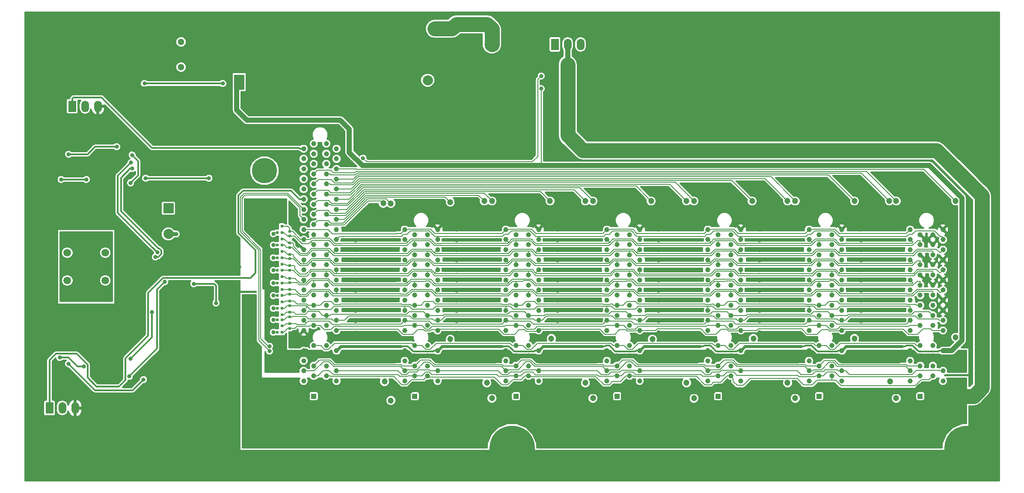
<source format=gbl>
G04 #@! TF.FileFunction,Copper,L4,Bot,Signal*
%FSLAX46Y46*%
G04 Gerber Fmt 4.6, Leading zero omitted, Abs format (unit mm)*
G04 Created by KiCad (PCBNEW (2015-02-06 BZR 5407)-product) date Mon 09 Feb 2015 10:46:46 PM EST*
%MOMM*%
G01*
G04 APERTURE LIST*
%ADD10C,0.100000*%
%ADD11C,1.000000*%
%ADD12R,1.000000X1.000000*%
%ADD13C,2.000000*%
%ADD14C,3.000000*%
%ADD15C,9.000000*%
%ADD16R,0.600000X0.600000*%
%ADD17R,1.998980X1.998980*%
%ADD18C,1.998980*%
%ADD19R,1.524000X2.286000*%
%ADD20O,1.524000X2.286000*%
%ADD21R,1.500000X1.500000*%
%ADD22C,1.500000*%
%ADD23C,1.300000*%
%ADD24C,5.000000*%
%ADD25C,0.800000*%
%ADD26C,1.200000*%
%ADD27C,1.000000*%
%ADD28C,0.200000*%
%ADD29C,0.300000*%
%ADD30C,0.600000*%
%ADD31C,0.170000*%
%ADD32C,3.000000*%
%ADD33C,0.900000*%
%ADD34C,0.800000*%
G04 APERTURE END LIST*
D10*
D11*
X168250000Y-134650000D03*
X170250000Y-133650000D03*
X168250000Y-132650000D03*
X170250000Y-131650000D03*
X168250000Y-130650000D03*
X170250000Y-129650000D03*
X168250000Y-128650000D03*
X170250000Y-127650000D03*
X168250000Y-126650000D03*
X170250000Y-125650000D03*
X168250000Y-124650000D03*
D12*
X165750000Y-134650000D03*
D11*
X163750000Y-133650000D03*
X165750000Y-132650000D03*
X163750000Y-131650000D03*
X165750000Y-130650000D03*
X163750000Y-129650000D03*
X165750000Y-128650000D03*
X163750000Y-127650000D03*
X165750000Y-126650000D03*
X163750000Y-125650000D03*
X165750000Y-124650000D03*
X170250000Y-121650000D03*
X168250000Y-120650000D03*
X170250000Y-119650000D03*
X168250000Y-118650000D03*
X170250000Y-117650000D03*
X168250000Y-116650000D03*
X170250000Y-115650000D03*
X168250000Y-114650000D03*
X170250000Y-113650000D03*
X168250000Y-112650000D03*
X170250000Y-111650000D03*
X168250000Y-110650000D03*
X170250000Y-109650000D03*
X168250000Y-108650000D03*
X170250000Y-107650000D03*
X168250000Y-106650000D03*
X170250000Y-105650000D03*
X168250000Y-104650000D03*
X170250000Y-103650000D03*
X168250000Y-102650000D03*
X170250000Y-101650000D03*
X163750000Y-121650000D03*
X165750000Y-120650000D03*
X163750000Y-119650000D03*
X165750000Y-118650000D03*
X163750000Y-117650000D03*
X165750000Y-116650000D03*
X163750000Y-115650000D03*
X165750000Y-114650000D03*
X163750000Y-113650000D03*
X165750000Y-112650000D03*
X163750000Y-111650000D03*
X165750000Y-110650000D03*
X163750000Y-109650000D03*
X165750000Y-108650000D03*
X163750000Y-107650000D03*
X165750000Y-106650000D03*
X163750000Y-105650000D03*
X165750000Y-104650000D03*
X163750000Y-103650000D03*
X165750000Y-102650000D03*
X163750000Y-101650000D03*
X148250000Y-134650000D03*
X150250000Y-133650000D03*
X148250000Y-132650000D03*
X150250000Y-131650000D03*
X148250000Y-130650000D03*
X150250000Y-129650000D03*
X148250000Y-128650000D03*
X150250000Y-127650000D03*
X148250000Y-126650000D03*
X150250000Y-125650000D03*
X148250000Y-124650000D03*
D12*
X145750000Y-134650000D03*
D11*
X143750000Y-133650000D03*
X145750000Y-132650000D03*
X143750000Y-131650000D03*
X145750000Y-130650000D03*
X143750000Y-129650000D03*
X145750000Y-128650000D03*
X143750000Y-127650000D03*
X145750000Y-126650000D03*
X143750000Y-125650000D03*
X145750000Y-124650000D03*
X150250000Y-121650000D03*
X148250000Y-120650000D03*
X150250000Y-119650000D03*
X148250000Y-118650000D03*
X150250000Y-117650000D03*
X148250000Y-116650000D03*
X150250000Y-115650000D03*
X148250000Y-114650000D03*
X150250000Y-113650000D03*
X148250000Y-112650000D03*
X150250000Y-111650000D03*
X148250000Y-110650000D03*
X150250000Y-109650000D03*
X148250000Y-108650000D03*
X150250000Y-107650000D03*
X148250000Y-106650000D03*
X150250000Y-105650000D03*
X148250000Y-104650000D03*
X150250000Y-103650000D03*
X148250000Y-102650000D03*
X150250000Y-101650000D03*
X143750000Y-121650000D03*
X145750000Y-120650000D03*
X143750000Y-119650000D03*
X145750000Y-118650000D03*
X143750000Y-117650000D03*
X145750000Y-116650000D03*
X143750000Y-115650000D03*
X145750000Y-114650000D03*
X143750000Y-113650000D03*
X145750000Y-112650000D03*
X143750000Y-111650000D03*
X145750000Y-110650000D03*
X143750000Y-109650000D03*
X145750000Y-108650000D03*
X143750000Y-107650000D03*
X145750000Y-106650000D03*
X143750000Y-105650000D03*
X145750000Y-104650000D03*
X143750000Y-103650000D03*
X145750000Y-102650000D03*
X143750000Y-101650000D03*
D13*
X109700000Y-61900000D03*
X108300000Y-72100000D03*
D14*
X124960000Y-65000000D03*
X121000000Y-65000000D03*
X117040000Y-65000000D03*
D11*
X128250000Y-134650000D03*
X130250000Y-133650000D03*
X128250000Y-132650000D03*
X130250000Y-131650000D03*
X128250000Y-130650000D03*
X130250000Y-129650000D03*
X128250000Y-128650000D03*
X130250000Y-127650000D03*
X128250000Y-126650000D03*
X130250000Y-125650000D03*
X128250000Y-124650000D03*
D12*
X125750000Y-134650000D03*
D11*
X123750000Y-133650000D03*
X125750000Y-132650000D03*
X123750000Y-131650000D03*
X125750000Y-130650000D03*
X123750000Y-129650000D03*
X125750000Y-128650000D03*
X123750000Y-127650000D03*
X125750000Y-126650000D03*
X123750000Y-125650000D03*
X125750000Y-124650000D03*
X130250000Y-121650000D03*
X128250000Y-120650000D03*
X130250000Y-119650000D03*
X128250000Y-118650000D03*
X130250000Y-117650000D03*
X128250000Y-116650000D03*
X130250000Y-115650000D03*
X128250000Y-114650000D03*
X130250000Y-113650000D03*
X128250000Y-112650000D03*
X130250000Y-111650000D03*
X128250000Y-110650000D03*
X130250000Y-109650000D03*
X128250000Y-108650000D03*
X130250000Y-107650000D03*
X128250000Y-106650000D03*
X130250000Y-105650000D03*
X128250000Y-104650000D03*
X130250000Y-103650000D03*
X128250000Y-102650000D03*
X130250000Y-101650000D03*
X123750000Y-121650000D03*
X125750000Y-120650000D03*
X123750000Y-119650000D03*
X125750000Y-118650000D03*
X123750000Y-117650000D03*
X125750000Y-116650000D03*
X123750000Y-115650000D03*
X125750000Y-114650000D03*
X123750000Y-113650000D03*
X125750000Y-112650000D03*
X123750000Y-111650000D03*
X125750000Y-110650000D03*
X123750000Y-109650000D03*
X125750000Y-108650000D03*
X123750000Y-107650000D03*
X125750000Y-106650000D03*
X123750000Y-105650000D03*
X125750000Y-104650000D03*
X123750000Y-103650000D03*
X125750000Y-102650000D03*
X123750000Y-101650000D03*
X88250000Y-134650000D03*
X90250000Y-133650000D03*
X88250000Y-132650000D03*
X90250000Y-131650000D03*
X88250000Y-130650000D03*
X90250000Y-129650000D03*
X88250000Y-128650000D03*
X90250000Y-127650000D03*
X88250000Y-126650000D03*
X90250000Y-125650000D03*
X88250000Y-124650000D03*
D12*
X85750000Y-134650000D03*
D11*
X83750000Y-133650000D03*
X85750000Y-132650000D03*
X83750000Y-131650000D03*
X85750000Y-130650000D03*
X83750000Y-129650000D03*
X85750000Y-128650000D03*
X83750000Y-127650000D03*
X85750000Y-126650000D03*
X83750000Y-125650000D03*
X85750000Y-124650000D03*
X90250000Y-121650000D03*
X88250000Y-120650000D03*
X90250000Y-119650000D03*
X88250000Y-118650000D03*
X90250000Y-117650000D03*
X88250000Y-116650000D03*
X90250000Y-115650000D03*
X88250000Y-114650000D03*
X90250000Y-113650000D03*
X88250000Y-112650000D03*
X90250000Y-111650000D03*
X88250000Y-110650000D03*
X90250000Y-109650000D03*
X88250000Y-108650000D03*
X90250000Y-107650000D03*
X88250000Y-106650000D03*
X90250000Y-105650000D03*
X88250000Y-104650000D03*
X90250000Y-103650000D03*
X88250000Y-102650000D03*
X90250000Y-101650000D03*
X88250000Y-100650000D03*
X90250000Y-99650000D03*
X88250000Y-98650000D03*
X90250000Y-97650000D03*
X88250000Y-96650000D03*
X90250000Y-95650000D03*
X88250000Y-94650000D03*
X90250000Y-93650000D03*
X88250000Y-92650000D03*
X90250000Y-91650000D03*
X88250000Y-90650000D03*
X90250000Y-89650000D03*
X88250000Y-88650000D03*
X90250000Y-87650000D03*
X88250000Y-86650000D03*
X90250000Y-85650000D03*
X88250000Y-84650000D03*
X83750000Y-121650000D03*
X85750000Y-120650000D03*
X83750000Y-119650000D03*
X85750000Y-118650000D03*
X83750000Y-117650000D03*
X85750000Y-116650000D03*
X83750000Y-115650000D03*
X85750000Y-114650000D03*
X83750000Y-113650000D03*
X85750000Y-112650000D03*
X83750000Y-111650000D03*
X85750000Y-110650000D03*
X83750000Y-109650000D03*
X85750000Y-108650000D03*
X83750000Y-107650000D03*
X85750000Y-106650000D03*
X83750000Y-105650000D03*
X85750000Y-104650000D03*
X83750000Y-103650000D03*
X85750000Y-102650000D03*
X83750000Y-101650000D03*
X85750000Y-100650000D03*
X83750000Y-99650000D03*
X85750000Y-98650000D03*
X83750000Y-97650000D03*
X85750000Y-96650000D03*
X83750000Y-95650000D03*
X85750000Y-94650000D03*
X83750000Y-93650000D03*
X85750000Y-92650000D03*
X83750000Y-91650000D03*
X85750000Y-90650000D03*
X83750000Y-89650000D03*
X85750000Y-88650000D03*
X83750000Y-87650000D03*
X85750000Y-86650000D03*
X83750000Y-85650000D03*
X85750000Y-84650000D03*
X188250000Y-134650000D03*
X190250000Y-133650000D03*
X188250000Y-132650000D03*
X190250000Y-131650000D03*
X188250000Y-130650000D03*
X190250000Y-129650000D03*
X188250000Y-128650000D03*
X190250000Y-127650000D03*
X188250000Y-126650000D03*
X190250000Y-125650000D03*
X188250000Y-124650000D03*
D12*
X185750000Y-134650000D03*
D11*
X183750000Y-133650000D03*
X185750000Y-132650000D03*
X183750000Y-131650000D03*
X185750000Y-130650000D03*
X183750000Y-129650000D03*
X185750000Y-128650000D03*
X183750000Y-127650000D03*
X185750000Y-126650000D03*
X183750000Y-125650000D03*
X185750000Y-124650000D03*
X190250000Y-121650000D03*
X188250000Y-120650000D03*
X190250000Y-119650000D03*
X188250000Y-118650000D03*
X190250000Y-117650000D03*
X188250000Y-116650000D03*
X190250000Y-115650000D03*
X188250000Y-114650000D03*
X190250000Y-113650000D03*
X188250000Y-112650000D03*
X190250000Y-111650000D03*
X188250000Y-110650000D03*
X190250000Y-109650000D03*
X188250000Y-108650000D03*
X190250000Y-107650000D03*
X188250000Y-106650000D03*
X190250000Y-105650000D03*
X188250000Y-104650000D03*
X190250000Y-103650000D03*
X188250000Y-102650000D03*
X190250000Y-101650000D03*
X183750000Y-121650000D03*
X185750000Y-120650000D03*
X183750000Y-119650000D03*
X185750000Y-118650000D03*
X183750000Y-117650000D03*
X185750000Y-116650000D03*
X183750000Y-115650000D03*
X185750000Y-114650000D03*
X183750000Y-113650000D03*
X185750000Y-112650000D03*
X183750000Y-111650000D03*
X185750000Y-110650000D03*
X183750000Y-109650000D03*
X185750000Y-108650000D03*
X183750000Y-107650000D03*
X185750000Y-106650000D03*
X183750000Y-105650000D03*
X185750000Y-104650000D03*
X183750000Y-103650000D03*
X185750000Y-102650000D03*
X183750000Y-101650000D03*
X208250000Y-134650000D03*
X210250000Y-133650000D03*
X208250000Y-132650000D03*
X210250000Y-131650000D03*
X208250000Y-130650000D03*
X210250000Y-129650000D03*
X208250000Y-128650000D03*
X210250000Y-127650000D03*
X208250000Y-126650000D03*
X210250000Y-125650000D03*
X208250000Y-124650000D03*
D12*
X205750000Y-134650000D03*
D11*
X203750000Y-133650000D03*
X205750000Y-132650000D03*
X203750000Y-131650000D03*
X205750000Y-130650000D03*
X203750000Y-129650000D03*
X205750000Y-128650000D03*
X203750000Y-127650000D03*
X205750000Y-126650000D03*
X203750000Y-125650000D03*
X205750000Y-124650000D03*
X210250000Y-121650000D03*
X208250000Y-120650000D03*
X210250000Y-119650000D03*
X208250000Y-118650000D03*
X210250000Y-117650000D03*
X208250000Y-116650000D03*
X210250000Y-115650000D03*
X208250000Y-114650000D03*
X210250000Y-113650000D03*
X208250000Y-112650000D03*
X210250000Y-111650000D03*
X208250000Y-110650000D03*
X210250000Y-109650000D03*
X208250000Y-108650000D03*
X210250000Y-107650000D03*
X208250000Y-106650000D03*
X210250000Y-105650000D03*
X208250000Y-104650000D03*
X210250000Y-103650000D03*
X208250000Y-102650000D03*
X210250000Y-101650000D03*
X203750000Y-121650000D03*
X205750000Y-120650000D03*
X203750000Y-119650000D03*
X205750000Y-118650000D03*
X203750000Y-117650000D03*
X205750000Y-116650000D03*
X203750000Y-115650000D03*
X205750000Y-114650000D03*
X203750000Y-113650000D03*
X205750000Y-112650000D03*
X203750000Y-111650000D03*
X205750000Y-110650000D03*
X203750000Y-109650000D03*
X205750000Y-108650000D03*
X203750000Y-107650000D03*
X205750000Y-106650000D03*
X203750000Y-105650000D03*
X205750000Y-104650000D03*
X203750000Y-103650000D03*
X205750000Y-102650000D03*
X203750000Y-101650000D03*
X108250000Y-134650000D03*
X110250000Y-133650000D03*
X108250000Y-132650000D03*
X110250000Y-131650000D03*
X108250000Y-130650000D03*
X110250000Y-129650000D03*
X108250000Y-128650000D03*
X110250000Y-127650000D03*
X108250000Y-126650000D03*
X110250000Y-125650000D03*
X108250000Y-124650000D03*
D12*
X105750000Y-134650000D03*
D11*
X103750000Y-133650000D03*
X105750000Y-132650000D03*
X103750000Y-131650000D03*
X105750000Y-130650000D03*
X103750000Y-129650000D03*
X105750000Y-128650000D03*
X103750000Y-127650000D03*
X105750000Y-126650000D03*
X103750000Y-125650000D03*
X105750000Y-124650000D03*
X110250000Y-121650000D03*
X108250000Y-120650000D03*
X110250000Y-119650000D03*
X108250000Y-118650000D03*
X110250000Y-117650000D03*
X108250000Y-116650000D03*
X110250000Y-115650000D03*
X108250000Y-114650000D03*
X110250000Y-113650000D03*
X108250000Y-112650000D03*
X110250000Y-111650000D03*
X108250000Y-110650000D03*
X110250000Y-109650000D03*
X108250000Y-108650000D03*
X110250000Y-107650000D03*
X108250000Y-106650000D03*
X110250000Y-105650000D03*
X108250000Y-104650000D03*
X110250000Y-103650000D03*
X108250000Y-102650000D03*
X110250000Y-101650000D03*
X103750000Y-121650000D03*
X105750000Y-120650000D03*
X103750000Y-119650000D03*
X105750000Y-118650000D03*
X103750000Y-117650000D03*
X105750000Y-116650000D03*
X103750000Y-115650000D03*
X105750000Y-114650000D03*
X103750000Y-113650000D03*
X105750000Y-112650000D03*
X103750000Y-111650000D03*
X105750000Y-110650000D03*
X103750000Y-109650000D03*
X105750000Y-108650000D03*
X103750000Y-107650000D03*
X105750000Y-106650000D03*
X103750000Y-105650000D03*
X105750000Y-104650000D03*
X103750000Y-103650000D03*
X105750000Y-102650000D03*
X103750000Y-101650000D03*
D15*
X35000000Y-145000000D03*
D11*
X38000000Y-145000000D03*
X36500000Y-147600000D03*
X33500000Y-147600000D03*
X32000000Y-145000000D03*
X33500000Y-142400000D03*
X36500000Y-142400000D03*
D15*
X215000000Y-145000000D03*
D11*
X218000000Y-145000000D03*
X216500000Y-147600000D03*
X213500000Y-147600000D03*
X212000000Y-145000000D03*
X213500000Y-142400000D03*
X216500000Y-142400000D03*
D15*
X35000000Y-65000000D03*
D11*
X38000000Y-65000000D03*
X36500000Y-67600000D03*
X33500000Y-67600000D03*
X32000000Y-65000000D03*
X33500000Y-62400000D03*
X36500000Y-62400000D03*
D15*
X215000000Y-65000000D03*
D11*
X218000000Y-65000000D03*
X216500000Y-67600000D03*
X213500000Y-67600000D03*
X212000000Y-65000000D03*
X213500000Y-62400000D03*
X216500000Y-62400000D03*
D16*
X78550000Y-118500000D03*
X79450000Y-118500000D03*
X81000000Y-118050000D03*
X81000000Y-118950000D03*
X79450000Y-119500000D03*
X78550000Y-119500000D03*
X78550000Y-116000000D03*
X79450000Y-116000000D03*
X81000000Y-115800000D03*
X81000000Y-116700000D03*
X79450000Y-117250000D03*
X78550000Y-117250000D03*
X78550000Y-113500000D03*
X79450000Y-113500000D03*
X81000000Y-113550000D03*
X81000000Y-114450000D03*
X79450000Y-114750000D03*
X78550000Y-114750000D03*
X78550000Y-111000000D03*
X79450000Y-111000000D03*
X81000000Y-111300000D03*
X81000000Y-112200000D03*
X79450000Y-112250000D03*
X78550000Y-112250000D03*
X78550000Y-108500000D03*
X79450000Y-108500000D03*
X81000000Y-108800000D03*
X81000000Y-109700000D03*
X79450000Y-109750000D03*
X78550000Y-109750000D03*
X78550000Y-106000000D03*
X79450000Y-106000000D03*
X81000000Y-106550000D03*
X81000000Y-107450000D03*
X79450000Y-107250000D03*
X78550000Y-107250000D03*
X78550000Y-103500000D03*
X79450000Y-103500000D03*
X81000000Y-104300000D03*
X81000000Y-105200000D03*
X79450000Y-104750000D03*
X78550000Y-104750000D03*
X78550000Y-101000000D03*
X79450000Y-101000000D03*
X81000000Y-102050000D03*
X81000000Y-102950000D03*
X79450000Y-102250000D03*
X78550000Y-102250000D03*
X78550000Y-120750000D03*
X79450000Y-120750000D03*
X81000000Y-120300000D03*
X81000000Y-121200000D03*
X79450000Y-122000000D03*
X78550000Y-122000000D03*
D17*
X57000000Y-97460000D03*
D18*
X57000000Y-102540000D03*
D19*
X33460000Y-137000000D03*
D20*
X36000000Y-137000000D03*
X38540000Y-137000000D03*
D19*
X37960000Y-77250000D03*
D20*
X40500000Y-77250000D03*
X43040000Y-77250000D03*
D19*
X133460000Y-65000000D03*
D20*
X136000000Y-65000000D03*
X138540000Y-65000000D03*
D21*
X37000000Y-114249680D03*
D22*
X37000000Y-111750320D03*
D21*
X37000000Y-103750320D03*
D22*
X37000000Y-106249680D03*
D21*
X44500000Y-103750320D03*
D22*
X44500000Y-106249680D03*
D21*
X44500000Y-114249680D03*
D22*
X44500000Y-111750320D03*
D15*
X125000000Y-80000000D03*
D11*
X128000000Y-80000000D03*
X126500000Y-82600000D03*
X123500000Y-82600000D03*
X122000000Y-80000000D03*
X123500000Y-77400000D03*
X126500000Y-77400000D03*
D15*
X125000000Y-145000000D03*
D11*
X128000000Y-145000000D03*
X126500000Y-147600000D03*
X123500000Y-147600000D03*
X122000000Y-145000000D03*
X123500000Y-142400000D03*
X126500000Y-142400000D03*
D23*
X59500000Y-64500000D03*
X59500000Y-69500000D03*
D24*
X76000000Y-90000000D03*
X75000000Y-139000000D03*
D25*
X130750000Y-73750000D03*
X130750000Y-73750000D03*
X52250000Y-72750000D03*
X67750000Y-72750000D03*
X67750000Y-72750000D03*
X70500000Y-73500000D03*
X70500000Y-72500000D03*
X70500000Y-71500000D03*
X71500000Y-71500000D03*
X71500000Y-72500000D03*
X71500000Y-73500000D03*
X94000000Y-122050020D03*
X94000000Y-119749990D03*
X94000000Y-117749991D03*
X94000000Y-115749990D03*
X94000000Y-113749990D03*
X94000000Y-111749990D03*
X94000000Y-109749991D03*
X94000000Y-107749990D03*
X94000000Y-105749991D03*
X94000000Y-103749990D03*
X94006960Y-101650000D03*
X50000000Y-109000000D03*
X71000000Y-109000000D03*
X68000000Y-109000000D03*
X65000000Y-109000000D03*
X62000000Y-109000000D03*
X59000000Y-109000000D03*
X56000000Y-109000000D03*
X53000000Y-109000000D03*
X47000000Y-109000000D03*
X46000000Y-131500000D03*
X45000000Y-131500000D03*
X44000000Y-131500000D03*
X46000000Y-130000000D03*
X45000000Y-130000000D03*
X44000000Y-130000000D03*
X46000000Y-128500000D03*
X45000000Y-128500000D03*
X44000000Y-128500000D03*
X114000000Y-122050020D03*
X134000000Y-122050020D03*
X194000000Y-122050020D03*
X43200000Y-81400000D03*
X40600000Y-81400000D03*
X113987598Y-101650000D03*
X114000000Y-103749990D03*
X114000000Y-105749991D03*
X114000000Y-107749991D03*
X114000000Y-109749990D03*
X114000000Y-111749991D03*
X114000000Y-113749990D03*
X114000000Y-115749991D03*
X114000000Y-117749990D03*
X114000000Y-119749991D03*
X133976519Y-101650000D03*
X134000000Y-103749990D03*
X134000000Y-105749990D03*
X134000000Y-107749991D03*
X134000000Y-109749990D03*
X134000000Y-111749991D03*
X134000000Y-113749990D03*
X134000000Y-115749991D03*
X134000000Y-117749991D03*
X134000000Y-119749991D03*
X153978119Y-101650000D03*
X154000000Y-103749990D03*
X154000000Y-105749990D03*
X154000000Y-107749991D03*
X154000000Y-109749990D03*
X154000000Y-111749991D03*
X154000000Y-113749990D03*
X154000000Y-115749991D03*
X154000000Y-117749990D03*
X154000000Y-119749991D03*
X154000000Y-122000000D03*
X174007109Y-101650000D03*
X174000000Y-103749990D03*
X174000000Y-105749991D03*
X174000000Y-107749991D03*
X174000000Y-109749990D03*
X174000000Y-111749991D03*
X174000000Y-113749990D03*
X174000000Y-115749991D03*
X174000000Y-117749990D03*
X174000000Y-119749991D03*
X174000000Y-122000000D03*
X193972400Y-101650000D03*
X194000000Y-103749990D03*
X194000000Y-105749991D03*
X194000000Y-107749991D03*
X194000000Y-109749990D03*
X194000000Y-111749991D03*
X194000000Y-113749990D03*
X194000000Y-115749991D03*
X194000000Y-117749991D03*
X194000000Y-119749991D03*
X49500000Y-72000000D03*
X49500000Y-72000000D03*
X49500000Y-72000000D03*
X67750000Y-77250000D03*
X67750000Y-77250000D03*
X77750000Y-102500000D03*
X77750000Y-104750000D03*
X77750000Y-107250000D03*
X77750000Y-109750000D03*
X77750000Y-112250000D03*
X77750000Y-114750000D03*
X77750000Y-117250000D03*
X77750000Y-119500000D03*
X77750000Y-122000000D03*
X46000000Y-89250000D03*
X44000000Y-89250000D03*
X45000000Y-88000000D03*
X46000000Y-86750000D03*
X44000000Y-86750000D03*
X74000000Y-120000000D03*
X73000000Y-120000000D03*
X74000000Y-119000000D03*
X73000000Y-119000000D03*
X74000000Y-118000000D03*
X73000000Y-118000000D03*
X74000000Y-117000000D03*
X73000000Y-117000000D03*
X74000000Y-116000000D03*
X73000000Y-116000000D03*
X72000000Y-116000000D03*
X74000000Y-115000000D03*
X73000000Y-115000000D03*
X72000000Y-115000000D03*
X73000000Y-121000000D03*
X73000000Y-122000000D03*
X73000000Y-123000000D03*
X73000000Y-124000000D03*
X73000000Y-125000000D03*
X74000000Y-121000000D03*
X74000000Y-122000000D03*
X74000000Y-123000000D03*
X74000000Y-124000000D03*
X74000000Y-125000000D03*
X65000000Y-91500000D03*
X72500000Y-96000000D03*
X74000000Y-96000000D03*
X75500000Y-96000000D03*
X77000000Y-96000000D03*
X72500000Y-97500000D03*
X74000000Y-97500000D03*
X75500000Y-97500000D03*
X77000000Y-97500000D03*
X72500000Y-99000000D03*
X74000000Y-99000000D03*
X75500000Y-99000000D03*
X77000000Y-99000000D03*
X72500000Y-100500000D03*
X74000000Y-100500000D03*
X75500000Y-100500000D03*
X52500000Y-91500000D03*
D26*
X99500000Y-96455180D03*
X99750000Y-131750000D03*
X119500000Y-96000000D03*
X120000000Y-132000000D03*
X139500000Y-96000000D03*
X139500000Y-132000000D03*
X159500000Y-96000000D03*
X159500000Y-132000000D03*
X179500000Y-96000000D03*
X179500000Y-132000000D03*
X199634997Y-96000000D03*
X199750000Y-131749980D03*
X112750000Y-96250000D03*
X112750000Y-123349990D03*
X132500000Y-96000000D03*
X132750000Y-123250000D03*
X152500000Y-96000000D03*
X152750000Y-123349990D03*
X172750000Y-123250000D03*
X172500000Y-96000000D03*
X192750000Y-96000000D03*
X192750000Y-123250000D03*
X212750000Y-123000000D03*
X212750000Y-96000000D03*
X101000000Y-96500000D03*
X101000000Y-135500000D03*
X161000000Y-96000000D03*
X161000000Y-135065010D03*
X121000000Y-96000000D03*
X121000000Y-135065010D03*
X181000000Y-96000000D03*
X181000000Y-135065010D03*
X141000000Y-96000000D03*
X141000000Y-135065010D03*
X201000000Y-96000000D03*
X201000000Y-135065010D03*
D25*
X77000000Y-124750000D03*
X77000000Y-125750000D03*
X95500000Y-87500000D03*
X130750000Y-71250000D03*
X43000000Y-114500000D03*
X41500000Y-114500000D03*
X40000000Y-114500000D03*
X38500000Y-114500000D03*
X43000000Y-103500000D03*
X41500000Y-103500000D03*
X40000000Y-103500000D03*
X38500000Y-103500000D03*
X37250000Y-128250000D03*
X52044350Y-131378038D03*
X35500000Y-127000000D03*
X35500000Y-127000000D03*
X40250000Y-128750000D03*
X40250000Y-128750000D03*
X40250000Y-128750000D03*
X53750000Y-118000000D03*
X53750000Y-118000000D03*
X49500000Y-127250000D03*
X56250000Y-112000000D03*
X56250000Y-112000000D03*
X56250000Y-112000000D03*
X49250000Y-130750000D03*
X49250000Y-130750000D03*
X62000000Y-112400000D03*
X62000000Y-112400000D03*
X66400000Y-116200000D03*
X35750000Y-91750000D03*
X40750000Y-91750000D03*
X46750000Y-85250000D03*
X37250000Y-86750000D03*
X49600000Y-88400000D03*
X49600000Y-88400000D03*
X49600000Y-88400000D03*
X49600000Y-88400000D03*
X54800000Y-106200000D03*
X54800000Y-106200000D03*
X49500000Y-92400000D03*
X49500000Y-92400000D03*
X49800000Y-86900000D03*
X49800000Y-86900000D03*
X49800000Y-89600000D03*
X49800000Y-89600000D03*
X49800000Y-89600000D03*
X49800000Y-89600000D03*
X49800000Y-89600000D03*
X49800000Y-89600000D03*
X49800000Y-89600000D03*
X49800000Y-89600000D03*
X49800000Y-89600000D03*
X49800000Y-89600000D03*
X54419867Y-107086977D03*
D27*
X207607192Y-88984990D02*
X130769801Y-88984990D01*
X130769801Y-88984990D02*
X95384990Y-88984990D01*
D28*
X130750000Y-73750000D02*
X130750000Y-88965189D01*
X130750000Y-88965189D02*
X130769801Y-88984990D01*
D27*
X72500000Y-80000000D02*
X70500000Y-78000000D01*
X70500000Y-78000000D02*
X70500000Y-73500000D01*
X91000000Y-80000000D02*
X72500000Y-80000000D01*
X92800000Y-81800000D02*
X91000000Y-80000000D01*
X92800000Y-86400000D02*
X92800000Y-81800000D01*
X95384990Y-88984990D02*
X92800000Y-86400000D01*
X210250000Y-125650000D02*
X211972202Y-125650000D01*
X214015001Y-95392799D02*
X207607192Y-88984990D01*
X211972202Y-125650000D02*
X214015001Y-123607201D01*
X214015001Y-123607201D02*
X214015001Y-95392799D01*
D29*
X165434999Y-125834999D02*
X164200010Y-124600010D01*
X169357895Y-125834999D02*
X165434999Y-125834999D01*
X169542894Y-125650000D02*
X169357895Y-125834999D01*
X170250000Y-125650000D02*
X169542894Y-125650000D01*
X150250000Y-125650000D02*
X149542894Y-125650000D01*
X149542894Y-125650000D02*
X149357895Y-125834999D01*
X149357895Y-125834999D02*
X145434999Y-125834999D01*
X145434999Y-125834999D02*
X144200010Y-124600010D01*
X185434999Y-125834999D02*
X184200010Y-124600010D01*
X189357895Y-125834999D02*
X185434999Y-125834999D01*
X189542894Y-125650000D02*
X189357895Y-125834999D01*
X190250000Y-125650000D02*
X189542894Y-125650000D01*
X210250000Y-125650000D02*
X209542894Y-125650000D01*
X209542894Y-125650000D02*
X209357895Y-125834999D01*
X209357895Y-125834999D02*
X205434999Y-125834999D01*
X205434999Y-125834999D02*
X204200010Y-124600010D01*
X52250000Y-72750000D02*
X67750000Y-72750000D01*
D30*
X70500000Y-73500000D02*
X70500000Y-72500000D01*
X70500000Y-72500000D02*
X70500000Y-71500000D01*
D29*
X90350000Y-125650000D02*
X90250000Y-125650000D01*
X129542894Y-125650000D02*
X130250000Y-125650000D01*
X129357895Y-125834999D02*
X129542894Y-125650000D01*
X125434999Y-125834999D02*
X129357895Y-125834999D01*
X124350000Y-124750000D02*
X125434999Y-125834999D01*
D30*
X111149990Y-124750010D02*
X122372179Y-124750010D01*
X110250000Y-125650000D02*
X111149990Y-124750010D01*
X122372179Y-124750010D02*
X123000000Y-124750010D01*
D29*
X123000010Y-124750000D02*
X123000000Y-124750010D01*
X124350000Y-124750000D02*
X123000010Y-124750000D01*
X109357895Y-125834999D02*
X105434999Y-125834999D01*
X109542894Y-125650000D02*
X109357895Y-125834999D01*
X105434999Y-125834999D02*
X104350000Y-124750000D01*
X110250000Y-125650000D02*
X109542894Y-125650000D01*
D30*
X90250000Y-125650000D02*
X91150000Y-124750000D01*
X91150000Y-124750000D02*
X103015956Y-124750000D01*
D29*
X104350000Y-124750000D02*
X103015956Y-124750000D01*
D30*
X150250000Y-125650000D02*
X151100000Y-124800000D01*
X151100000Y-124800000D02*
X162184837Y-124800000D01*
D29*
X164200010Y-124600010D02*
X162999990Y-124600010D01*
X162800000Y-124800000D02*
X162184837Y-124800000D01*
X162999990Y-124600010D02*
X162800000Y-124800000D01*
D30*
X171100000Y-124800000D02*
X170250000Y-125650000D01*
X182165699Y-124800000D02*
X171100000Y-124800000D01*
D29*
X184200010Y-124600010D02*
X182999990Y-124600010D01*
X182800000Y-124800000D02*
X182165699Y-124800000D01*
X182999990Y-124600010D02*
X182800000Y-124800000D01*
D30*
X191100000Y-124800000D02*
X190250000Y-125650000D01*
X202165699Y-124800000D02*
X191100000Y-124800000D01*
D29*
X204200010Y-124600010D02*
X202999990Y-124600010D01*
X202800000Y-124800000D02*
X202165699Y-124800000D01*
X202999990Y-124600010D02*
X202800000Y-124800000D01*
D30*
X130749999Y-125150001D02*
X130250000Y-125650000D01*
X131100000Y-124800000D02*
X130749999Y-125150001D01*
X142800000Y-124800000D02*
X131100000Y-124800000D01*
D29*
X144200010Y-124600010D02*
X143599990Y-124600010D01*
X143400000Y-124800000D02*
X142800000Y-124800000D01*
X143599990Y-124600010D02*
X143400000Y-124800000D01*
X40600000Y-81400000D02*
X43200000Y-81400000D01*
X49500000Y-72000000D02*
X51000000Y-73500000D01*
X51000000Y-73500000D02*
X67000000Y-73500000D01*
X67750000Y-74250000D02*
X67750000Y-77250000D01*
X67000000Y-73500000D02*
X67750000Y-74250000D01*
D31*
X78000000Y-102250000D02*
X77750000Y-102500000D01*
X78550000Y-102250000D02*
X78000000Y-102250000D01*
X78550000Y-104750000D02*
X77750000Y-104750000D01*
X78550000Y-107250000D02*
X77750000Y-107250000D01*
X78550000Y-109750000D02*
X77750000Y-109750000D01*
X78550000Y-112250000D02*
X77750000Y-112250000D01*
X78550000Y-114750000D02*
X77750000Y-114750000D01*
X78550000Y-117250000D02*
X77750000Y-117250000D01*
X78550000Y-119500000D02*
X77750000Y-119500000D01*
X78550000Y-122000000D02*
X77750000Y-122000000D01*
D27*
X136000000Y-69000000D02*
X136000000Y-65000000D01*
D32*
X136000000Y-83000000D02*
X136000000Y-69000000D01*
X139000000Y-86000000D02*
X136000000Y-83000000D01*
X209000000Y-86000000D02*
X139000000Y-86000000D01*
X218000000Y-95000000D02*
X209000000Y-86000000D01*
X218000000Y-133000000D02*
X218000000Y-95000000D01*
X216350000Y-134650000D02*
X218000000Y-133000000D01*
X208250000Y-134650000D02*
X216350000Y-134650000D01*
D27*
X103042894Y-133650000D02*
X102892894Y-133800000D01*
X103750000Y-133650000D02*
X103042894Y-133650000D01*
X102892894Y-133800000D02*
X102200000Y-133800000D01*
X104750000Y-133650000D02*
X105750000Y-132650000D01*
X103750000Y-133650000D02*
X104750000Y-133650000D01*
X105750000Y-132650000D02*
X108250000Y-132650000D01*
X108250000Y-132650000D02*
X108250000Y-134650000D01*
X128250000Y-132650000D02*
X128250000Y-134650000D01*
X125750000Y-132650000D02*
X128250000Y-132650000D01*
X123750000Y-133650000D02*
X124750000Y-133650000D01*
X124750000Y-133650000D02*
X125750000Y-132650000D01*
X164750000Y-133650000D02*
X165750000Y-132650000D01*
X163750000Y-133650000D02*
X164750000Y-133650000D01*
X165750000Y-132650000D02*
X168250000Y-132650000D01*
X168250000Y-132650000D02*
X168250000Y-134650000D01*
X148250000Y-132650000D02*
X148250000Y-134650000D01*
X145750000Y-132650000D02*
X148250000Y-132650000D01*
X143750000Y-133650000D02*
X144750000Y-133650000D01*
X144750000Y-133650000D02*
X145750000Y-132650000D01*
X184750000Y-133650000D02*
X185750000Y-132650000D01*
X183750000Y-133650000D02*
X184750000Y-133650000D01*
X185750000Y-132650000D02*
X188250000Y-132650000D01*
X188250000Y-132650000D02*
X188250000Y-134650000D01*
X208250000Y-132650000D02*
X208250000Y-134650000D01*
X205750000Y-132650000D02*
X208250000Y-132650000D01*
X203750000Y-133650000D02*
X204750000Y-133650000D01*
X204750000Y-133650000D02*
X205750000Y-132650000D01*
X122892894Y-133800000D02*
X123042894Y-133650000D01*
X111107106Y-133800000D02*
X122892894Y-133800000D01*
X110957106Y-133650000D02*
X111107106Y-133800000D01*
X123042894Y-133650000D02*
X123750000Y-133650000D01*
X110250000Y-133650000D02*
X110957106Y-133650000D01*
X143042894Y-133650000D02*
X143750000Y-133650000D01*
X142892894Y-133800000D02*
X143042894Y-133650000D01*
X131107106Y-133800000D02*
X142892894Y-133800000D01*
X130957106Y-133650000D02*
X131107106Y-133800000D01*
X130250000Y-133650000D02*
X130957106Y-133650000D01*
X163042894Y-133650000D02*
X163750000Y-133650000D01*
X162892894Y-133800000D02*
X163042894Y-133650000D01*
X151107106Y-133800000D02*
X162892894Y-133800000D01*
X150957106Y-133650000D02*
X151107106Y-133800000D01*
X150250000Y-133650000D02*
X150957106Y-133650000D01*
X183042894Y-133650000D02*
X183750000Y-133650000D01*
X182892894Y-133800000D02*
X183042894Y-133650000D01*
X171107106Y-133800000D02*
X182892894Y-133800000D01*
X170957106Y-133650000D02*
X171107106Y-133800000D01*
X170250000Y-133650000D02*
X170957106Y-133650000D01*
X203042894Y-133650000D02*
X203750000Y-133650000D01*
X202892894Y-133800000D02*
X203042894Y-133650000D01*
X191107106Y-133800000D02*
X202892894Y-133800000D01*
X190957106Y-133650000D02*
X191107106Y-133800000D01*
X190250000Y-133650000D02*
X190957106Y-133650000D01*
X102050000Y-133650000D02*
X90250000Y-133650000D01*
X102200000Y-133800000D02*
X102050000Y-133650000D01*
X85750000Y-132650000D02*
X88250000Y-132650000D01*
X88250000Y-132650000D02*
X88250000Y-134650000D01*
X84750000Y-132650000D02*
X83750000Y-133650000D01*
X85750000Y-132650000D02*
X84750000Y-132650000D01*
X88400000Y-132650000D02*
X89400000Y-133650000D01*
X89400000Y-133650000D02*
X90250000Y-133650000D01*
X88250000Y-132650000D02*
X88400000Y-132650000D01*
X108250000Y-132750000D02*
X109150000Y-133650000D01*
X109150000Y-133650000D02*
X110250000Y-133650000D01*
X108250000Y-132650000D02*
X108250000Y-132750000D01*
X129650000Y-133650000D02*
X130250000Y-133650000D01*
X128650000Y-132650000D02*
X129650000Y-133650000D01*
X128250000Y-132650000D02*
X128650000Y-132650000D01*
X149150000Y-133650000D02*
X150250000Y-133650000D01*
X148250000Y-132750000D02*
X149150000Y-133650000D01*
X148250000Y-132650000D02*
X148250000Y-132750000D01*
X169150000Y-133650000D02*
X170250000Y-133650000D01*
X168250000Y-132750000D02*
X169150000Y-133650000D01*
X168250000Y-132650000D02*
X168250000Y-132750000D01*
X189400000Y-133650000D02*
X190250000Y-133650000D01*
X188400000Y-132650000D02*
X189400000Y-133650000D01*
X188250000Y-132650000D02*
X188400000Y-132650000D01*
X209150000Y-133650000D02*
X210250000Y-133650000D01*
X208250000Y-132750000D02*
X209150000Y-133650000D01*
X208250000Y-132650000D02*
X208250000Y-132750000D01*
D29*
X52500000Y-91500000D02*
X65000000Y-91500000D01*
D33*
X104750000Y-126650000D02*
X105750000Y-126650000D01*
X103750000Y-125650000D02*
X104750000Y-126650000D01*
X105750000Y-126650000D02*
X108250000Y-126650000D01*
X109250000Y-126650000D02*
X110250000Y-127650000D01*
X108250000Y-126650000D02*
X109250000Y-126650000D01*
X128250000Y-126650000D02*
X129250000Y-126650000D01*
X129250000Y-126650000D02*
X130250000Y-127650000D01*
X125750000Y-126650000D02*
X128250000Y-126650000D01*
X123750000Y-125650000D02*
X124750000Y-126650000D01*
X124750000Y-126650000D02*
X125750000Y-126650000D01*
X164750000Y-126650000D02*
X165750000Y-126650000D01*
X163750000Y-125650000D02*
X164750000Y-126650000D01*
X165750000Y-126650000D02*
X168250000Y-126650000D01*
X169250000Y-126650000D02*
X170250000Y-127650000D01*
X168250000Y-126650000D02*
X169250000Y-126650000D01*
X148250000Y-126650000D02*
X149250000Y-126650000D01*
X149250000Y-126650000D02*
X150250000Y-127650000D01*
X145750000Y-126650000D02*
X148250000Y-126650000D01*
X143750000Y-125650000D02*
X144750000Y-126650000D01*
X144750000Y-126650000D02*
X145750000Y-126650000D01*
X184750000Y-126650000D02*
X185750000Y-126650000D01*
X183750000Y-125650000D02*
X184750000Y-126650000D01*
X185750000Y-126650000D02*
X188250000Y-126650000D01*
X189250000Y-126650000D02*
X190250000Y-127650000D01*
X188250000Y-126650000D02*
X189250000Y-126650000D01*
X208250000Y-126650000D02*
X209250000Y-126650000D01*
X209250000Y-126650000D02*
X210250000Y-127650000D01*
X205750000Y-126650000D02*
X208250000Y-126650000D01*
X203750000Y-125650000D02*
X204750000Y-126650000D01*
X204750000Y-126650000D02*
X205750000Y-126650000D01*
X88250000Y-126650000D02*
X85750000Y-126650000D01*
X88250000Y-126650000D02*
X85250000Y-126650000D01*
X84250000Y-125650000D02*
X83750000Y-125650000D01*
X85250000Y-126650000D02*
X84250000Y-125650000D01*
X89250000Y-126650000D02*
X88250000Y-126650000D01*
X90250000Y-127650000D02*
X89250000Y-126650000D01*
X123600000Y-125650000D02*
X123750000Y-125650000D01*
X121600000Y-127650000D02*
X123600000Y-125650000D01*
X110250000Y-127650000D02*
X121600000Y-127650000D01*
X143600000Y-125650000D02*
X143750000Y-125650000D01*
X141600000Y-127650000D02*
X143600000Y-125650000D01*
X130250000Y-127650000D02*
X141600000Y-127650000D01*
X163600000Y-125650000D02*
X163750000Y-125650000D01*
X161600000Y-127650000D02*
X163600000Y-125650000D01*
X150250000Y-127650000D02*
X161600000Y-127650000D01*
X183600000Y-125650000D02*
X183750000Y-125650000D01*
X181600000Y-127650000D02*
X183600000Y-125650000D01*
X170250000Y-127650000D02*
X181600000Y-127650000D01*
X203600000Y-125650000D02*
X203750000Y-125650000D01*
X201600000Y-127650000D02*
X203600000Y-125650000D01*
X190250000Y-127650000D02*
X201600000Y-127650000D01*
X103750000Y-125650000D02*
X101750000Y-127650000D01*
X101750000Y-127650000D02*
X90957106Y-127650000D01*
X90957106Y-127650000D02*
X90250000Y-127650000D01*
D29*
X34733627Y-126250000D02*
X38808202Y-126250000D01*
X33460000Y-137000000D02*
X33460000Y-127523627D01*
X33460000Y-127523627D02*
X34733627Y-126250000D01*
X74250000Y-110250000D02*
X74250000Y-105750000D01*
X74250000Y-105750000D02*
X70849990Y-102349990D01*
X38808202Y-126250000D02*
X41000000Y-128441798D01*
X70849990Y-94900010D02*
X71750000Y-94000000D01*
X41000000Y-128441798D02*
X41000000Y-131000000D01*
X71750000Y-94000000D02*
X81250000Y-94000000D01*
X41000000Y-131000000D02*
X42750000Y-132750000D01*
X42750000Y-132750000D02*
X47250000Y-132750000D01*
X47250000Y-132750000D02*
X48500000Y-131500000D01*
X73250000Y-111250000D02*
X74250000Y-110250000D01*
X53000000Y-114191798D02*
X55941798Y-111250000D01*
X48500000Y-131500000D02*
X48500000Y-127191798D01*
X82900000Y-95650000D02*
X83750000Y-95650000D01*
X48500000Y-127191798D02*
X53000000Y-122691798D01*
X53000000Y-122691798D02*
X53000000Y-114191798D01*
X55941798Y-111250000D02*
X73250000Y-111250000D01*
X70849990Y-102349990D02*
X70849990Y-94900010D01*
X81250000Y-94000000D02*
X82900000Y-95650000D01*
X38250000Y-75500000D02*
X37960000Y-75790000D01*
X43750000Y-75500000D02*
X38250000Y-75500000D01*
X37960000Y-75790000D02*
X37960000Y-77250000D01*
X82892894Y-85500000D02*
X53750000Y-85500000D01*
X83042894Y-85650000D02*
X82892894Y-85500000D01*
X53750000Y-85500000D02*
X43750000Y-75500000D01*
X83750000Y-85650000D02*
X83042894Y-85650000D01*
D31*
X88350000Y-100750000D02*
X88250000Y-100650000D01*
X91815567Y-100684433D02*
X91750000Y-100750000D01*
X91750000Y-100750000D02*
X88350000Y-100750000D01*
D28*
X91815567Y-100684433D02*
X96500000Y-96000000D01*
X96500000Y-96000000D02*
X99044820Y-96000000D01*
X99044820Y-96000000D02*
X99500000Y-96455180D01*
D31*
X92066395Y-98884999D02*
X88484999Y-98884999D01*
X88484999Y-98884999D02*
X88250000Y-98650000D01*
D28*
X119500000Y-96000000D02*
X118360140Y-94860140D01*
X96091254Y-94860140D02*
X92066395Y-98884999D01*
X118360140Y-94860140D02*
X96091254Y-94860140D01*
D31*
X92537778Y-96865010D02*
X89172116Y-96865010D01*
X89172116Y-96865010D02*
X88957106Y-96650000D01*
X88957106Y-96650000D02*
X88250000Y-96650000D01*
D28*
X139500000Y-96000000D02*
X137265110Y-93765110D01*
X95637678Y-93765110D02*
X92537778Y-96865010D01*
X137265110Y-93765110D02*
X95637678Y-93765110D01*
D31*
X93054182Y-94800000D02*
X88400000Y-94800000D01*
X88400000Y-94800000D02*
X88250000Y-94650000D01*
D28*
X158900001Y-95400001D02*
X159500000Y-96000000D01*
X93054182Y-94800000D02*
X95184102Y-92670080D01*
X95184102Y-92670080D02*
X156170080Y-92670080D01*
X156170080Y-92670080D02*
X158900001Y-95400001D01*
D31*
X93505576Y-92800000D02*
X89107106Y-92800000D01*
X89107106Y-92800000D02*
X88957106Y-92650000D01*
X88957106Y-92650000D02*
X88250000Y-92650000D01*
D28*
X178900001Y-95400001D02*
X179500000Y-96000000D01*
X94730526Y-91575050D02*
X175075050Y-91575050D01*
X93505576Y-92800000D02*
X94730526Y-91575050D01*
X175075050Y-91575050D02*
X178900001Y-95400001D01*
D31*
X93956970Y-90800000D02*
X89107106Y-90800000D01*
X88957106Y-90650000D02*
X88250000Y-90650000D01*
X89107106Y-90800000D02*
X88957106Y-90650000D01*
D28*
X94276950Y-90480020D02*
X194115017Y-90480020D01*
X93956970Y-90800000D02*
X94276950Y-90480020D01*
X199034998Y-95400001D02*
X199634997Y-96000000D01*
X194115017Y-90480020D02*
X199034998Y-95400001D01*
X112750000Y-96250000D02*
X111725152Y-95225152D01*
X111725152Y-95225152D02*
X96242444Y-95225152D01*
X96242444Y-95225152D02*
X91817596Y-99650000D01*
D31*
X91817596Y-99650000D02*
X90250000Y-99650000D01*
X92268990Y-97650000D02*
X90250000Y-97650000D01*
D28*
X130630120Y-94130120D02*
X131900001Y-95400001D01*
X92268990Y-97650000D02*
X95788870Y-94130120D01*
X95788870Y-94130120D02*
X130630120Y-94130120D01*
X131900001Y-95400001D02*
X132500000Y-96000000D01*
D31*
X92720384Y-95650000D02*
X90250000Y-95650000D01*
D28*
X151900001Y-95400001D02*
X152500000Y-96000000D01*
X95335294Y-93035090D02*
X149535090Y-93035090D01*
X149535090Y-93035090D02*
X151900001Y-95400001D01*
X92720384Y-95650000D02*
X95335294Y-93035090D01*
D31*
X93171778Y-93650000D02*
X90250000Y-93650000D01*
D28*
X93171778Y-93650000D02*
X94881718Y-91940060D01*
X94881718Y-91940060D02*
X168440060Y-91940060D01*
X171900001Y-95400001D02*
X172500000Y-96000000D01*
X168440060Y-91940060D02*
X171900001Y-95400001D01*
D31*
X93623172Y-91650000D02*
X90250000Y-91650000D01*
D28*
X94428142Y-90845030D02*
X187595030Y-90845030D01*
X93623172Y-91650000D02*
X94428142Y-90845030D01*
X192150001Y-95400001D02*
X192750000Y-96000000D01*
X187595030Y-90845030D02*
X192150001Y-95400001D01*
D31*
X94100000Y-89650000D02*
X90250000Y-89650000D01*
D28*
X94100000Y-89650000D02*
X94200000Y-89750000D01*
X94200000Y-89750000D02*
X206500000Y-89750000D01*
X206500000Y-89750000D02*
X212750000Y-96000000D01*
D31*
X107150000Y-130650000D02*
X105750000Y-130650000D01*
X108610001Y-129899999D02*
X107900001Y-129899999D01*
X109110003Y-130400001D02*
X108610001Y-129899999D01*
X122335011Y-130735011D02*
X122000000Y-130400000D01*
X107900001Y-129899999D02*
X107150000Y-130650000D01*
X124248766Y-130735011D02*
X122335011Y-130735011D01*
X124333777Y-130650000D02*
X124248766Y-130735011D01*
X122000000Y-130400000D02*
X109110003Y-130400001D01*
X125750000Y-130650000D02*
X124333777Y-130650000D01*
X87600000Y-129600000D02*
X86550000Y-130650000D01*
X88800000Y-129600000D02*
X87600000Y-129600000D01*
X86550000Y-130650000D02*
X85750000Y-130650000D01*
X102399999Y-130400001D02*
X89600001Y-130400001D01*
X104248766Y-130735011D02*
X102735011Y-130735011D01*
X89600001Y-130400001D02*
X88800000Y-129600000D01*
X102735011Y-130735011D02*
X102399999Y-130400001D01*
X104333777Y-130650000D02*
X104248766Y-130735011D01*
X105750000Y-130650000D02*
X104333777Y-130650000D01*
X126750000Y-130650000D02*
X125750000Y-130650000D01*
X127500001Y-129899999D02*
X126750000Y-130650000D01*
X129620190Y-130420190D02*
X129099999Y-129899999D01*
X141910421Y-130420190D02*
X129620190Y-130420190D01*
X142225242Y-130735011D02*
X141910421Y-130420190D01*
X144957883Y-130735011D02*
X142225242Y-130735011D01*
X145042894Y-130650000D02*
X144957883Y-130735011D01*
X129099999Y-129899999D02*
X127500001Y-129899999D01*
X145750000Y-130650000D02*
X145042894Y-130650000D01*
X165042894Y-130650000D02*
X165750000Y-130650000D01*
X162735011Y-130735011D02*
X164957883Y-130735011D01*
X162400001Y-130400001D02*
X162735011Y-130735011D01*
X149400001Y-130400001D02*
X162400001Y-130400001D01*
X148899999Y-129899999D02*
X149400001Y-130400001D01*
X147353197Y-129899999D02*
X148899999Y-129899999D01*
X146603196Y-130650000D02*
X147353197Y-129899999D01*
X164957883Y-130735011D02*
X165042894Y-130650000D01*
X145750000Y-130650000D02*
X146603196Y-130650000D01*
D28*
X168884999Y-129884999D02*
X167515001Y-129884999D01*
X169500000Y-130500000D02*
X168884999Y-129884999D01*
X181500000Y-130500000D02*
X169500000Y-130500000D01*
X165800000Y-130600000D02*
X165750000Y-130650000D01*
X166800000Y-130600000D02*
X165800000Y-130600000D01*
X181780011Y-130780011D02*
X181500000Y-130500000D01*
X184912883Y-130780011D02*
X181780011Y-130780011D01*
X167515001Y-129884999D02*
X166800000Y-130600000D01*
X185042894Y-130650000D02*
X184912883Y-130780011D01*
X185750000Y-130650000D02*
X185042894Y-130650000D01*
D31*
X186550000Y-130650000D02*
X185750000Y-130650000D01*
X187300001Y-129899999D02*
X186550000Y-130650000D01*
X189765011Y-130765011D02*
X188899999Y-129899999D01*
X204927883Y-130765011D02*
X189765011Y-130765011D01*
X205042894Y-130650000D02*
X204927883Y-130765011D01*
X188899999Y-129899999D02*
X187300001Y-129899999D01*
X205750000Y-130650000D02*
X205042894Y-130650000D01*
X84457106Y-129650000D02*
X83750000Y-129650000D01*
X85860002Y-129650000D02*
X84457106Y-129650000D01*
X88774670Y-127835010D02*
X87674992Y-127835010D01*
X89739659Y-128800000D02*
X88774670Y-127835010D01*
X102900000Y-128800000D02*
X89739659Y-128800000D01*
X87674992Y-127835010D02*
X85860002Y-129650000D01*
X103750000Y-129650000D02*
X102900000Y-128800000D01*
X126199999Y-129400001D02*
X123999999Y-129400001D01*
X127764990Y-127835010D02*
X126199999Y-129400001D01*
X128535802Y-127835010D02*
X127764990Y-127835010D01*
X129500792Y-128800000D02*
X128535802Y-127835010D01*
X123999999Y-129400001D02*
X123750000Y-129650000D01*
X130799873Y-128800000D02*
X129500792Y-128800000D01*
X147674992Y-127835010D02*
X146110001Y-129400001D01*
X148585010Y-127835010D02*
X147674992Y-127835010D01*
X149550000Y-128800000D02*
X148585010Y-127835010D01*
X163750000Y-129650000D02*
X162900000Y-128800000D01*
X162900000Y-128800000D02*
X149550000Y-128800000D01*
X146110001Y-129400001D02*
X143999999Y-129400001D01*
X143999999Y-129400001D02*
X143750000Y-129650000D01*
X123750000Y-129650000D02*
X122900000Y-128800000D01*
X143750000Y-129650000D02*
X142900000Y-128800000D01*
X183750000Y-129650000D02*
X183999999Y-129400001D01*
X183750000Y-129650000D02*
X182900000Y-128800000D01*
X203750000Y-129650000D02*
X202900000Y-128800000D01*
X203750000Y-129650000D02*
X203999999Y-129400001D01*
X111662530Y-128800000D02*
X122351508Y-128800000D01*
X122351508Y-128800000D02*
X122200000Y-128800000D01*
X122900000Y-128800000D02*
X122351508Y-128800000D01*
X111662530Y-128800000D02*
X111800000Y-128800000D01*
X142514052Y-128800000D02*
X142200000Y-128800000D01*
X142900000Y-128800000D02*
X142514052Y-128800000D01*
X130799873Y-128800000D02*
X142514052Y-128800000D01*
X130799873Y-128800000D02*
X131800000Y-128800000D01*
X182330931Y-128800000D02*
X171115855Y-128800000D01*
X171115855Y-128800000D02*
X171800000Y-128800000D01*
X182900000Y-128800000D02*
X182330931Y-128800000D01*
X182330931Y-128800000D02*
X182200000Y-128800000D01*
X201400000Y-128800000D02*
X191611046Y-128800000D01*
X202332834Y-128800000D02*
X201400000Y-128800000D01*
X191611046Y-128800000D02*
X191800000Y-128800000D01*
X202900000Y-128800000D02*
X202332834Y-128800000D01*
X202332834Y-128800000D02*
X202200000Y-128800000D01*
X190103760Y-128800000D02*
X191611046Y-128800000D01*
X189989998Y-128800000D02*
X190103760Y-128800000D01*
X189326225Y-128800000D02*
X190103760Y-128800000D01*
X189064990Y-128354988D02*
X189064990Y-128538765D01*
X187700001Y-127899999D02*
X188610001Y-127899999D01*
X189064990Y-128538765D02*
X189326225Y-128800000D01*
X184637213Y-129400001D02*
X186199999Y-129400001D01*
X186199999Y-129400001D02*
X187700001Y-127899999D01*
X184387214Y-129650000D02*
X184637213Y-129400001D01*
X188610001Y-127899999D02*
X189064990Y-128354988D01*
X183750000Y-129650000D02*
X184387214Y-129650000D01*
X163999999Y-129400001D02*
X163750000Y-129650000D01*
X166110001Y-129400001D02*
X163999999Y-129400001D01*
X167610003Y-127899999D02*
X166110001Y-129400001D01*
X168610001Y-127899999D02*
X167610003Y-127899999D01*
X169510002Y-128800000D02*
X168610001Y-127899999D01*
X171115855Y-128800000D02*
X169510002Y-128800000D01*
X103999999Y-129400001D02*
X103750000Y-129650000D01*
X106110001Y-129400001D02*
X103999999Y-129400001D01*
X107610003Y-127899999D02*
X106110001Y-129400001D01*
X108610001Y-127899999D02*
X107610003Y-127899999D01*
X109510002Y-128800000D02*
X108610001Y-127899999D01*
X111662530Y-128800000D02*
X109510002Y-128800000D01*
X103064990Y-128464990D02*
X103250000Y-128650000D01*
X85750000Y-128650000D02*
X86900000Y-127500000D01*
X86900000Y-127500000D02*
X88913434Y-127500000D01*
X88913434Y-127500000D02*
X89878424Y-128464990D01*
X89878424Y-128464990D02*
X103064990Y-128464990D01*
X103250000Y-128650000D02*
X105750000Y-128650000D01*
X105750000Y-128650000D02*
X106900000Y-127500000D01*
X106900000Y-127500000D02*
X108700000Y-127500000D01*
X108700000Y-127500000D02*
X109664990Y-128464990D01*
X109664990Y-128464990D02*
X123038765Y-128464990D01*
X123038765Y-128464990D02*
X123223775Y-128650000D01*
X123223775Y-128650000D02*
X125750000Y-128650000D01*
X125750000Y-128650000D02*
X126900000Y-127500000D01*
X126900000Y-127500000D02*
X128700000Y-127500000D01*
X128700000Y-127500000D02*
X129664990Y-128464990D01*
X129664990Y-128464990D02*
X143038765Y-128464990D01*
X143038765Y-128464990D02*
X143223775Y-128650000D01*
X143223775Y-128650000D02*
X145750000Y-128650000D01*
X159400000Y-128400000D02*
X163000000Y-128400000D01*
X148838643Y-127500000D02*
X149803633Y-128464990D01*
X145750000Y-128650000D02*
X146900000Y-127500000D01*
X149803633Y-128464990D02*
X159335010Y-128464990D01*
X159335010Y-128464990D02*
X159400000Y-128400000D01*
X163000000Y-128400000D02*
X163250000Y-128650000D01*
X163250000Y-128650000D02*
X165750000Y-128650000D01*
X146900000Y-127500000D02*
X148838643Y-127500000D01*
X169664990Y-128464990D02*
X183064990Y-128464990D01*
X183250000Y-128650000D02*
X183154908Y-128554908D01*
X183064990Y-128464990D02*
X183154908Y-128554908D01*
X169583777Y-128400001D02*
X169600001Y-128400001D01*
X169600001Y-128400001D02*
X169664990Y-128464990D01*
X165750000Y-128650000D02*
X166900000Y-127500000D01*
X166900000Y-127500000D02*
X168683776Y-127500000D01*
X168683776Y-127500000D02*
X169583777Y-128400001D01*
X185750000Y-128650000D02*
X183250000Y-128650000D01*
X203250000Y-128650000D02*
X203000000Y-128400000D01*
X205750000Y-128650000D02*
X203250000Y-128650000D01*
X191648977Y-128400000D02*
X202000000Y-128400000D01*
X202497201Y-128400000D02*
X202200000Y-128400000D01*
X202000000Y-128400000D02*
X202497201Y-128400000D01*
X203000000Y-128400000D02*
X202497201Y-128400000D01*
X191648977Y-128400000D02*
X191800000Y-128400000D01*
X186835011Y-127564989D02*
X186249999Y-128150001D01*
X186249999Y-128150001D02*
X185750000Y-128650000D01*
X188748766Y-127564989D02*
X186835011Y-127564989D01*
X189583777Y-128400001D02*
X188748766Y-127564989D01*
X191648977Y-128400000D02*
X189583777Y-128400001D01*
X125750000Y-124650000D02*
X127139998Y-124650000D01*
X127139998Y-124650000D02*
X127889999Y-125400001D01*
X128799999Y-125400001D02*
X130000000Y-124200000D01*
X127889999Y-125400001D02*
X128799999Y-125400001D01*
X130000000Y-124200000D02*
X131400000Y-124200000D01*
X125750000Y-124650000D02*
X125042894Y-124650000D01*
X125042894Y-124650000D02*
X124592894Y-124200000D01*
X124592894Y-124200000D02*
X122600000Y-124200000D01*
X164592894Y-124200000D02*
X162600000Y-124200000D01*
X165042894Y-124650000D02*
X164592894Y-124200000D01*
X165750000Y-124650000D02*
X165042894Y-124650000D01*
X162600000Y-124200000D02*
X162200000Y-124200000D01*
X171400000Y-124200000D02*
X171800000Y-124200000D01*
X170000000Y-124200000D02*
X171400000Y-124200000D01*
X167889999Y-125400001D02*
X168799999Y-125400001D01*
X168799999Y-125400001D02*
X170000000Y-124200000D01*
X167139998Y-124650000D02*
X167889999Y-125400001D01*
X165750000Y-124650000D02*
X167139998Y-124650000D01*
X145750000Y-124650000D02*
X147139998Y-124650000D01*
X147139998Y-124650000D02*
X147889999Y-125400001D01*
X148799999Y-125400001D02*
X150000000Y-124200000D01*
X147889999Y-125400001D02*
X148799999Y-125400001D01*
X150000000Y-124200000D02*
X151400000Y-124200000D01*
X142600000Y-124200000D02*
X142200000Y-124200000D01*
X145750000Y-124650000D02*
X145042894Y-124650000D01*
X145042894Y-124650000D02*
X144592894Y-124200000D01*
X185042894Y-124650000D02*
X184592894Y-124200000D01*
X185750000Y-124650000D02*
X185042894Y-124650000D01*
X182600000Y-124200000D02*
X182200000Y-124200000D01*
X191400000Y-124200000D02*
X191800000Y-124200000D01*
X187889999Y-125400001D02*
X188799999Y-125400001D01*
X188799999Y-125400001D02*
X190000000Y-124200000D01*
X187139998Y-124650000D02*
X187889999Y-125400001D01*
X185750000Y-124650000D02*
X187139998Y-124650000D01*
X205750000Y-124650000D02*
X205042894Y-124650000D01*
X205042894Y-124650000D02*
X204592894Y-124200000D01*
X204592894Y-124200000D02*
X202600000Y-124200000D01*
X111800000Y-124200000D02*
X122432383Y-124200000D01*
X108799999Y-125400001D02*
X110000000Y-124200000D01*
X110000000Y-124200000D02*
X111800000Y-124200000D01*
X107889999Y-125400001D02*
X108799999Y-125400001D01*
X107139998Y-124650000D02*
X107889999Y-125400001D01*
X105750000Y-124650000D02*
X107139998Y-124650000D01*
X122432383Y-124200000D02*
X122200000Y-124200000D01*
X122600000Y-124200000D02*
X122432383Y-124200000D01*
X131591686Y-124200000D02*
X142840093Y-124200000D01*
X142840093Y-124200000D02*
X142600000Y-124200000D01*
X144592894Y-124200000D02*
X142840093Y-124200000D01*
X131400000Y-124200000D02*
X131591686Y-124200000D01*
X131591686Y-124200000D02*
X131800000Y-124200000D01*
X151509738Y-124200000D02*
X162600000Y-124200000D01*
X151400000Y-124200000D02*
X151509738Y-124200000D01*
X151509738Y-124200000D02*
X151800000Y-124200000D01*
X171400000Y-124200000D02*
X182724442Y-124200000D01*
X182724442Y-124200000D02*
X182600000Y-124200000D01*
X184592894Y-124200000D02*
X182724442Y-124200000D01*
X191080015Y-124200000D02*
X202408696Y-124200000D01*
X202408696Y-124200000D02*
X202200000Y-124200000D01*
X202600000Y-124200000D02*
X202408696Y-124200000D01*
X190000000Y-124200000D02*
X191080015Y-124200000D01*
X191080015Y-124200000D02*
X191400000Y-124200000D01*
X86457106Y-124650000D02*
X85750000Y-124650000D01*
X87889999Y-125400001D02*
X87139998Y-124650000D01*
X105750000Y-124650000D02*
X105250001Y-124150001D01*
X89860001Y-124150001D02*
X88610001Y-125400001D01*
X105250001Y-124150001D02*
X89860001Y-124150001D01*
X87139998Y-124650000D02*
X86457106Y-124650000D01*
X88610001Y-125400001D02*
X87889999Y-125400001D01*
X107516224Y-121500000D02*
X107751234Y-121735011D01*
X107751234Y-121735011D02*
X108748766Y-121735011D01*
X110100000Y-121500000D02*
X110250000Y-121650000D01*
X108748766Y-121735011D02*
X108983776Y-121500000D01*
X90250000Y-121650000D02*
X90500000Y-121400000D01*
X103389999Y-122400001D02*
X105399999Y-122400001D01*
X90500000Y-121400000D02*
X102389998Y-121400000D01*
X102389998Y-121400000D02*
X103389999Y-122400001D01*
X108983776Y-121500000D02*
X110100000Y-121500000D01*
X105399999Y-122400001D02*
X106300000Y-121500000D01*
X106300000Y-121500000D02*
X107516224Y-121500000D01*
X110250000Y-121650000D02*
X110500000Y-121400000D01*
X110500000Y-121400000D02*
X122389998Y-121400000D01*
X127516224Y-121500000D02*
X127816224Y-121800000D01*
X122389998Y-121400000D02*
X123389999Y-122400001D01*
X123389999Y-122400001D02*
X125499999Y-122400001D01*
X125499999Y-122400001D02*
X126400000Y-121500000D01*
X127816224Y-121800000D02*
X130100000Y-121800000D01*
X126400000Y-121500000D02*
X127516224Y-121500000D01*
X130100000Y-121800000D02*
X130250000Y-121650000D01*
X130250000Y-121650000D02*
X130500000Y-121400000D01*
X130500000Y-121400000D02*
X142389998Y-121400000D01*
X149528762Y-121735011D02*
X149613773Y-121650000D01*
X142389998Y-121400000D02*
X143389999Y-122400001D01*
X143389999Y-122400001D02*
X145299999Y-122400001D01*
X145299999Y-122400001D02*
X146200000Y-121500000D01*
X147751234Y-121735011D02*
X149528762Y-121735011D01*
X146200000Y-121500000D02*
X147516224Y-121500000D01*
X147516224Y-121500000D02*
X147751234Y-121735011D01*
X149613773Y-121650000D02*
X150250000Y-121650000D01*
X205199999Y-122400001D02*
X206300000Y-121300000D01*
X207800000Y-121300000D02*
X208150000Y-121650000D01*
X190250000Y-121650000D02*
X190500000Y-121400000D01*
X190500000Y-121400000D02*
X202389998Y-121400000D01*
X202389998Y-121400000D02*
X203389999Y-122400001D01*
X206300000Y-121300000D02*
X207800000Y-121300000D01*
X203389999Y-122400001D02*
X205199999Y-122400001D01*
X208150000Y-121650000D02*
X210250000Y-121650000D01*
X189563773Y-121700000D02*
X190200000Y-121700000D01*
X190200000Y-121700000D02*
X190250000Y-121650000D01*
X187751234Y-121735011D02*
X189528762Y-121735011D01*
X189528762Y-121735011D02*
X189563773Y-121700000D01*
X187516224Y-121500000D02*
X187751234Y-121735011D01*
X185299999Y-122400001D02*
X186200000Y-121500000D01*
X186200000Y-121500000D02*
X187516224Y-121500000D01*
X170250000Y-121650000D02*
X173387998Y-121650000D01*
X173387998Y-121650000D02*
X173687999Y-121349999D01*
X173687999Y-121349999D02*
X182339997Y-121349999D01*
X182339997Y-121349999D02*
X183389999Y-122400001D01*
X183389999Y-122400001D02*
X185299999Y-122400001D01*
X150250000Y-121650000D02*
X153387998Y-121650000D01*
X162339997Y-121349999D02*
X163389999Y-122400001D01*
X153387998Y-121650000D02*
X153687999Y-121349999D01*
X169528762Y-121735011D02*
X169613773Y-121650000D01*
X153687999Y-121349999D02*
X162339997Y-121349999D01*
X163389999Y-122400001D02*
X165299999Y-122400001D01*
X167416224Y-121400000D02*
X167751234Y-121735011D01*
X165299999Y-122400001D02*
X166300000Y-121400000D01*
X166300000Y-121400000D02*
X167416224Y-121400000D01*
X167751234Y-121735011D02*
X169528762Y-121735011D01*
X169613773Y-121650000D02*
X170250000Y-121650000D01*
X110957106Y-119650000D02*
X111807106Y-118800000D01*
X110250000Y-119650000D02*
X110957106Y-119650000D01*
X111807106Y-118800000D02*
X112000000Y-118800000D01*
X131807106Y-118800000D02*
X132000000Y-118800000D01*
X130250000Y-119650000D02*
X130957106Y-119650000D01*
X130957106Y-119650000D02*
X131807106Y-118800000D01*
X124800000Y-118800000D02*
X124800000Y-118810002D01*
X129292895Y-119400001D02*
X129542894Y-119650000D01*
X124800000Y-118810002D02*
X125389999Y-119400001D01*
X125389999Y-119400001D02*
X129292895Y-119400001D01*
X129542894Y-119650000D02*
X130250000Y-119650000D01*
X169542894Y-119650000D02*
X170250000Y-119650000D01*
X165389999Y-119400001D02*
X169292895Y-119400001D01*
X164800000Y-118810002D02*
X165389999Y-119400001D01*
X169292895Y-119400001D02*
X169542894Y-119650000D01*
X164800000Y-118800000D02*
X164800000Y-118810002D01*
X170957106Y-119650000D02*
X171807106Y-118800000D01*
X170250000Y-119650000D02*
X170957106Y-119650000D01*
X171807106Y-118800000D02*
X172000000Y-118800000D01*
X151807106Y-118800000D02*
X152000000Y-118800000D01*
X150250000Y-119650000D02*
X150957106Y-119650000D01*
X150957106Y-119650000D02*
X151807106Y-118800000D01*
X144800000Y-118800000D02*
X144800000Y-118810002D01*
X149292895Y-119400001D02*
X149542894Y-119650000D01*
X144800000Y-118810002D02*
X145389999Y-119400001D01*
X145389999Y-119400001D02*
X149292895Y-119400001D01*
X149542894Y-119650000D02*
X150250000Y-119650000D01*
X189542894Y-119650000D02*
X190250000Y-119650000D01*
X185389999Y-119400001D02*
X189292895Y-119400001D01*
X184800000Y-118810002D02*
X185389999Y-119400001D01*
X189292895Y-119400001D02*
X189542894Y-119650000D01*
X184800000Y-118800000D02*
X184800000Y-118810002D01*
X204800000Y-118800000D02*
X204800000Y-118810002D01*
X209292895Y-119400001D02*
X209542894Y-119650000D01*
X204800000Y-118810002D02*
X205389999Y-119400001D01*
X205389999Y-119400001D02*
X209292895Y-119400001D01*
X209542894Y-119650000D02*
X210250000Y-119650000D01*
X112000000Y-118800000D02*
X123591591Y-118800000D01*
X123591591Y-118800000D02*
X122200000Y-118800000D01*
X124800000Y-118800000D02*
X123591591Y-118800000D01*
X132000000Y-118800000D02*
X142288839Y-118800000D01*
X142288839Y-118800000D02*
X142200000Y-118800000D01*
X144800000Y-118800000D02*
X142288839Y-118800000D01*
X163251421Y-118800000D02*
X162200000Y-118800000D01*
X152000000Y-118800000D02*
X163251421Y-118800000D01*
X164800000Y-118800000D02*
X163251421Y-118800000D01*
X182377226Y-118800000D02*
X171807106Y-118800000D01*
X184800000Y-118800000D02*
X182377226Y-118800000D01*
X182377226Y-118800000D02*
X182200000Y-118800000D01*
X200400000Y-118800000D02*
X202573063Y-118800000D01*
X191807106Y-118800000D02*
X200400000Y-118800000D01*
X190957106Y-119650000D02*
X191807106Y-118800000D01*
X190250000Y-119650000D02*
X190957106Y-119650000D01*
X202573063Y-118800000D02*
X202200000Y-118800000D01*
X204800000Y-118800000D02*
X202573063Y-118800000D01*
X104800000Y-118810002D02*
X104800000Y-118800000D01*
X105389999Y-119400001D02*
X104800000Y-118810002D01*
X109292895Y-119400001D02*
X105389999Y-119400001D01*
X109542894Y-119650000D02*
X109292895Y-119400001D01*
X110250000Y-119650000D02*
X109542894Y-119650000D01*
X104800000Y-118810002D02*
X92689998Y-118810002D01*
X91850000Y-119650000D02*
X90250000Y-119650000D01*
X92689998Y-118810002D02*
X91850000Y-119650000D01*
X81470000Y-118950000D02*
X81000000Y-118950000D01*
X81520001Y-118899999D02*
X81470000Y-118950000D01*
X84712831Y-119400001D02*
X84212829Y-118899999D01*
X89292895Y-119400001D02*
X84712831Y-119400001D01*
X84212829Y-118899999D02*
X81520001Y-118899999D01*
X89542894Y-119650000D02*
X89292895Y-119400001D01*
X90250000Y-119650000D02*
X89542894Y-119650000D01*
X79450000Y-119500000D02*
X79900000Y-119500000D01*
X80450000Y-118950000D02*
X81000000Y-118950000D01*
X79900000Y-119500000D02*
X80450000Y-118950000D01*
X108250000Y-118650000D02*
X108300000Y-118600000D01*
X128250000Y-118650000D02*
X127499999Y-117899999D01*
X124610003Y-117899999D02*
X124110001Y-118400001D01*
X127499999Y-117899999D02*
X124610003Y-117899999D01*
X128250000Y-118650000D02*
X128300000Y-118600000D01*
X168250000Y-118650000D02*
X168300000Y-118600000D01*
X167499999Y-117899999D02*
X164610003Y-117899999D01*
X164610003Y-117899999D02*
X164110001Y-118400001D01*
X168250000Y-118650000D02*
X167499999Y-117899999D01*
X151350000Y-118650000D02*
X151600000Y-118400000D01*
X148250000Y-118650000D02*
X151350000Y-118650000D01*
X148250000Y-118650000D02*
X147499999Y-117899999D01*
X144610003Y-117899999D02*
X144110001Y-118400001D01*
X147499999Y-117899999D02*
X144610003Y-117899999D01*
X148250000Y-118650000D02*
X148300000Y-118600000D01*
X188250000Y-118650000D02*
X188300000Y-118600000D01*
X187499999Y-117899999D02*
X184610003Y-117899999D01*
X184610003Y-117899999D02*
X184110001Y-118400001D01*
X188250000Y-118650000D02*
X187499999Y-117899999D01*
X188250000Y-118650000D02*
X191350000Y-118650000D01*
X191350000Y-118650000D02*
X191600000Y-118400000D01*
X208250000Y-118650000D02*
X207499999Y-117899999D01*
X204610003Y-117899999D02*
X204110001Y-118400001D01*
X207499999Y-117899999D02*
X204610003Y-117899999D01*
X208250000Y-118650000D02*
X208300000Y-118600000D01*
X122958069Y-118400000D02*
X122958070Y-118400001D01*
X111600000Y-118400000D02*
X122958069Y-118400000D01*
X111350000Y-118650000D02*
X111600000Y-118400000D01*
X108250000Y-118650000D02*
X111350000Y-118650000D01*
X122958070Y-118400001D02*
X122200001Y-118400001D01*
X124110001Y-118400001D02*
X122958070Y-118400001D01*
X131600000Y-118400000D02*
X141000001Y-118400001D01*
X141000001Y-118400001D02*
X142314416Y-118400001D01*
X131350000Y-118650000D02*
X131600000Y-118400000D01*
X128250000Y-118650000D02*
X131350000Y-118650000D01*
X142314416Y-118400001D02*
X142200001Y-118400001D01*
X144110001Y-118400001D02*
X142314416Y-118400001D01*
X162829564Y-118400000D02*
X162829565Y-118400001D01*
X151884722Y-118400000D02*
X162829564Y-118400000D01*
X162829565Y-118400001D02*
X162200001Y-118400001D01*
X164110001Y-118400001D02*
X162829565Y-118400001D01*
X151600000Y-118400000D02*
X151884722Y-118400000D01*
X151884722Y-118400000D02*
X152000000Y-118400000D01*
X182377225Y-118400000D02*
X182377226Y-118400001D01*
X171600000Y-118400000D02*
X182377225Y-118400000D01*
X171350000Y-118650000D02*
X171600000Y-118400000D01*
X168250000Y-118650000D02*
X171350000Y-118650000D01*
X182377226Y-118400001D02*
X182200001Y-118400001D01*
X184110001Y-118400001D02*
X182377226Y-118400001D01*
X191825989Y-118400001D02*
X191825988Y-118400000D01*
X202762717Y-118400001D02*
X191825989Y-118400001D01*
X204110001Y-118400001D02*
X202762717Y-118400001D01*
X191825988Y-118400000D02*
X192000000Y-118400000D01*
X191600000Y-118400000D02*
X191825988Y-118400000D01*
X202762717Y-118400001D02*
X202200001Y-118400001D01*
X88957106Y-118650000D02*
X88250000Y-118650000D01*
X104110001Y-118400001D02*
X89207105Y-118400001D01*
X89207105Y-118400001D02*
X88957106Y-118650000D01*
X104610003Y-117899999D02*
X104110001Y-118400001D01*
X107499999Y-117899999D02*
X104610003Y-117899999D01*
X108250000Y-118650000D02*
X107499999Y-117899999D01*
X84110001Y-118400001D02*
X82150001Y-118400001D01*
X86727904Y-117835010D02*
X84674992Y-117835010D01*
X87542894Y-118650000D02*
X86727904Y-117835010D01*
X84674992Y-117835010D02*
X84110001Y-118400001D01*
X88250000Y-118650000D02*
X87542894Y-118650000D01*
X81800000Y-118050000D02*
X81000000Y-118050000D01*
X82150001Y-118400001D02*
X81800000Y-118050000D01*
X79450000Y-118500000D02*
X79900000Y-118500000D01*
X80350000Y-118050000D02*
X81000000Y-118050000D01*
X79900000Y-118500000D02*
X80350000Y-118050000D01*
X108250000Y-113862414D02*
X108250000Y-114650000D01*
X108222596Y-113835010D02*
X108250000Y-113862414D01*
X108935010Y-113835010D02*
X109900000Y-114800000D01*
X109900000Y-114800000D02*
X110631422Y-114800000D01*
X108222596Y-113835010D02*
X108935010Y-113835010D01*
X128222596Y-113835010D02*
X128935010Y-113835010D01*
X129900000Y-114800000D02*
X130631422Y-114800000D01*
X128935010Y-113835010D02*
X129900000Y-114800000D01*
X128222596Y-113835010D02*
X128250000Y-113862414D01*
X128250000Y-113862414D02*
X128250000Y-114650000D01*
X168250000Y-113862414D02*
X168250000Y-114650000D01*
X168222596Y-113835010D02*
X168250000Y-113862414D01*
X168935010Y-113835010D02*
X169900000Y-114800000D01*
X169900000Y-114800000D02*
X170631422Y-114800000D01*
X168222596Y-113835010D02*
X168935010Y-113835010D01*
X165264990Y-113835010D02*
X168222596Y-113835010D01*
X164300000Y-114800000D02*
X165264990Y-113835010D01*
X144300000Y-114800000D02*
X145264990Y-113835010D01*
X145264990Y-113835010D02*
X148222596Y-113835010D01*
X148222596Y-113835010D02*
X148935010Y-113835010D01*
X149900000Y-114800000D02*
X150631422Y-114800000D01*
X148935010Y-113835010D02*
X149900000Y-114800000D01*
X148222596Y-113835010D02*
X148250000Y-113862414D01*
X148250000Y-113862414D02*
X148250000Y-114650000D01*
X188250000Y-113862414D02*
X188250000Y-114650000D01*
X188222596Y-113835010D02*
X188250000Y-113862414D01*
X188935010Y-113835010D02*
X189900000Y-114800000D01*
X189900000Y-114800000D02*
X190631422Y-114800000D01*
X188222596Y-113835010D02*
X188935010Y-113835010D01*
X185264990Y-113835010D02*
X188222596Y-113835010D01*
X184300000Y-114800000D02*
X185264990Y-113835010D01*
X204300000Y-114800000D02*
X205264990Y-113835010D01*
X205264990Y-113835010D02*
X208222596Y-113835010D01*
X208222596Y-113835010D02*
X208250000Y-113862414D01*
X208250000Y-113862414D02*
X208250000Y-114650000D01*
X124300000Y-114800000D02*
X125264990Y-113835010D01*
X111514259Y-114800000D02*
X124300000Y-114800000D01*
X125264990Y-113835010D02*
X128222596Y-113835010D01*
X110631422Y-114800000D02*
X111514259Y-114800000D01*
X111514259Y-114800000D02*
X111800000Y-114800000D01*
X131256765Y-114800000D02*
X132400000Y-114800000D01*
X142947934Y-114800000D02*
X144300000Y-114800000D01*
X142200000Y-114800000D02*
X142947934Y-114800000D01*
X130631422Y-114800000D02*
X131256765Y-114800000D01*
X132400000Y-114800000D02*
X142947934Y-114800000D01*
X131256765Y-114800000D02*
X131800000Y-114800000D01*
X151064444Y-114800000D02*
X163181112Y-114800000D01*
X163181112Y-114800000D02*
X164300000Y-114800000D01*
X162200000Y-114800000D02*
X163181112Y-114800000D01*
X150631422Y-114800000D02*
X151064444Y-114800000D01*
X151064444Y-114800000D02*
X151800000Y-114800000D01*
X182492965Y-114800000D02*
X171208446Y-114800000D01*
X171208446Y-114800000D02*
X171800000Y-114800000D01*
X170631422Y-114800000D02*
X171208446Y-114800000D01*
X182200000Y-114800000D02*
X182492965Y-114800000D01*
X182492965Y-114800000D02*
X184300000Y-114800000D01*
X191529938Y-114800000D02*
X191800000Y-114800000D01*
X202593103Y-114800000D02*
X191529938Y-114800000D01*
X190631422Y-114800000D02*
X191529938Y-114800000D01*
X202200000Y-114800000D02*
X202593103Y-114800000D01*
X202593103Y-114800000D02*
X204300000Y-114800000D01*
X82450000Y-114450000D02*
X81000000Y-114450000D01*
X84350001Y-114899999D02*
X82899999Y-114899999D01*
X85350001Y-113899999D02*
X84350001Y-114899999D01*
X89550000Y-114800000D02*
X88649999Y-113899999D01*
X104300000Y-114800000D02*
X89550000Y-114800000D01*
X105264990Y-113835010D02*
X104300000Y-114800000D01*
X82899999Y-114899999D02*
X82450000Y-114450000D01*
X108222596Y-113835010D02*
X105264990Y-113835010D01*
X88250000Y-113902862D02*
X88250000Y-114650000D01*
X88252863Y-113899999D02*
X88250000Y-113902862D01*
X88649999Y-113899999D02*
X88252863Y-113899999D01*
X88252863Y-113899999D02*
X85350001Y-113899999D01*
X79450000Y-114750000D02*
X80050000Y-114750000D01*
X80350000Y-114450000D02*
X81000000Y-114450000D01*
X80050000Y-114750000D02*
X80350000Y-114450000D01*
X102676446Y-114400000D02*
X102900000Y-114400000D01*
X102900000Y-114400000D02*
X102964990Y-114464990D01*
X102964990Y-114464990D02*
X104135010Y-114464990D01*
X104135010Y-114464990D02*
X105100000Y-113500000D01*
X105100000Y-113500000D02*
X109073774Y-113500000D01*
X109073774Y-113500000D02*
X109673132Y-114099358D01*
X109673132Y-114099358D02*
X109673133Y-114099358D01*
X202757470Y-114400000D02*
X203100000Y-114400000D01*
X203100000Y-114400000D02*
X203164990Y-114464990D01*
X203164990Y-114464990D02*
X204135010Y-114464990D01*
X204135010Y-114464990D02*
X205100000Y-113500000D01*
X205100000Y-113500000D02*
X209073774Y-113500000D01*
X209073774Y-113500000D02*
X209723774Y-114149999D01*
X209723774Y-114149999D02*
X209750001Y-114149999D01*
X209750001Y-114149999D02*
X210250000Y-113650000D01*
X171497793Y-114400000D02*
X183000000Y-114400000D01*
X183000000Y-114400000D02*
X183064990Y-114464990D01*
X183064990Y-114464990D02*
X184135010Y-114464990D01*
X185100000Y-113500000D02*
X189073774Y-113500000D01*
X184135010Y-114464990D02*
X185100000Y-113500000D01*
X189073774Y-113500000D02*
X189673132Y-114099358D01*
X189673132Y-114099358D02*
X189673133Y-114099358D01*
X162964990Y-114464990D02*
X164135010Y-114464990D01*
X164135010Y-114464990D02*
X164200000Y-114400000D01*
X162539680Y-114400000D02*
X162876438Y-114400000D01*
X162200000Y-114400000D02*
X162539680Y-114400000D01*
X162539680Y-114400000D02*
X162900000Y-114400000D01*
X162900000Y-114400000D02*
X162964990Y-114464990D01*
X149673133Y-114099358D02*
X149673132Y-114099358D01*
X149673132Y-114099358D02*
X149073774Y-113500000D01*
X142956280Y-114400000D02*
X142510881Y-114400000D01*
X149073774Y-113500000D02*
X145100000Y-113500000D01*
X145100000Y-113500000D02*
X144135010Y-114464990D01*
X144135010Y-114464990D02*
X143021270Y-114464990D01*
X143021270Y-114464990D02*
X142956280Y-114400000D01*
X129673133Y-114099358D02*
X129673132Y-114099358D01*
X129673132Y-114099358D02*
X129073774Y-113500000D01*
X129073774Y-113500000D02*
X125100000Y-113500000D01*
X125100000Y-113500000D02*
X124135010Y-114464990D01*
X124135010Y-114464990D02*
X123126885Y-114464990D01*
X123126885Y-114464990D02*
X123061895Y-114400000D01*
X123061895Y-114400000D02*
X122661529Y-114400000D01*
X111707106Y-114400000D02*
X111800000Y-114400000D01*
X109750001Y-114149999D02*
X110250000Y-113650000D01*
X109723774Y-114149999D02*
X109750001Y-114149999D01*
X109673133Y-114099358D02*
X109723774Y-114149999D01*
X109673133Y-114099358D02*
X109973775Y-114400000D01*
X129673133Y-114099358D02*
X129973775Y-114400000D01*
X129673133Y-114099358D02*
X129723774Y-114149999D01*
X129723774Y-114149999D02*
X129750001Y-114149999D01*
X129750001Y-114149999D02*
X130250000Y-113650000D01*
X129973775Y-114400000D02*
X131707106Y-114400000D01*
X131707106Y-114400000D02*
X131800000Y-114400000D01*
X171707106Y-114400000D02*
X171800000Y-114400000D01*
X164200000Y-114400000D02*
X165100000Y-113500000D01*
X169750001Y-114149999D02*
X170250000Y-113650000D01*
X169723774Y-114149999D02*
X169750001Y-114149999D01*
X169673133Y-114099358D02*
X169723774Y-114149999D01*
X169673133Y-114099358D02*
X169973775Y-114400000D01*
X169073774Y-113500000D02*
X165100000Y-113500000D01*
X169673132Y-114099358D02*
X169073774Y-113500000D01*
X169673133Y-114099358D02*
X169673132Y-114099358D01*
X149673133Y-114099358D02*
X149973775Y-114400000D01*
X149673133Y-114099358D02*
X149723774Y-114149999D01*
X149723774Y-114149999D02*
X149750001Y-114149999D01*
X149750001Y-114149999D02*
X150250000Y-113650000D01*
X151707106Y-114400000D02*
X151800000Y-114400000D01*
X191707106Y-114400000D02*
X191800000Y-114400000D01*
X189750001Y-114149999D02*
X190250000Y-113650000D01*
X189723774Y-114149999D02*
X189750001Y-114149999D01*
X189673133Y-114099358D02*
X189723774Y-114149999D01*
X189673133Y-114099358D02*
X189973775Y-114400000D01*
X111433384Y-114400000D02*
X122661529Y-114400000D01*
X109973775Y-114400000D02*
X111433384Y-114400000D01*
X122200000Y-114400000D02*
X122661529Y-114400000D01*
X111433384Y-114400000D02*
X111707106Y-114400000D01*
X131707106Y-114400000D02*
X142510881Y-114400000D01*
X142200000Y-114400000D02*
X142510881Y-114400000D01*
X151322246Y-114400000D02*
X162876438Y-114400000D01*
X149973775Y-114400000D02*
X151322246Y-114400000D01*
X151322246Y-114400000D02*
X151707106Y-114400000D01*
X169973775Y-114400000D02*
X171497793Y-114400000D01*
X171497793Y-114400000D02*
X171707106Y-114400000D01*
X202200000Y-114400000D02*
X202757470Y-114400000D01*
X189973775Y-114400000D02*
X191605799Y-114400000D01*
X191605799Y-114400000D02*
X202757470Y-114400000D01*
X191605799Y-114400000D02*
X191707106Y-114400000D01*
X102200000Y-114400000D02*
X102676446Y-114400000D01*
X82023774Y-113550000D02*
X81000000Y-113550000D01*
X83038763Y-114564989D02*
X82023774Y-113550000D01*
X84211237Y-114564989D02*
X83038763Y-114564989D01*
X85000000Y-113776226D02*
X84211237Y-114564989D01*
X85211236Y-113564989D02*
X85000000Y-113776226D01*
X88814989Y-113564989D02*
X85211236Y-113564989D01*
X89650000Y-114400000D02*
X88814989Y-113564989D01*
X90250000Y-114384118D02*
X90234118Y-114400000D01*
X90250000Y-113650000D02*
X90250000Y-114384118D01*
X90234118Y-114400000D02*
X89650000Y-114400000D01*
X102676446Y-114400000D02*
X90234118Y-114400000D01*
X80950000Y-113500000D02*
X81000000Y-113550000D01*
X79450000Y-113500000D02*
X80950000Y-113500000D01*
X108250000Y-109921048D02*
X108250000Y-110650000D01*
X108271049Y-109899999D02*
X108250000Y-109921048D01*
X128271049Y-109899999D02*
X128817728Y-109899999D01*
X128271049Y-109899999D02*
X128250000Y-109921048D01*
X125373775Y-109899999D02*
X128271049Y-109899999D01*
X128250000Y-109921048D02*
X128250000Y-110650000D01*
X124473774Y-110800000D02*
X125373775Y-109899999D01*
X128817728Y-109899999D02*
X129717729Y-110800000D01*
X168817728Y-109899999D02*
X169717729Y-110800000D01*
X164473774Y-110800000D02*
X165373775Y-109899999D01*
X168250000Y-109921048D02*
X168250000Y-110650000D01*
X165373775Y-109899999D02*
X168271049Y-109899999D01*
X168271049Y-109899999D02*
X168250000Y-109921048D01*
X168271049Y-109899999D02*
X168817728Y-109899999D01*
X148271049Y-109899999D02*
X148817728Y-109899999D01*
X148271049Y-109899999D02*
X148250000Y-109921048D01*
X145373775Y-109899999D02*
X148271049Y-109899999D01*
X148250000Y-109921048D02*
X148250000Y-110650000D01*
X144473774Y-110800000D02*
X145373775Y-109899999D01*
X148817728Y-109899999D02*
X149717729Y-110800000D01*
X188817728Y-109899999D02*
X189717729Y-110800000D01*
X184473774Y-110800000D02*
X185373775Y-109899999D01*
X188250000Y-109921048D02*
X188250000Y-110650000D01*
X185373775Y-109899999D02*
X188271049Y-109899999D01*
X188271049Y-109899999D02*
X188250000Y-109921048D01*
X188271049Y-109899999D02*
X188817728Y-109899999D01*
X208271049Y-109899999D02*
X208250000Y-109921048D01*
X205373775Y-109899999D02*
X208271049Y-109899999D01*
X208250000Y-109921048D02*
X208250000Y-110650000D01*
X204473774Y-110800000D02*
X205373775Y-109899999D01*
X121600000Y-110800000D02*
X122513258Y-110800000D01*
X109717729Y-110800000D02*
X121600000Y-110800000D01*
X108271049Y-109899999D02*
X108817728Y-109899999D01*
X122513258Y-110800000D02*
X124473774Y-110800000D01*
X108817728Y-109899999D02*
X109717729Y-110800000D01*
X122200000Y-110800000D02*
X122513258Y-110800000D01*
X143800000Y-110800000D02*
X143931303Y-110800000D01*
X131584555Y-110800000D02*
X143800000Y-110800000D01*
X143931303Y-110800000D02*
X144473774Y-110800000D01*
X142200000Y-110800000D02*
X143931303Y-110800000D01*
X129717729Y-110800000D02*
X131584555Y-110800000D01*
X131584555Y-110800000D02*
X131800000Y-110800000D01*
X162618636Y-110800000D02*
X164473774Y-110800000D01*
X162200000Y-110800000D02*
X162618636Y-110800000D01*
X149717729Y-110800000D02*
X151509738Y-110800000D01*
X151509738Y-110800000D02*
X162618636Y-110800000D01*
X151509738Y-110800000D02*
X151800000Y-110800000D01*
X182411948Y-110800000D02*
X171601958Y-110800000D01*
X171601958Y-110800000D02*
X171800000Y-110800000D01*
X169717729Y-110800000D02*
X171601958Y-110800000D01*
X182200000Y-110800000D02*
X182411948Y-110800000D01*
X182411948Y-110800000D02*
X184473774Y-110800000D01*
X202466667Y-110800000D02*
X191352927Y-110800000D01*
X191352927Y-110800000D02*
X191800000Y-110800000D01*
X189717729Y-110800000D02*
X191352927Y-110800000D01*
X202200000Y-110800000D02*
X202466667Y-110800000D01*
X202466667Y-110800000D02*
X204473774Y-110800000D01*
X82899999Y-110899999D02*
X81700000Y-109700000D01*
X84350001Y-110899999D02*
X82899999Y-110899999D01*
X85350001Y-109899999D02*
X84350001Y-110899999D01*
X81700000Y-109700000D02*
X81000000Y-109700000D01*
X89800000Y-110800000D02*
X88899999Y-109899999D01*
X104473774Y-110800000D02*
X89800000Y-110800000D01*
X105373775Y-109899999D02*
X104473774Y-110800000D01*
X108271049Y-109899999D02*
X105373775Y-109899999D01*
X88250000Y-109942894D02*
X88250273Y-109942621D01*
X88250273Y-109942621D02*
X88250273Y-109899999D01*
X88250000Y-110650000D02*
X88250000Y-109942894D01*
X88250273Y-109899999D02*
X85350001Y-109899999D01*
X88899999Y-109899999D02*
X88250273Y-109899999D01*
X80950000Y-109750000D02*
X81000000Y-109700000D01*
X79450000Y-109750000D02*
X80950000Y-109750000D01*
X164335010Y-110464990D02*
X150249117Y-110464990D01*
X150249117Y-110464990D02*
X149864990Y-110464990D01*
X150250000Y-109650000D02*
X150250000Y-110357106D01*
X150250000Y-110357106D02*
X150249117Y-110357989D01*
X150249117Y-110357989D02*
X150249117Y-110464990D01*
X149610039Y-110210039D02*
X149670135Y-110270135D01*
X149670135Y-110270135D02*
X149800000Y-110400000D01*
X170231837Y-110400000D02*
X169791503Y-110400000D01*
X165235010Y-109564989D02*
X164335010Y-110464990D01*
X169791503Y-110400000D02*
X168956493Y-109564989D01*
X168956493Y-109564989D02*
X165235010Y-109564989D01*
X149864990Y-110464990D02*
X149670135Y-110270135D01*
X170476018Y-110400000D02*
X170231837Y-110400000D01*
X170231837Y-110400000D02*
X170250000Y-110381837D01*
X170250000Y-110381837D02*
X170250000Y-109650000D01*
X170476018Y-110400000D02*
X171000000Y-110400000D01*
X105235011Y-109564989D02*
X104399999Y-110400001D01*
X102200001Y-110400001D02*
X102200000Y-110400000D01*
X110250000Y-109650000D02*
X110164989Y-109564989D01*
X105235011Y-109564989D02*
X108964989Y-109564989D01*
X109689961Y-110210039D02*
X110250000Y-109650000D01*
X108964989Y-109564989D02*
X109610039Y-110210039D01*
X109610039Y-110210039D02*
X109689961Y-110210039D01*
X129610039Y-110210039D02*
X129800000Y-110400000D01*
X129610039Y-110210039D02*
X129689961Y-110210039D01*
X128964989Y-109564989D02*
X129610039Y-110210039D01*
X129689961Y-110210039D02*
X130250000Y-109650000D01*
X129800000Y-110400000D02*
X131000000Y-110400000D01*
X125235011Y-109564989D02*
X128964989Y-109564989D01*
X130250000Y-109650000D02*
X130164989Y-109564989D01*
X122200001Y-110400001D02*
X122200000Y-110400000D01*
X125235011Y-109564989D02*
X124399999Y-110400001D01*
X170250000Y-109650000D02*
X170164989Y-109564989D01*
X148964989Y-109564989D02*
X149610039Y-110210039D01*
X145235011Y-109564989D02*
X148964989Y-109564989D01*
X142200001Y-110400001D02*
X142200000Y-110400000D01*
X145235011Y-109564989D02*
X144399999Y-110400001D01*
X185235011Y-109564989D02*
X184399999Y-110400001D01*
X182200001Y-110400001D02*
X182200000Y-110400000D01*
X190250000Y-109650000D02*
X190164989Y-109564989D01*
X185235011Y-109564989D02*
X188964989Y-109564989D01*
X189800000Y-110400000D02*
X191000000Y-110400000D01*
X189689961Y-110210039D02*
X190250000Y-109650000D01*
X188964989Y-109564989D02*
X189610039Y-110210039D01*
X189610039Y-110210039D02*
X189689961Y-110210039D01*
X189610039Y-110210039D02*
X189800000Y-110400000D01*
X209610039Y-110210039D02*
X209689961Y-110210039D01*
X208964989Y-109564989D02*
X209610039Y-110210039D01*
X209689961Y-110210039D02*
X210250000Y-109650000D01*
X205235011Y-109564989D02*
X208964989Y-109564989D01*
X210250000Y-109650000D02*
X210164989Y-109564989D01*
X202200001Y-110400001D02*
X202200000Y-110400000D01*
X205235011Y-109564989D02*
X204399999Y-110400001D01*
X122364986Y-110400000D02*
X122364987Y-110400001D01*
X109800000Y-110400000D02*
X122364986Y-110400000D01*
X109610039Y-110210039D02*
X109800000Y-110400000D01*
X122364987Y-110400001D02*
X122200001Y-110400001D01*
X124399999Y-110400001D02*
X122364987Y-110400001D01*
X142991638Y-110400000D02*
X142991639Y-110400001D01*
X131191208Y-110400000D02*
X142991638Y-110400000D01*
X142991639Y-110400001D02*
X142200001Y-110400001D01*
X144399999Y-110400001D02*
X142991639Y-110400001D01*
X131000000Y-110400000D02*
X131191208Y-110400000D01*
X131191208Y-110400000D02*
X131800000Y-110400000D01*
X182770737Y-110400000D02*
X182770738Y-110400001D01*
X171520940Y-110400000D02*
X182770737Y-110400000D01*
X182770738Y-110400001D02*
X182200001Y-110400001D01*
X184399999Y-110400001D02*
X182770738Y-110400001D01*
X171000000Y-110400000D02*
X171520940Y-110400000D01*
X171520940Y-110400000D02*
X171800000Y-110400000D01*
X202757469Y-110400000D02*
X202757470Y-110400001D01*
X204399999Y-110400001D02*
X202757470Y-110400001D01*
X202757470Y-110400001D02*
X202200001Y-110400001D01*
X191000000Y-110400000D02*
X191504650Y-110400000D01*
X191504650Y-110400000D02*
X202757469Y-110400000D01*
X191504650Y-110400000D02*
X191800000Y-110400000D01*
X104399999Y-110400001D02*
X102438732Y-110400001D01*
X102438732Y-110400001D02*
X102200001Y-110400001D01*
X83000000Y-110500000D02*
X82000000Y-109500000D01*
X81800000Y-108800000D02*
X81000000Y-108800000D01*
X82000000Y-109000000D02*
X81800000Y-108800000D01*
X84250000Y-110500000D02*
X83000000Y-110500000D01*
X85185011Y-109564989D02*
X84250000Y-110500000D01*
X89038764Y-109564989D02*
X85185011Y-109564989D01*
X82000000Y-109500000D02*
X82000000Y-109000000D01*
X89873775Y-110400001D02*
X89038764Y-109564989D01*
X90249840Y-110357266D02*
X90249840Y-110400001D01*
X90250000Y-109650000D02*
X90250000Y-110357106D01*
X90249840Y-110400001D02*
X89873775Y-110400001D01*
X90250000Y-110357106D02*
X90249840Y-110357266D01*
X102438732Y-110400001D02*
X90249840Y-110400001D01*
X79450000Y-108500000D02*
X80100000Y-108500000D01*
X80400000Y-108800000D02*
X81000000Y-108800000D01*
X80100000Y-108500000D02*
X80400000Y-108800000D01*
X104400000Y-106800000D02*
X105300001Y-105899999D01*
X108250000Y-105900283D02*
X108250000Y-106650000D01*
X108250284Y-105899999D02*
X108250000Y-105900283D01*
X105300001Y-105899999D02*
X108250284Y-105899999D01*
X128250284Y-105899999D02*
X128799999Y-105899999D01*
X128799999Y-105899999D02*
X129700000Y-106800000D01*
X128250284Y-105899999D02*
X128250000Y-105900283D01*
X128250000Y-105900283D02*
X128250000Y-106650000D01*
X164400000Y-106800000D02*
X165300001Y-105899999D01*
X168250000Y-105900283D02*
X168250000Y-106650000D01*
X168250284Y-105899999D02*
X168250000Y-105900283D01*
X165300001Y-105899999D02*
X168250284Y-105899999D01*
X168799999Y-105899999D02*
X169700000Y-106800000D01*
X168250284Y-105899999D02*
X168799999Y-105899999D01*
X148250284Y-105899999D02*
X148799999Y-105899999D01*
X148799999Y-105899999D02*
X149700000Y-106800000D01*
X145300001Y-105899999D02*
X148250284Y-105899999D01*
X148250284Y-105899999D02*
X148250000Y-105900283D01*
X148250000Y-105900283D02*
X148250000Y-106650000D01*
X144400000Y-106800000D02*
X145300001Y-105899999D01*
X184400000Y-106800000D02*
X185300001Y-105899999D01*
X188250000Y-105900283D02*
X188250000Y-106650000D01*
X188250284Y-105899999D02*
X188250000Y-105900283D01*
X185300001Y-105899999D02*
X188250284Y-105899999D01*
X188799999Y-105899999D02*
X189700000Y-106800000D01*
X188250284Y-105899999D02*
X188799999Y-105899999D01*
X208250284Y-105899999D02*
X208250000Y-105900283D01*
X208250000Y-105900283D02*
X208250000Y-106650000D01*
X108799999Y-105899999D02*
X108250284Y-105899999D01*
X109700000Y-106800000D02*
X108799999Y-105899999D01*
X124400000Y-106800000D02*
X109700000Y-106800000D01*
X125300001Y-105899999D02*
X124400000Y-106800000D01*
X128250284Y-105899999D02*
X125300001Y-105899999D01*
X131234913Y-106800000D02*
X142800000Y-106800000D01*
X143035344Y-106800000D02*
X144400000Y-106800000D01*
X142800000Y-106800000D02*
X143035344Y-106800000D01*
X129700000Y-106800000D02*
X131234913Y-106800000D01*
X142200000Y-106800000D02*
X143035344Y-106800000D01*
X131234913Y-106800000D02*
X131800000Y-106800000D01*
X150806643Y-106800000D02*
X162431144Y-106800000D01*
X162431144Y-106800000D02*
X164400000Y-106800000D01*
X162200000Y-106800000D02*
X162431144Y-106800000D01*
X149700000Y-106800000D02*
X150806643Y-106800000D01*
X150806643Y-106800000D02*
X151800000Y-106800000D01*
X182573982Y-106800000D02*
X171509367Y-106800000D01*
X171509367Y-106800000D02*
X171800000Y-106800000D01*
X169700000Y-106800000D02*
X171509367Y-106800000D01*
X182200000Y-106800000D02*
X182573982Y-106800000D01*
X182573982Y-106800000D02*
X184400000Y-106800000D01*
X201600000Y-106800000D02*
X191669017Y-106800000D01*
X204400000Y-106800000D02*
X201600000Y-106800000D01*
X205300001Y-105899999D02*
X204400000Y-106800000D01*
X208250284Y-105899999D02*
X205300001Y-105899999D01*
X191669017Y-106800000D02*
X191800000Y-106800000D01*
X189700000Y-106800000D02*
X191669017Y-106800000D01*
X102200000Y-106800000D02*
X102587643Y-106800000D01*
X102587643Y-106800000D02*
X104400000Y-106800000D01*
X102587643Y-106800000D02*
X89672749Y-106800000D01*
X81476225Y-105200000D02*
X83026225Y-106750000D01*
X81000000Y-105200000D02*
X81476225Y-105200000D01*
X83365843Y-106750000D02*
X83149999Y-106750000D01*
X83026225Y-106750000D02*
X83365843Y-106750000D01*
X88872749Y-106000000D02*
X89672749Y-106800000D01*
X88622749Y-105750000D02*
X88872749Y-106000000D01*
X85500000Y-105750000D02*
X88622749Y-105750000D01*
X84500000Y-106750000D02*
X85500000Y-105750000D01*
X83365843Y-106750000D02*
X84500000Y-106750000D01*
X88872749Y-106027251D02*
X88250000Y-106650000D01*
X88872749Y-106000000D02*
X88872749Y-106027251D01*
X79950000Y-104750000D02*
X80400000Y-105200000D01*
X80400000Y-105200000D02*
X81000000Y-105200000D01*
X79450000Y-104750000D02*
X79950000Y-104750000D01*
X110250000Y-105650000D02*
X110164989Y-105564989D01*
X109652366Y-106247634D02*
X109652366Y-106252366D01*
X110250000Y-105650000D02*
X109652366Y-106247634D01*
X105135011Y-105564989D02*
X104299999Y-106400001D01*
X108964989Y-105564989D02*
X105135011Y-105564989D01*
X109652366Y-106252366D02*
X108964989Y-105564989D01*
X129652366Y-106252366D02*
X129800000Y-106400000D01*
X130250000Y-105650000D02*
X129652366Y-106247634D01*
X129652366Y-106247634D02*
X129652366Y-106252366D01*
X129800000Y-106400000D02*
X131000000Y-106400000D01*
X130250000Y-105650000D02*
X130164989Y-105564989D01*
X170250000Y-105650000D02*
X170164989Y-105564989D01*
X169800000Y-106400000D02*
X171000000Y-106400000D01*
X169652366Y-106247634D02*
X169652366Y-106252366D01*
X170250000Y-105650000D02*
X169652366Y-106247634D01*
X169652366Y-106252366D02*
X169800000Y-106400000D01*
X165135011Y-105564989D02*
X164299999Y-106400001D01*
X168964989Y-105564989D02*
X165135011Y-105564989D01*
X169652366Y-106252366D02*
X168964989Y-105564989D01*
X149652366Y-106252366D02*
X148964989Y-105564989D01*
X148964989Y-105564989D02*
X145135011Y-105564989D01*
X145135011Y-105564989D02*
X144299999Y-106400001D01*
X149652366Y-106252366D02*
X149800000Y-106400000D01*
X150250000Y-105650000D02*
X149652366Y-106247634D01*
X149652366Y-106247634D02*
X149652366Y-106252366D01*
X149800000Y-106400000D02*
X151000000Y-106400000D01*
X150250000Y-105650000D02*
X150164989Y-105564989D01*
X190250000Y-105650000D02*
X190164989Y-105564989D01*
X189800000Y-106400000D02*
X191000000Y-106400000D01*
X189652366Y-106247634D02*
X189652366Y-106252366D01*
X190250000Y-105650000D02*
X189652366Y-106247634D01*
X189652366Y-106252366D02*
X189800000Y-106400000D01*
X185135011Y-105564989D02*
X184299999Y-106400001D01*
X188964989Y-105564989D02*
X185135011Y-105564989D01*
X189652366Y-106252366D02*
X188964989Y-105564989D01*
X209652366Y-106252366D02*
X208964989Y-105564989D01*
X208964989Y-105564989D02*
X205135011Y-105564989D01*
X205135011Y-105564989D02*
X204299999Y-106400001D01*
X210250000Y-105650000D02*
X209652366Y-106247634D01*
X209652366Y-106247634D02*
X209652366Y-106252366D01*
X210250000Y-105650000D02*
X210164989Y-105564989D01*
X128964989Y-105564989D02*
X129652366Y-106252366D01*
X125135011Y-105564989D02*
X128964989Y-105564989D01*
X124299999Y-106400001D02*
X125135011Y-105564989D01*
X109800000Y-106400000D02*
X124299999Y-106400001D01*
X109652366Y-106252366D02*
X109800000Y-106400000D01*
X143428691Y-106400000D02*
X143428692Y-106400001D01*
X131628261Y-106400000D02*
X143428691Y-106400000D01*
X143428692Y-106400001D02*
X142200001Y-106400001D01*
X144299999Y-106400001D02*
X143428692Y-106400001D01*
X131000000Y-106400000D02*
X131628261Y-106400000D01*
X131628261Y-106400000D02*
X131800000Y-106400000D01*
X162853000Y-106400000D02*
X162853001Y-106400001D01*
X151228500Y-106400000D02*
X162853000Y-106400000D01*
X162853001Y-106400001D02*
X162200001Y-106400001D01*
X164299999Y-106400001D02*
X162853001Y-106400001D01*
X151000000Y-106400000D02*
X151228500Y-106400000D01*
X151228500Y-106400000D02*
X151800000Y-106400000D01*
X182400001Y-106400001D02*
X182631851Y-106400001D01*
X171532514Y-106400000D02*
X182400001Y-106400001D01*
X182631851Y-106400001D02*
X182200001Y-106400001D01*
X184299999Y-106400001D02*
X182631851Y-106400001D01*
X171000000Y-106400000D02*
X171532514Y-106400000D01*
X171532514Y-106400000D02*
X171800000Y-106400000D01*
X191454076Y-106400000D02*
X202000001Y-106400001D01*
X202000001Y-106400001D02*
X202555172Y-106400001D01*
X202555172Y-106400001D02*
X202200001Y-106400001D01*
X204299999Y-106400001D02*
X202555172Y-106400001D01*
X191000000Y-106400000D02*
X191454076Y-106400000D01*
X191454076Y-106400000D02*
X191800000Y-106400000D01*
X104299999Y-106400001D02*
X102604622Y-106400001D01*
X102604622Y-106400001D02*
X102200001Y-106400001D01*
X91310713Y-106400001D02*
X89900001Y-106400001D01*
X102604622Y-106400001D02*
X91310713Y-106400001D01*
X91310713Y-106400001D02*
X91000001Y-106400001D01*
X88900001Y-105400001D02*
X85349999Y-105400001D01*
X84349999Y-106400001D02*
X83150001Y-106400001D01*
X85349999Y-105400001D02*
X84349999Y-106400001D01*
X83150001Y-106400001D02*
X81750000Y-105000000D01*
X81750000Y-105000000D02*
X81750000Y-104500000D01*
X81550000Y-104300000D02*
X81000000Y-104300000D01*
X81750000Y-104500000D02*
X81550000Y-104300000D01*
X89750001Y-106156229D02*
X89703115Y-106203115D01*
X89750001Y-106149999D02*
X89750001Y-106156229D01*
X90250000Y-105650000D02*
X89750001Y-106149999D01*
X89703115Y-106203115D02*
X88900001Y-105400001D01*
X89900001Y-106400001D02*
X89703115Y-106203115D01*
X80700000Y-104300000D02*
X81000000Y-104300000D01*
X79900000Y-103500000D02*
X80700000Y-104300000D01*
X79450000Y-103500000D02*
X79900000Y-103500000D01*
X110250000Y-103650000D02*
X110250000Y-103539998D01*
X104900001Y-101899999D02*
X104200000Y-102600000D01*
X103500000Y-102600000D02*
X103100000Y-103000000D01*
X104200000Y-102600000D02*
X103500000Y-102600000D01*
X108610001Y-101899999D02*
X104900001Y-101899999D01*
X109710002Y-103000000D02*
X109613822Y-102903820D01*
X109613822Y-102903820D02*
X108610001Y-101899999D01*
X110900000Y-103000000D02*
X111062431Y-103000000D01*
X110236088Y-103636088D02*
X110250000Y-103650000D01*
X110236088Y-103000000D02*
X110236088Y-103636088D01*
X111062431Y-103000000D02*
X110236088Y-103000000D01*
X110236088Y-103000000D02*
X109710002Y-103000000D01*
X131062431Y-103000000D02*
X130236088Y-103000000D01*
X130236088Y-103000000D02*
X130236088Y-103636088D01*
X130236088Y-103636088D02*
X130250000Y-103650000D01*
X130900000Y-103000000D02*
X131062431Y-103000000D01*
X130250000Y-103650000D02*
X130250000Y-103539998D01*
X170250000Y-103650000D02*
X170250000Y-103539998D01*
X164900001Y-101899999D02*
X164200000Y-102600000D01*
X163500000Y-102600000D02*
X163100000Y-103000000D01*
X164200000Y-102600000D02*
X163500000Y-102600000D01*
X168610001Y-101899999D02*
X164900001Y-101899999D01*
X169710002Y-103000000D02*
X169613822Y-102903820D01*
X169613822Y-102903820D02*
X168610001Y-101899999D01*
X170900000Y-103000000D02*
X171062431Y-103000000D01*
X170236088Y-103636088D02*
X170250000Y-103650000D01*
X170236088Y-103000000D02*
X170236088Y-103636088D01*
X171062431Y-103000000D02*
X170236088Y-103000000D01*
X170236088Y-103000000D02*
X169710002Y-103000000D01*
X150236088Y-103000000D02*
X149710002Y-103000000D01*
X151062431Y-103000000D02*
X150236088Y-103000000D01*
X150236088Y-103000000D02*
X150236088Y-103636088D01*
X150236088Y-103636088D02*
X150250000Y-103650000D01*
X151062431Y-103000000D02*
X151800000Y-103000000D01*
X150900000Y-103000000D02*
X151062431Y-103000000D01*
X149613822Y-102903820D02*
X148610001Y-101899999D01*
X149710002Y-103000000D02*
X149613822Y-102903820D01*
X148610001Y-101899999D02*
X144900001Y-101899999D01*
X144200000Y-102600000D02*
X143500000Y-102600000D01*
X143500000Y-102600000D02*
X143100000Y-103000000D01*
X144900001Y-101899999D02*
X144200000Y-102600000D01*
X150250000Y-103650000D02*
X150250000Y-103539998D01*
X190250000Y-103650000D02*
X190250000Y-103539998D01*
X190900000Y-103000000D02*
X191062431Y-103000000D01*
X190236088Y-103636088D02*
X190250000Y-103650000D01*
X190236088Y-103000000D02*
X190236088Y-103636088D01*
X191062431Y-103000000D02*
X190236088Y-103000000D01*
X210236088Y-103000000D02*
X209710002Y-103000000D01*
X210236088Y-103000000D02*
X210236088Y-103636088D01*
X210236088Y-103636088D02*
X210250000Y-103650000D01*
X209613822Y-102903820D02*
X208610001Y-101899999D01*
X209710002Y-103000000D02*
X209613822Y-102903820D01*
X208610001Y-101899999D02*
X204900001Y-101899999D01*
X204200000Y-102600000D02*
X203500000Y-102600000D01*
X203500000Y-102600000D02*
X203100000Y-103000000D01*
X204900001Y-101899999D02*
X204200000Y-102600000D01*
X210250000Y-103650000D02*
X210250000Y-103539998D01*
X129710002Y-103000000D02*
X130236088Y-103000000D01*
X128610001Y-101899999D02*
X129710002Y-103000000D01*
X124900001Y-101899999D02*
X128610001Y-101899999D01*
X124200000Y-102600000D02*
X124900001Y-101899999D01*
X123500000Y-102600000D02*
X124200000Y-102600000D01*
X123100000Y-103000000D02*
X123500000Y-102600000D01*
X111062431Y-103000000D02*
X123100000Y-103000000D01*
X131387881Y-103000000D02*
X142576439Y-103000000D01*
X142576439Y-103000000D02*
X142200000Y-103000000D01*
X143100000Y-103000000D02*
X142576439Y-103000000D01*
X131062431Y-103000000D02*
X131387881Y-103000000D01*
X131387881Y-103000000D02*
X131800000Y-103000000D01*
X152000000Y-103000000D02*
X162454581Y-103000000D01*
X151062431Y-103000000D02*
X152000000Y-103000000D01*
X162454581Y-103000000D02*
X162200000Y-103000000D01*
X163100000Y-103000000D02*
X162454581Y-103000000D01*
X189710002Y-103000000D02*
X190236088Y-103000000D01*
X188610001Y-101899999D02*
X189710002Y-103000000D01*
X184200000Y-102600000D02*
X184900001Y-101899999D01*
X184900001Y-101899999D02*
X188610001Y-101899999D01*
X183500000Y-102600000D02*
X184200000Y-102600000D01*
X183100000Y-103000000D02*
X183500000Y-102600000D01*
X171062431Y-103000000D02*
X183100000Y-103000000D01*
X202313237Y-103000000D02*
X191174209Y-103000000D01*
X191174209Y-103000000D02*
X191800000Y-103000000D01*
X191062431Y-103000000D02*
X191174209Y-103000000D01*
X203100000Y-103000000D02*
X202313237Y-103000000D01*
X202313237Y-103000000D02*
X202200000Y-103000000D01*
X90900000Y-103000000D02*
X90250000Y-103650000D01*
X102298990Y-103000000D02*
X90900000Y-103000000D01*
X103100000Y-103000000D02*
X102298990Y-103000000D01*
X102298990Y-103000000D02*
X102200000Y-103000000D01*
X85750000Y-120650000D02*
X86969933Y-120650000D01*
X86969933Y-120650000D02*
X87819933Y-121500000D01*
X87819933Y-121500000D02*
X89100000Y-121500000D01*
X89100000Y-121500000D02*
X89800000Y-120800000D01*
X89800000Y-120800000D02*
X103489998Y-120800000D01*
X103489998Y-120800000D02*
X103639998Y-120650000D01*
X103639998Y-120650000D02*
X105750000Y-120650000D01*
X109210002Y-120800000D02*
X111554697Y-120800000D01*
X108610001Y-121400001D02*
X109210002Y-120800000D01*
X107889999Y-121400001D02*
X108610001Y-121400001D01*
X107139998Y-120650000D02*
X107889999Y-121400001D01*
X105750000Y-120650000D02*
X107139998Y-120650000D01*
X125750000Y-120650000D02*
X123639998Y-120650000D01*
X123639998Y-120650000D02*
X123489998Y-120800000D01*
X125750000Y-120650000D02*
X127139998Y-120650000D01*
X127139998Y-120650000D02*
X127889999Y-121400001D01*
X127889999Y-121400001D02*
X129389997Y-121400001D01*
X129389997Y-121400001D02*
X129989998Y-120800000D01*
X169389997Y-121400001D02*
X169989998Y-120800000D01*
X167889999Y-121400001D02*
X169389997Y-121400001D01*
X167139998Y-120650000D02*
X167889999Y-121400001D01*
X165750000Y-120650000D02*
X167139998Y-120650000D01*
X163639998Y-120650000D02*
X163489998Y-120800000D01*
X165750000Y-120650000D02*
X163639998Y-120650000D01*
X145750000Y-120650000D02*
X143639998Y-120650000D01*
X143639998Y-120650000D02*
X143489998Y-120800000D01*
X145750000Y-120650000D02*
X147139998Y-120650000D01*
X147139998Y-120650000D02*
X147889999Y-121400001D01*
X147889999Y-121400001D02*
X149389997Y-121400001D01*
X149389997Y-121400001D02*
X149989998Y-120800000D01*
X189389997Y-121400001D02*
X189989998Y-120800000D01*
X187889999Y-121400001D02*
X189389997Y-121400001D01*
X187139998Y-120650000D02*
X187889999Y-121400001D01*
X185750000Y-120650000D02*
X187139998Y-120650000D01*
X183639998Y-120650000D02*
X183489998Y-120800000D01*
X185750000Y-120650000D02*
X183639998Y-120650000D01*
X205750000Y-120650000D02*
X203639998Y-120650000D01*
X203639998Y-120650000D02*
X203489998Y-120800000D01*
X111554697Y-120800000D02*
X122607612Y-120800000D01*
X122607612Y-120800000D02*
X122200000Y-120800000D01*
X123489998Y-120800000D02*
X122607612Y-120800000D01*
X111554697Y-120800000D02*
X111800000Y-120800000D01*
X131428666Y-120800000D02*
X142510000Y-120800000D01*
X142700361Y-120800000D02*
X142200000Y-120800000D01*
X143489998Y-120800000D02*
X142700361Y-120800000D01*
X142510000Y-120800000D02*
X142700361Y-120800000D01*
X129989998Y-120800000D02*
X131428666Y-120800000D01*
X131428666Y-120800000D02*
X131800000Y-120800000D01*
X151251936Y-120800000D02*
X162571763Y-120800000D01*
X162571763Y-120800000D02*
X162200000Y-120800000D01*
X163489998Y-120800000D02*
X162571763Y-120800000D01*
X149989998Y-120800000D02*
X151251936Y-120800000D01*
X151251936Y-120800000D02*
X151800000Y-120800000D01*
X171671401Y-120800000D02*
X171800000Y-120800000D01*
X169989998Y-120800000D02*
X171671401Y-120800000D01*
X182516113Y-120800000D02*
X171671401Y-120800000D01*
X183489998Y-120800000D02*
X182516113Y-120800000D01*
X182516113Y-120800000D02*
X182200000Y-120800000D01*
X202332834Y-120800000D02*
X191269669Y-120800000D01*
X191269669Y-120800000D02*
X191800000Y-120800000D01*
X189989998Y-120800000D02*
X191269669Y-120800000D01*
X203489998Y-120800000D02*
X202332834Y-120800000D01*
X202332834Y-120800000D02*
X202200000Y-120800000D01*
X84857884Y-120835010D02*
X82414990Y-120835010D01*
X85042894Y-120650000D02*
X84857884Y-120835010D01*
X85750000Y-120650000D02*
X85042894Y-120650000D01*
X82050000Y-121200000D02*
X81000000Y-121200000D01*
X82414990Y-120835010D02*
X82050000Y-121200000D01*
X80600000Y-121200000D02*
X81000000Y-121200000D01*
X79800000Y-122000000D02*
X80600000Y-121200000D01*
X79450000Y-122000000D02*
X79800000Y-122000000D01*
X103750000Y-119650000D02*
X103000000Y-120400000D01*
X90950000Y-120400000D02*
X90885010Y-120464990D01*
X103000000Y-120400000D02*
X90950000Y-120400000D01*
X89464990Y-120464990D02*
X88750000Y-119750000D01*
X90885010Y-120464990D02*
X89464990Y-120464990D01*
X84750000Y-119750000D02*
X84333375Y-120166625D01*
X88750000Y-119750000D02*
X84750000Y-119750000D01*
X108600000Y-119800000D02*
X109200001Y-120400001D01*
X103900000Y-119800000D02*
X108600000Y-119800000D01*
X103750000Y-119650000D02*
X103900000Y-119800000D01*
X123750000Y-119650000D02*
X123900000Y-119800000D01*
X123900000Y-119800000D02*
X128600000Y-119800000D01*
X128600000Y-119800000D02*
X129200001Y-120400001D01*
X123750000Y-119650000D02*
X123000000Y-120400000D01*
X168600000Y-119800000D02*
X169200001Y-120400001D01*
X163900000Y-119800000D02*
X168600000Y-119800000D01*
X163750000Y-119650000D02*
X163900000Y-119800000D01*
X143750000Y-119650000D02*
X143900000Y-119800000D01*
X143900000Y-119800000D02*
X148600000Y-119800000D01*
X148600000Y-119800000D02*
X149200001Y-120400001D01*
X143750000Y-119650000D02*
X143000000Y-120400000D01*
X183750000Y-119650000D02*
X183000000Y-120400000D01*
X188600000Y-119800000D02*
X189200001Y-120400001D01*
X183900000Y-119800000D02*
X188600000Y-119800000D01*
X183750000Y-119650000D02*
X183900000Y-119800000D01*
X203750000Y-119650000D02*
X203900000Y-119800000D01*
X203750000Y-119650000D02*
X203000000Y-120400000D01*
X122000002Y-120400000D02*
X122364987Y-120400000D01*
X111689488Y-120400001D02*
X122000002Y-120400000D01*
X122364987Y-120400000D02*
X122200000Y-120400000D01*
X123000000Y-120400000D02*
X122364987Y-120400000D01*
X109200001Y-120400001D02*
X111689488Y-120400001D01*
X111689488Y-120400001D02*
X111799999Y-120400001D01*
X131684841Y-120400001D02*
X142000002Y-120400000D01*
X142374320Y-120400000D02*
X142200000Y-120400000D01*
X129200001Y-120400001D02*
X131684841Y-120400001D01*
X142000002Y-120400000D02*
X142374320Y-120400000D01*
X143000000Y-120400000D02*
X142374320Y-120400000D01*
X131684841Y-120400001D02*
X131799999Y-120400001D01*
X163000000Y-120400000D02*
X163750000Y-119650000D01*
X151626920Y-120400001D02*
X163000000Y-120400000D01*
X149200001Y-120400001D02*
X151626920Y-120400001D01*
X151626920Y-120400001D02*
X151799999Y-120400001D01*
X171578810Y-120400001D02*
X182643424Y-120400001D01*
X182643424Y-120400001D02*
X182643425Y-120400000D01*
X182643425Y-120400000D02*
X182200000Y-120400000D01*
X183000000Y-120400000D02*
X182643425Y-120400000D01*
X169200001Y-120400001D02*
X171578810Y-120400001D01*
X171578810Y-120400001D02*
X171799999Y-120400001D01*
X202000002Y-120400000D02*
X202408696Y-120400000D01*
X191661621Y-120400001D02*
X202000002Y-120400000D01*
X202408696Y-120400000D02*
X202200000Y-120400000D01*
X203000000Y-120400000D02*
X202408696Y-120400000D01*
X189200001Y-120400001D02*
X191661621Y-120400001D01*
X191661621Y-120400001D02*
X191799999Y-120400001D01*
X84000000Y-120500000D02*
X82500000Y-120500000D01*
X82300000Y-120300000D02*
X81000000Y-120300000D01*
X82500000Y-120500000D02*
X82300000Y-120300000D01*
X84316749Y-120149999D02*
X84333375Y-120166625D01*
X84249999Y-120149999D02*
X84316749Y-120149999D01*
X83750000Y-119650000D02*
X84249999Y-120149999D01*
X84333375Y-120166625D02*
X84000000Y-120500000D01*
X79450000Y-120750000D02*
X79850000Y-120750000D01*
X80300000Y-120300000D02*
X81000000Y-120300000D01*
X79850000Y-120750000D02*
X80300000Y-120300000D01*
X109389997Y-117400001D02*
X109989998Y-116800000D01*
X103750000Y-117650000D02*
X103999999Y-117400001D01*
X104619182Y-116800000D02*
X105219183Y-117400001D01*
X105219183Y-117400001D02*
X109389997Y-117400001D01*
X102900000Y-116800000D02*
X102782984Y-116800000D01*
X103750000Y-116809338D02*
X103750000Y-117650000D01*
X102782984Y-116800000D02*
X103740662Y-116800000D01*
X103740662Y-116800000D02*
X103750000Y-116809338D01*
X103740662Y-116800000D02*
X104619182Y-116800000D01*
X123740662Y-116800000D02*
X124619182Y-116800000D01*
X123740662Y-116800000D02*
X123750000Y-116809338D01*
X122782984Y-116800000D02*
X123740662Y-116800000D01*
X123750000Y-116809338D02*
X123750000Y-117650000D01*
X122782984Y-116800000D02*
X122200000Y-116800000D01*
X122900000Y-116800000D02*
X122782984Y-116800000D01*
X125219183Y-117400001D02*
X129389997Y-117400001D01*
X124619182Y-116800000D02*
X125219183Y-117400001D01*
X123750000Y-117650000D02*
X123999999Y-117400001D01*
X129389997Y-117400001D02*
X129989998Y-116800000D01*
X169389997Y-117400001D02*
X169989998Y-116800000D01*
X163750000Y-117650000D02*
X163999999Y-117400001D01*
X164619182Y-116800000D02*
X165219183Y-117400001D01*
X165219183Y-117400001D02*
X169389997Y-117400001D01*
X162900000Y-116800000D02*
X162782984Y-116800000D01*
X162782984Y-116800000D02*
X162200000Y-116800000D01*
X163750000Y-116809338D02*
X163750000Y-117650000D01*
X163740662Y-116800000D02*
X163750000Y-116809338D01*
X163740662Y-116800000D02*
X164619182Y-116800000D01*
X143740662Y-116800000D02*
X144619182Y-116800000D01*
X143740662Y-116800000D02*
X143750000Y-116809338D01*
X142782984Y-116800000D02*
X143740662Y-116800000D01*
X143750000Y-116809338D02*
X143750000Y-117650000D01*
X142900000Y-116800000D02*
X142782984Y-116800000D01*
X145219183Y-117400001D02*
X149389997Y-117400001D01*
X144619182Y-116800000D02*
X145219183Y-117400001D01*
X143750000Y-117650000D02*
X143999999Y-117400001D01*
X149389997Y-117400001D02*
X149989998Y-116800000D01*
X189389997Y-117400001D02*
X189989998Y-116800000D01*
X183750000Y-117650000D02*
X183999999Y-117400001D01*
X184619182Y-116800000D02*
X185219183Y-117400001D01*
X185219183Y-117400001D02*
X189389997Y-117400001D01*
X182900000Y-116800000D02*
X182782984Y-116800000D01*
X182782984Y-116800000D02*
X182200000Y-116800000D01*
X183750000Y-116809338D02*
X183750000Y-117650000D01*
X182782984Y-116800000D02*
X183740662Y-116800000D01*
X183740662Y-116800000D02*
X183750000Y-116809338D01*
X183740662Y-116800000D02*
X184619182Y-116800000D01*
X203740662Y-116800000D02*
X203750000Y-116809338D01*
X203750000Y-116809338D02*
X203750000Y-117650000D01*
X202900000Y-116800000D02*
X202782984Y-116800000D01*
X203750000Y-117650000D02*
X203999999Y-117400001D01*
X112200000Y-116800000D02*
X122782984Y-116800000D01*
X111568176Y-116800000D02*
X112200000Y-116800000D01*
X109989998Y-116800000D02*
X111568176Y-116800000D01*
X111568176Y-116800000D02*
X111800000Y-116800000D01*
X136400000Y-116800000D02*
X142641997Y-116800000D01*
X131475292Y-116800000D02*
X136400000Y-116800000D01*
X142782984Y-116800000D02*
X142641997Y-116800000D01*
X129989998Y-116800000D02*
X131475292Y-116800000D01*
X142641997Y-116800000D02*
X142200000Y-116800000D01*
X131475292Y-116800000D02*
X131800000Y-116800000D01*
X163017056Y-116800000D02*
X163740662Y-116800000D01*
X162782984Y-116800000D02*
X163017056Y-116800000D01*
X151158190Y-116800000D02*
X163017056Y-116800000D01*
X149989998Y-116800000D02*
X151158190Y-116800000D01*
X151158190Y-116800000D02*
X151800000Y-116800000D01*
X182900000Y-116800000D02*
X171173725Y-116800000D01*
X171173725Y-116800000D02*
X171800000Y-116800000D01*
X169989998Y-116800000D02*
X171173725Y-116800000D01*
X202782984Y-116800000D02*
X203740662Y-116800000D01*
X202200000Y-116800000D02*
X202782984Y-116800000D01*
X191181163Y-116800000D02*
X202200000Y-116800000D01*
X189989998Y-116800000D02*
X191181163Y-116800000D01*
X191181163Y-116800000D02*
X191800000Y-116800000D01*
X81470000Y-116700000D02*
X81000000Y-116700000D01*
X81520000Y-116750000D02*
X81470000Y-116700000D01*
X84276226Y-116750000D02*
X81520000Y-116750000D01*
X84448189Y-116951811D02*
X84448189Y-116921964D01*
X83750000Y-117650000D02*
X84448189Y-116951811D01*
X84448189Y-116921964D02*
X84276226Y-116750000D01*
X85026225Y-117500000D02*
X84448189Y-116921964D01*
X89100000Y-117500000D02*
X85026225Y-117500000D01*
X89800000Y-116800000D02*
X89100000Y-117500000D01*
X102782984Y-116800000D02*
X89800000Y-116800000D01*
X79450000Y-117250000D02*
X79950000Y-117250000D01*
X80500000Y-116700000D02*
X81000000Y-116700000D01*
X79950000Y-117250000D02*
X80500000Y-116700000D01*
X102421752Y-116400000D02*
X103150000Y-116400000D01*
X103150000Y-116400000D02*
X103214990Y-116464990D01*
X103214990Y-116464990D02*
X104857884Y-116464990D01*
X104857884Y-116464990D02*
X105042894Y-116650000D01*
X105042894Y-116650000D02*
X105750000Y-116650000D01*
X205750000Y-116650000D02*
X205042894Y-116650000D01*
X205042894Y-116650000D02*
X204857884Y-116464990D01*
X204857884Y-116464990D02*
X203114990Y-116464990D01*
X203114990Y-116464990D02*
X203050000Y-116400000D01*
X203050000Y-116400000D02*
X189889999Y-116400001D01*
X189889999Y-116400001D02*
X189389997Y-115899999D01*
X189389997Y-115899999D02*
X187700001Y-115899999D01*
X187700001Y-115899999D02*
X186950000Y-116650000D01*
X186950000Y-116650000D02*
X185750000Y-116650000D01*
X182458243Y-116400000D02*
X183000000Y-116400000D01*
X183000000Y-116400000D02*
X183064990Y-116464990D01*
X183064990Y-116464990D02*
X184857884Y-116464990D01*
X184857884Y-116464990D02*
X185042894Y-116650000D01*
X185042894Y-116650000D02*
X185750000Y-116650000D01*
X164792894Y-116400000D02*
X164434520Y-116400000D01*
X163264990Y-116464990D02*
X164369530Y-116464990D01*
X164369530Y-116464990D02*
X164434520Y-116400000D01*
X162925760Y-116400000D02*
X162200000Y-116400000D01*
X163063929Y-116400000D02*
X162925760Y-116400000D01*
X162925760Y-116400000D02*
X163200000Y-116400000D01*
X163200000Y-116400000D02*
X163264990Y-116464990D01*
X142986760Y-116400000D02*
X142620144Y-116400000D01*
X144335010Y-116464990D02*
X143051750Y-116464990D01*
X143051750Y-116464990D02*
X142986760Y-116400000D01*
X144792894Y-116400000D02*
X144400000Y-116400000D01*
X144400000Y-116400000D02*
X144335010Y-116464990D01*
X122964990Y-116464990D02*
X122900001Y-116400001D01*
X122900001Y-116400001D02*
X122445861Y-116400001D01*
X124792894Y-116400000D02*
X124300000Y-116400000D01*
X124300000Y-116400000D02*
X124235010Y-116464990D01*
X124235010Y-116464990D02*
X122964990Y-116464990D01*
X85750000Y-116650000D02*
X86993114Y-116650000D01*
X89791216Y-116464990D02*
X90948208Y-116464990D01*
X86993114Y-116650000D02*
X87743115Y-115899999D01*
X89226225Y-115899999D02*
X89791216Y-116464990D01*
X90948208Y-116464990D02*
X91013198Y-116400000D01*
X87743115Y-115899999D02*
X89226225Y-115899999D01*
X91013198Y-116400000D02*
X102421752Y-116400000D01*
X109389997Y-115899999D02*
X109889999Y-116400001D01*
X107700001Y-115899999D02*
X109389997Y-115899999D01*
X106950000Y-116650000D02*
X107700001Y-115899999D01*
X105750000Y-116650000D02*
X106950000Y-116650000D01*
X125750000Y-116650000D02*
X125042894Y-116650000D01*
X125750000Y-116650000D02*
X126950000Y-116650000D01*
X126950000Y-116650000D02*
X127700001Y-115899999D01*
X127700001Y-115899999D02*
X129389997Y-115899999D01*
X129389997Y-115899999D02*
X129889999Y-116400001D01*
X125042894Y-116650000D02*
X124792894Y-116400000D01*
X165042894Y-116650000D02*
X164792894Y-116400000D01*
X169389997Y-115899999D02*
X169889999Y-116400001D01*
X167700001Y-115899999D02*
X169389997Y-115899999D01*
X166950000Y-116650000D02*
X167700001Y-115899999D01*
X165750000Y-116650000D02*
X166950000Y-116650000D01*
X165750000Y-116650000D02*
X165042894Y-116650000D01*
X145750000Y-116650000D02*
X145042894Y-116650000D01*
X145750000Y-116650000D02*
X146950000Y-116650000D01*
X146950000Y-116650000D02*
X147700001Y-115899999D01*
X147700001Y-115899999D02*
X149389997Y-115899999D01*
X149389997Y-115899999D02*
X149889999Y-116400001D01*
X145042894Y-116650000D02*
X144792894Y-116400000D01*
X122445861Y-116400001D02*
X122445862Y-116400000D01*
X111446863Y-116400001D02*
X122445861Y-116400001D01*
X122445862Y-116400000D02*
X122200000Y-116400000D01*
X109889999Y-116400001D02*
X111446863Y-116400001D01*
X111446863Y-116400001D02*
X111799999Y-116400001D01*
X142620143Y-116400001D02*
X142620144Y-116400000D01*
X131256765Y-116400001D02*
X142620143Y-116400001D01*
X142620144Y-116400000D02*
X142200000Y-116400000D01*
X129889999Y-116400001D02*
X131256765Y-116400001D01*
X131256765Y-116400001D02*
X131799999Y-116400001D01*
X151322246Y-116400001D02*
X163063928Y-116400001D01*
X163063928Y-116400001D02*
X163063929Y-116400000D01*
X149889999Y-116400001D02*
X151322246Y-116400001D01*
X151322246Y-116400001D02*
X151799999Y-116400001D01*
X182458242Y-116400001D02*
X182458243Y-116400000D01*
X171312611Y-116400001D02*
X182458242Y-116400001D01*
X182458243Y-116400000D02*
X182200000Y-116400000D01*
X169889999Y-116400001D02*
X171312611Y-116400001D01*
X171312611Y-116400001D02*
X171799999Y-116400001D01*
X102421752Y-116400000D02*
X102200000Y-116400000D01*
X81800000Y-115800000D02*
X81000000Y-115800000D01*
X82400001Y-116400001D02*
X81800000Y-115800000D01*
X84400001Y-116400001D02*
X82400001Y-116400001D01*
X84650000Y-116650000D02*
X85750000Y-116650000D01*
X84400001Y-116400001D02*
X84650000Y-116650000D01*
X79450000Y-116000000D02*
X80000000Y-116000000D01*
X80200000Y-115800000D02*
X81000000Y-115800000D01*
X80000000Y-116000000D02*
X80200000Y-115800000D01*
X105765316Y-111899999D02*
X107800001Y-111899999D01*
X107800001Y-111899999D02*
X107864990Y-111835010D01*
X107864990Y-111835010D02*
X108635010Y-111835010D01*
X108635010Y-111835010D02*
X109600000Y-112800000D01*
X109600000Y-112800000D02*
X111379468Y-112800000D01*
X125765316Y-111899999D02*
X127132078Y-111899999D01*
X127132078Y-111899999D02*
X127247067Y-111785010D01*
X127247067Y-111785010D02*
X128585010Y-111785010D01*
X128585010Y-111785010D02*
X129600000Y-112800000D01*
X129600000Y-112800000D02*
X131518997Y-112800000D01*
X191567869Y-112800000D02*
X189600000Y-112800000D01*
X189600000Y-112800000D02*
X188585010Y-111785010D01*
X188585010Y-111785010D02*
X187803208Y-111785010D01*
X187803208Y-111785010D02*
X187688219Y-111899999D01*
X187688219Y-111899999D02*
X185765316Y-111899999D01*
X165765316Y-111899999D02*
X167200001Y-111899999D01*
X167200001Y-111899999D02*
X167300000Y-111800000D01*
X167300000Y-111800000D02*
X168600000Y-111800000D01*
X168600000Y-111800000D02*
X169600000Y-112800000D01*
X169600000Y-112800000D02*
X171173725Y-112800000D01*
X145765316Y-111899999D02*
X147500001Y-111899999D01*
X147500001Y-111899999D02*
X147564990Y-111835010D01*
X147564990Y-111835010D02*
X148635010Y-111835010D01*
X148635010Y-111835010D02*
X149600000Y-112800000D01*
X149600000Y-112800000D02*
X151251936Y-112800000D01*
X104173774Y-112800000D02*
X105073775Y-111899999D01*
X105750000Y-111915315D02*
X105750000Y-112650000D01*
X105765316Y-111899999D02*
X105750000Y-111915315D01*
X105073775Y-111899999D02*
X105765316Y-111899999D01*
X125765316Y-111899999D02*
X125750000Y-111915315D01*
X125750000Y-111915315D02*
X125750000Y-112650000D01*
X164173774Y-112800000D02*
X165073775Y-111899999D01*
X165750000Y-111915315D02*
X165750000Y-112650000D01*
X165765316Y-111899999D02*
X165750000Y-111915315D01*
X165073775Y-111899999D02*
X165765316Y-111899999D01*
X145073775Y-111899999D02*
X145765316Y-111899999D01*
X145765316Y-111899999D02*
X145750000Y-111915315D01*
X145750000Y-111915315D02*
X145750000Y-112650000D01*
X144173774Y-112800000D02*
X145073775Y-111899999D01*
X184173774Y-112800000D02*
X185073775Y-111899999D01*
X185750000Y-111915315D02*
X185750000Y-112650000D01*
X185765316Y-111899999D02*
X185750000Y-111915315D01*
X185073775Y-111899999D02*
X185765316Y-111899999D01*
X205073775Y-111899999D02*
X205765316Y-111899999D01*
X205765316Y-111899999D02*
X205750000Y-111915315D01*
X205750000Y-111915315D02*
X205750000Y-112650000D01*
X204173774Y-112800000D02*
X205073775Y-111899999D01*
X125073775Y-111899999D02*
X125765316Y-111899999D01*
X111379468Y-112800000D02*
X124173774Y-112800000D01*
X124173774Y-112800000D02*
X125073775Y-111899999D01*
X111379468Y-112800000D02*
X111800000Y-112800000D01*
X131518997Y-112800000D02*
X142489028Y-112800000D01*
X142489028Y-112800000D02*
X144173774Y-112800000D01*
X142200000Y-112800000D02*
X142489028Y-112800000D01*
X131518997Y-112800000D02*
X131800000Y-112800000D01*
X151251936Y-112800000D02*
X163040493Y-112800000D01*
X163040493Y-112800000D02*
X164173774Y-112800000D01*
X162200000Y-112800000D02*
X163040493Y-112800000D01*
X151251936Y-112800000D02*
X151800000Y-112800000D01*
X182701294Y-112800000D02*
X171173725Y-112800000D01*
X182200000Y-112800000D02*
X182701294Y-112800000D01*
X171173725Y-112800000D02*
X171800000Y-112800000D01*
X182701294Y-112800000D02*
X184173774Y-112800000D01*
X202428736Y-112800000D02*
X191567869Y-112800000D01*
X191567869Y-112800000D02*
X191800000Y-112800000D01*
X202200000Y-112800000D02*
X202428736Y-112800000D01*
X202428736Y-112800000D02*
X204173774Y-112800000D01*
X102200000Y-112800000D02*
X102353834Y-112800000D01*
X102353834Y-112800000D02*
X104173774Y-112800000D01*
X82861235Y-112585010D02*
X82476225Y-112200000D01*
X84388765Y-112585010D02*
X82861235Y-112585010D01*
X82476225Y-112200000D02*
X81000000Y-112200000D01*
X85223774Y-111750000D02*
X84388765Y-112585010D01*
X85750000Y-111803560D02*
X85750000Y-112650000D01*
X85803560Y-111750000D02*
X85750000Y-111803560D01*
X85803560Y-111750000D02*
X85223774Y-111750000D01*
X102353834Y-112800000D02*
X89550000Y-112800000D01*
X89550000Y-112800000D02*
X88500000Y-111750000D01*
X88500000Y-111750000D02*
X85803560Y-111750000D01*
X80950000Y-112250000D02*
X81000000Y-112200000D01*
X79450000Y-112250000D02*
X80950000Y-112250000D01*
X104306013Y-112193987D02*
X105000000Y-111500000D01*
X105000000Y-111500000D02*
X108900000Y-111500000D01*
X108900000Y-111500000D02*
X109800001Y-112400001D01*
X109800001Y-112400001D02*
X111702967Y-112400001D01*
X124306013Y-112193987D02*
X125050000Y-111450000D01*
X125050000Y-111450000D02*
X128850000Y-111450000D01*
X128850000Y-111450000D02*
X129800001Y-112400001D01*
X129800001Y-112400001D02*
X131278618Y-112400001D01*
X191669017Y-112400001D02*
X189800001Y-112400001D01*
X189800001Y-112400001D02*
X188850000Y-111450000D01*
X188850000Y-111450000D02*
X185050000Y-111450000D01*
X185050000Y-111450000D02*
X184935011Y-111564989D01*
X184935011Y-111564989D02*
X184306013Y-112193987D01*
X164306013Y-112193987D02*
X165050000Y-111450000D01*
X165050000Y-111450000D02*
X168850000Y-111450000D01*
X168850000Y-111450000D02*
X169800001Y-112400001D01*
X169800001Y-112400001D02*
X171544088Y-112400001D01*
X144306013Y-112193987D02*
X145000000Y-111500000D01*
X145000000Y-111500000D02*
X148900000Y-111500000D01*
X148900000Y-111500000D02*
X149800001Y-112400001D01*
X149800001Y-112400001D02*
X151345682Y-112400001D01*
X83725270Y-112250000D02*
X84250000Y-112250000D01*
X102200000Y-112400000D02*
X104100000Y-112400000D01*
X104100000Y-112400000D02*
X104306013Y-112193987D01*
X84250000Y-112250000D02*
X85099999Y-111400001D01*
X85099999Y-111400001D02*
X88623775Y-111400001D01*
X88623775Y-111400001D02*
X89688764Y-112464990D01*
X89688764Y-112464990D02*
X102135010Y-112464990D01*
X102135010Y-112464990D02*
X102200000Y-112400000D01*
X103750000Y-111650000D02*
X103835011Y-111564989D01*
X104262025Y-112149999D02*
X104306013Y-112193987D01*
X104249999Y-112149999D02*
X104262025Y-112149999D01*
X103750000Y-111650000D02*
X104249999Y-112149999D01*
X124100000Y-112400000D02*
X124306013Y-112193987D01*
X123750000Y-111650000D02*
X124249999Y-112149999D01*
X124249999Y-112149999D02*
X124262025Y-112149999D01*
X124262025Y-112149999D02*
X124306013Y-112193987D01*
X123750000Y-111650000D02*
X123835011Y-111564989D01*
X163750000Y-111650000D02*
X163835011Y-111564989D01*
X164262025Y-112149999D02*
X164306013Y-112193987D01*
X164249999Y-112149999D02*
X164262025Y-112149999D01*
X163750000Y-111650000D02*
X164249999Y-112149999D01*
X164100000Y-112400000D02*
X164306013Y-112193987D01*
X144100000Y-112400000D02*
X144306013Y-112193987D01*
X143750000Y-111650000D02*
X144249999Y-112149999D01*
X144249999Y-112149999D02*
X144262025Y-112149999D01*
X144262025Y-112149999D02*
X144306013Y-112193987D01*
X143750000Y-111650000D02*
X143835011Y-111564989D01*
X183750000Y-111650000D02*
X183835011Y-111564989D01*
X184262025Y-112149999D02*
X184306013Y-112193987D01*
X184249999Y-112149999D02*
X184262025Y-112149999D01*
X183750000Y-111650000D02*
X184249999Y-112149999D01*
X184100000Y-112400000D02*
X184306013Y-112193987D01*
X204100000Y-112400000D02*
X204306013Y-112193987D01*
X203750000Y-111650000D02*
X204249999Y-112149999D01*
X204249999Y-112149999D02*
X204262025Y-112149999D01*
X204262025Y-112149999D02*
X204306013Y-112193987D01*
X203750000Y-111650000D02*
X203835011Y-111564989D01*
X122600002Y-112400000D02*
X122769362Y-112400000D01*
X111702967Y-112400001D02*
X122600002Y-112400000D01*
X122769362Y-112400000D02*
X124100000Y-112400000D01*
X122200000Y-112400000D02*
X122769362Y-112400000D01*
X111702967Y-112400001D02*
X111799999Y-112400001D01*
X142200002Y-112400000D02*
X143013492Y-112400000D01*
X131278618Y-112400001D02*
X142200002Y-112400000D01*
X143013492Y-112400000D02*
X144100000Y-112400000D01*
X142200000Y-112400000D02*
X143013492Y-112400000D01*
X131278618Y-112400001D02*
X131799999Y-112400001D01*
X162782691Y-112400001D02*
X162782692Y-112400000D01*
X151345682Y-112400001D02*
X162782691Y-112400001D01*
X162782692Y-112400000D02*
X164100000Y-112400000D01*
X162200000Y-112400000D02*
X162782692Y-112400000D01*
X151345682Y-112400001D02*
X151799999Y-112400001D01*
X182200002Y-112400000D02*
X182770738Y-112400000D01*
X171544088Y-112400001D02*
X182200002Y-112400000D01*
X182770738Y-112400000D02*
X184100000Y-112400000D01*
X182200000Y-112400000D02*
X182770738Y-112400000D01*
X171544088Y-112400001D02*
X171799999Y-112400001D01*
X191669017Y-112400001D02*
X202200002Y-112400000D01*
X202479311Y-112400000D02*
X204100000Y-112400000D01*
X202200000Y-112400000D02*
X202479311Y-112400000D01*
X202200002Y-112400000D02*
X202479311Y-112400000D01*
X191669017Y-112400001D02*
X191799999Y-112400001D01*
X82050000Y-111300000D02*
X81000000Y-111300000D01*
X83000000Y-112250000D02*
X82050000Y-111300000D01*
X83725270Y-111674730D02*
X83750000Y-111650000D01*
X83725270Y-112250000D02*
X83725270Y-111674730D01*
X83725270Y-112250000D02*
X83000000Y-112250000D01*
X79450000Y-111000000D02*
X80000000Y-111000000D01*
X80300000Y-111300000D02*
X81000000Y-111300000D01*
X80000000Y-111000000D02*
X80300000Y-111300000D01*
X108576226Y-107850000D02*
X109526226Y-108800000D01*
X104173774Y-108800000D02*
X105123774Y-107850000D01*
X105750000Y-107858395D02*
X105750000Y-108650000D01*
X105758395Y-107850000D02*
X105750000Y-107858395D01*
X105123774Y-107850000D02*
X105758395Y-107850000D01*
X105758395Y-107850000D02*
X108576226Y-107850000D01*
X125758395Y-107850000D02*
X128576226Y-107850000D01*
X125123774Y-107850000D02*
X125758395Y-107850000D01*
X125758395Y-107850000D02*
X125750000Y-107858395D01*
X125750000Y-107858395D02*
X125750000Y-108650000D01*
X124173774Y-108800000D02*
X125123774Y-107850000D01*
X128576226Y-107850000D02*
X129526226Y-108800000D01*
X168576226Y-107850000D02*
X169526226Y-108800000D01*
X164173774Y-108800000D02*
X165123774Y-107850000D01*
X165750000Y-107858395D02*
X165750000Y-108650000D01*
X165758395Y-107850000D02*
X165750000Y-107858395D01*
X165123774Y-107850000D02*
X165758395Y-107850000D01*
X165758395Y-107850000D02*
X168576226Y-107850000D01*
X145758395Y-107850000D02*
X148576226Y-107850000D01*
X145123774Y-107850000D02*
X145758395Y-107850000D01*
X145758395Y-107850000D02*
X145750000Y-107858395D01*
X145750000Y-107858395D02*
X145750000Y-108650000D01*
X144173774Y-108800000D02*
X145123774Y-107850000D01*
X148576226Y-107850000D02*
X149526226Y-108800000D01*
X188576226Y-107850000D02*
X189526226Y-108800000D01*
X184173774Y-108800000D02*
X185123774Y-107850000D01*
X185750000Y-107858395D02*
X185750000Y-108650000D01*
X185758395Y-107850000D02*
X185750000Y-107858395D01*
X185123774Y-107850000D02*
X185758395Y-107850000D01*
X185758395Y-107850000D02*
X188576226Y-107850000D01*
X205123774Y-107850000D02*
X205758395Y-107850000D01*
X205758395Y-107850000D02*
X205750000Y-107858395D01*
X205750000Y-107858395D02*
X205750000Y-108650000D01*
X204173774Y-108800000D02*
X205123774Y-107850000D01*
X109526226Y-108800000D02*
X111800000Y-108800000D01*
X111800000Y-108800000D02*
X122324550Y-108800000D01*
X122324550Y-108800000D02*
X124173774Y-108800000D01*
X122200000Y-108800000D02*
X122324550Y-108800000D01*
X143559808Y-108800000D02*
X144173774Y-108800000D01*
X143400000Y-108800000D02*
X143559808Y-108800000D01*
X142200000Y-108800000D02*
X143559808Y-108800000D01*
X130950828Y-108800000D02*
X143400000Y-108800000D01*
X129526226Y-108800000D02*
X130950828Y-108800000D01*
X130950828Y-108800000D02*
X131800000Y-108800000D01*
X150806643Y-108800000D02*
X162571763Y-108800000D01*
X162200000Y-108800000D02*
X162571763Y-108800000D01*
X149526226Y-108800000D02*
X150806643Y-108800000D01*
X162571763Y-108800000D02*
X164173774Y-108800000D01*
X150806643Y-108800000D02*
X151800000Y-108800000D01*
X182000000Y-108800000D02*
X171347332Y-108800000D01*
X182342505Y-108800000D02*
X182000000Y-108800000D01*
X169526226Y-108800000D02*
X171347332Y-108800000D01*
X182200000Y-108800000D02*
X182342505Y-108800000D01*
X171347332Y-108800000D02*
X171800000Y-108800000D01*
X182342505Y-108800000D02*
X184173774Y-108800000D01*
X192400000Y-108800000D02*
X202491954Y-108800000D01*
X202491954Y-108800000D02*
X204173774Y-108800000D01*
X191125342Y-108800000D02*
X192400000Y-108800000D01*
X202200000Y-108800000D02*
X202491954Y-108800000D01*
X189526226Y-108800000D02*
X191125342Y-108800000D01*
X191125342Y-108800000D02*
X191800000Y-108800000D01*
X102200000Y-108800000D02*
X102383888Y-108800000D01*
X102383888Y-108800000D02*
X104173774Y-108800000D01*
X83038877Y-108750000D02*
X81738877Y-107450000D01*
X81738877Y-107450000D02*
X81000000Y-107450000D01*
X84500000Y-108750000D02*
X83038877Y-108750000D01*
X85207888Y-108042112D02*
X85207888Y-108107888D01*
X85207888Y-108107888D02*
X85750000Y-108650000D01*
X85207888Y-108042112D02*
X84500000Y-108750000D01*
X85500000Y-107750000D02*
X85207888Y-108042112D01*
X88750000Y-107750000D02*
X85500000Y-107750000D01*
X89800000Y-108800000D02*
X88750000Y-107750000D01*
X102383888Y-108800000D02*
X89800000Y-108800000D01*
X80250000Y-107450000D02*
X81000000Y-107450000D01*
X80050000Y-107250000D02*
X80250000Y-107450000D01*
X79450000Y-107250000D02*
X80050000Y-107250000D01*
X89954988Y-108464990D02*
X104035010Y-108464990D01*
X104035010Y-108464990D02*
X104100000Y-108400000D01*
X88900001Y-107400001D02*
X88900001Y-107410003D01*
X88900001Y-107410003D02*
X89954988Y-108464990D01*
X104291373Y-108191373D02*
X104291373Y-108208627D01*
X103750000Y-107650000D02*
X104291373Y-108191373D01*
X104100000Y-108400000D02*
X104291373Y-108208627D01*
X124291373Y-108208627D02*
X125000000Y-107500000D01*
X125000000Y-107500000D02*
X128700000Y-107500000D01*
X128700000Y-107500000D02*
X129600001Y-108400001D01*
X123750000Y-107650000D02*
X124291373Y-108191373D01*
X124291373Y-108191373D02*
X124291373Y-108208627D01*
X164291373Y-108191373D02*
X164291373Y-108208627D01*
X163750000Y-107650000D02*
X164291373Y-108191373D01*
X164100000Y-108400000D02*
X164291373Y-108208627D01*
X168700000Y-107500000D02*
X169600001Y-108400001D01*
X165000000Y-107500000D02*
X168700000Y-107500000D01*
X164291373Y-108208627D02*
X165000000Y-107500000D01*
X144291373Y-108208627D02*
X145000000Y-107500000D01*
X145000000Y-107500000D02*
X148700000Y-107500000D01*
X148700000Y-107500000D02*
X149600001Y-108400001D01*
X144100000Y-108400000D02*
X144291373Y-108208627D01*
X143750000Y-107650000D02*
X144291373Y-108191373D01*
X144291373Y-108191373D02*
X144291373Y-108208627D01*
X184291373Y-108191373D02*
X184291373Y-108208627D01*
X183750000Y-107650000D02*
X184291373Y-108191373D01*
X184100000Y-108400000D02*
X184291373Y-108208627D01*
X188700000Y-107500000D02*
X189600001Y-108400001D01*
X185000000Y-107500000D02*
X188700000Y-107500000D01*
X184291373Y-108208627D02*
X185000000Y-107500000D01*
X204100000Y-108400000D02*
X204291373Y-108208627D01*
X203750000Y-107650000D02*
X204291373Y-108191373D01*
X204291373Y-108191373D02*
X204291373Y-108208627D01*
X124100000Y-108400000D02*
X124291373Y-108208627D01*
X109600001Y-108400001D02*
X124100000Y-108400000D01*
X108700000Y-107500000D02*
X109600001Y-108400001D01*
X105000000Y-107500000D02*
X108700000Y-107500000D01*
X104291373Y-108208627D02*
X105000000Y-107500000D01*
X131256765Y-108400001D02*
X142800002Y-108400000D01*
X143013492Y-108400000D02*
X144100000Y-108400000D01*
X142200000Y-108400000D02*
X143013492Y-108400000D01*
X129600001Y-108400001D02*
X131256765Y-108400001D01*
X142800002Y-108400000D02*
X143013492Y-108400000D01*
X131256765Y-108400001D02*
X131799999Y-108400001D01*
X162853000Y-108400001D02*
X162853001Y-108400000D01*
X151462865Y-108400001D02*
X162853000Y-108400001D01*
X162853001Y-108400000D02*
X164100000Y-108400000D01*
X162200000Y-108400000D02*
X162853001Y-108400000D01*
X149600001Y-108400001D02*
X151462865Y-108400001D01*
X151462865Y-108400001D02*
X151799999Y-108400001D01*
X182411947Y-108400001D02*
X182411948Y-108400000D01*
X171439923Y-108400001D02*
X182411947Y-108400001D01*
X182411948Y-108400000D02*
X184100000Y-108400000D01*
X182200000Y-108400000D02*
X182411948Y-108400000D01*
X169600001Y-108400001D02*
X171439923Y-108400001D01*
X171439923Y-108400001D02*
X171799999Y-108400001D01*
X202643677Y-108400001D02*
X202643678Y-108400000D01*
X191454076Y-108400001D02*
X202643677Y-108400001D01*
X202643678Y-108400000D02*
X204100000Y-108400000D01*
X202200000Y-108400000D02*
X202643678Y-108400000D01*
X189600001Y-108400001D02*
X191454076Y-108400001D01*
X191454076Y-108400001D02*
X191799999Y-108400001D01*
X83735058Y-107664942D02*
X83750000Y-107650000D01*
X88900001Y-107400001D02*
X85349999Y-107400001D01*
X85349999Y-107400001D02*
X84335010Y-108414990D01*
X83750000Y-108403082D02*
X83750000Y-107650000D01*
X83738092Y-108414990D02*
X83750000Y-108403082D01*
X84335010Y-108414990D02*
X83738092Y-108414990D01*
X81750000Y-106987349D02*
X83177641Y-108414990D01*
X81750000Y-106750000D02*
X81750000Y-106987349D01*
X81550000Y-106550000D02*
X81750000Y-106750000D01*
X83177641Y-108414990D02*
X83738092Y-108414990D01*
X81000000Y-106550000D02*
X81550000Y-106550000D01*
X80550000Y-106550000D02*
X81000000Y-106550000D01*
X80000000Y-106000000D02*
X80550000Y-106550000D01*
X79450000Y-106000000D02*
X80000000Y-106000000D01*
X102825357Y-104800000D02*
X89800000Y-104800000D01*
X89800000Y-104800000D02*
X88750000Y-103750000D01*
X88750000Y-103750000D02*
X85500000Y-103750000D01*
X85500000Y-103750000D02*
X85193374Y-104056626D01*
X104200000Y-104800000D02*
X103200000Y-104800000D01*
X105000000Y-104000000D02*
X104200000Y-104800000D01*
X105100001Y-103899999D02*
X105000000Y-104000000D01*
X105750000Y-103900826D02*
X105750000Y-104650000D01*
X105750827Y-103899999D02*
X105750000Y-103900826D01*
X105750827Y-103899999D02*
X105100001Y-103899999D01*
X127889999Y-103899999D02*
X125750827Y-103899999D01*
X125750827Y-103899999D02*
X125750000Y-103900826D01*
X125750000Y-103900826D02*
X125750000Y-104650000D01*
X129600000Y-104800000D02*
X128699999Y-103899999D01*
X128699999Y-103899999D02*
X127889999Y-103899999D01*
X168699999Y-103899999D02*
X167889999Y-103899999D01*
X169600000Y-104800000D02*
X168699999Y-103899999D01*
X164200000Y-104800000D02*
X163200000Y-104800000D01*
X165000000Y-104000000D02*
X164200000Y-104800000D01*
X165100001Y-103899999D02*
X165000000Y-104000000D01*
X165750000Y-103900826D02*
X165750000Y-104650000D01*
X165750827Y-103899999D02*
X165750000Y-103900826D01*
X167889999Y-103899999D02*
X165750827Y-103899999D01*
X165750827Y-103899999D02*
X165100001Y-103899999D01*
X145750827Y-103899999D02*
X145100001Y-103899999D01*
X147889999Y-103899999D02*
X145750827Y-103899999D01*
X145750827Y-103899999D02*
X145750000Y-103900826D01*
X145750000Y-103900826D02*
X145750000Y-104650000D01*
X145100001Y-103899999D02*
X145000000Y-104000000D01*
X145000000Y-104000000D02*
X144200000Y-104800000D01*
X144200000Y-104800000D02*
X143200000Y-104800000D01*
X149600000Y-104800000D02*
X148699999Y-103899999D01*
X148699999Y-103899999D02*
X147889999Y-103899999D01*
X188699999Y-103899999D02*
X187889999Y-103899999D01*
X189600000Y-104800000D02*
X188699999Y-103899999D01*
X184200000Y-104800000D02*
X183200000Y-104800000D01*
X185000000Y-104000000D02*
X184200000Y-104800000D01*
X185100001Y-103899999D02*
X185000000Y-104000000D01*
X185750000Y-103900826D02*
X185750000Y-104650000D01*
X185750827Y-103899999D02*
X185750000Y-103900826D01*
X187889999Y-103899999D02*
X185750827Y-103899999D01*
X185750827Y-103899999D02*
X185100001Y-103899999D01*
X205750827Y-103899999D02*
X205100001Y-103899999D01*
X205750827Y-103899999D02*
X205750000Y-103900826D01*
X205750000Y-103900826D02*
X205750000Y-104650000D01*
X205100001Y-103899999D02*
X205000000Y-104000000D01*
X205000000Y-104000000D02*
X204200000Y-104800000D01*
X204200000Y-104800000D02*
X203200000Y-104800000D01*
X125100001Y-103899999D02*
X125750827Y-103899999D01*
X109600000Y-104800000D02*
X124200000Y-104800000D01*
X108699999Y-103899999D02*
X109600000Y-104800000D01*
X124200000Y-104800000D02*
X125100001Y-103899999D01*
X105750827Y-103899999D02*
X108699999Y-103899999D01*
X136000000Y-104800000D02*
X142620144Y-104800000D01*
X131322323Y-104800000D02*
X136000000Y-104800000D01*
X142620144Y-104800000D02*
X142200000Y-104800000D01*
X143200000Y-104800000D02*
X142620144Y-104800000D01*
X131800000Y-104800000D02*
X131322323Y-104800000D01*
X131322323Y-104800000D02*
X129600000Y-104800000D01*
X152000000Y-104800000D02*
X162290525Y-104800000D01*
X151392555Y-104800000D02*
X152000000Y-104800000D01*
X162290525Y-104800000D02*
X162200000Y-104800000D01*
X163200000Y-104800000D02*
X162290525Y-104800000D01*
X151800000Y-104800000D02*
X151392555Y-104800000D01*
X151392555Y-104800000D02*
X149600000Y-104800000D01*
X171625105Y-104800000D02*
X169600000Y-104800000D01*
X171800000Y-104800000D02*
X171625105Y-104800000D01*
X182435095Y-104800000D02*
X171625105Y-104800000D01*
X183200000Y-104800000D02*
X182435095Y-104800000D01*
X182435095Y-104800000D02*
X182200000Y-104800000D01*
X199600000Y-104800000D02*
X191567869Y-104800000D01*
X202732183Y-104800000D02*
X199600000Y-104800000D01*
X191567869Y-104800000D02*
X189600000Y-104800000D01*
X191800000Y-104800000D02*
X191567869Y-104800000D01*
X203200000Y-104800000D02*
X202732183Y-104800000D01*
X202732183Y-104800000D02*
X202200000Y-104800000D01*
X103200000Y-104800000D02*
X102825357Y-104800000D01*
X102825357Y-104800000D02*
X102200000Y-104800000D01*
X85193374Y-104093374D02*
X85193374Y-104056626D01*
X85750000Y-104650000D02*
X85193374Y-104093374D01*
X81950000Y-102950000D02*
X81000000Y-102950000D01*
X82999999Y-103999999D02*
X81950000Y-102950000D01*
X82999999Y-104010001D02*
X82999999Y-103999999D01*
X83489998Y-104500000D02*
X82999999Y-104010001D01*
X84750000Y-104500000D02*
X83489998Y-104500000D01*
X85193374Y-104056626D02*
X84750000Y-104500000D01*
X79450000Y-102250000D02*
X79850000Y-102250000D01*
X79850000Y-102250000D02*
X80550000Y-102950000D01*
X80550000Y-102950000D02*
X81000000Y-102950000D01*
X124305650Y-104194350D02*
X124100000Y-104400000D01*
X124100000Y-104400000D02*
X111000000Y-104400000D01*
X109738764Y-104464990D02*
X108838763Y-103564989D01*
X111000000Y-104400000D02*
X110935010Y-104464990D01*
X110935010Y-104464990D02*
X109738764Y-104464990D01*
X104935011Y-103564989D02*
X104305650Y-104194350D01*
X108838763Y-103564989D02*
X104935011Y-103564989D01*
X128838763Y-103564989D02*
X129619127Y-104345353D01*
X129619127Y-104345353D02*
X129673774Y-104400000D01*
X130885010Y-104464990D02*
X129738764Y-104464990D01*
X129738764Y-104464990D02*
X129619127Y-104345353D01*
X131147820Y-104400000D02*
X131800000Y-104400000D01*
X131038239Y-104400000D02*
X131147820Y-104400000D01*
X131147820Y-104400000D02*
X130950000Y-104400000D01*
X130950000Y-104400000D02*
X130885010Y-104464990D01*
X151603484Y-104400000D02*
X150750000Y-104400000D01*
X150750000Y-104400000D02*
X150685010Y-104464990D01*
X149738764Y-104464990D02*
X148838763Y-103564989D01*
X150685010Y-104464990D02*
X149738764Y-104464990D01*
X148838763Y-103564989D02*
X144935011Y-103564989D01*
X144935011Y-103564989D02*
X144305650Y-104194350D01*
X191351220Y-104400000D02*
X190800000Y-104400000D01*
X190800000Y-104400000D02*
X190735010Y-104464990D01*
X190735010Y-104464990D02*
X189738764Y-104464990D01*
X189738764Y-104464990D02*
X188838763Y-103564989D01*
X188838763Y-103564989D02*
X184935011Y-103564989D01*
X184935011Y-103564989D02*
X184305650Y-104194350D01*
X171370480Y-104400000D02*
X171300000Y-104400000D01*
X171300000Y-104400000D02*
X171235010Y-104464990D01*
X171235010Y-104464990D02*
X169738764Y-104464990D01*
X169738764Y-104464990D02*
X168838763Y-103564989D01*
X168838763Y-103564989D02*
X164935011Y-103564989D01*
X164935011Y-103564989D02*
X164305650Y-104194350D01*
X88873775Y-103400001D02*
X88335307Y-103400001D01*
X88335307Y-103400001D02*
X85349999Y-103400001D01*
X104305650Y-104194350D02*
X104100000Y-104400000D01*
X89938764Y-104464990D02*
X88873775Y-103400001D01*
X104100000Y-104400000D02*
X91200000Y-104400000D01*
X91200000Y-104400000D02*
X91135010Y-104464990D01*
X91135010Y-104464990D02*
X89938764Y-104464990D01*
X104261299Y-104149999D02*
X104305650Y-104194350D01*
X104249999Y-104149999D02*
X104261299Y-104149999D01*
X103750000Y-103650000D02*
X104249999Y-104149999D01*
X124305650Y-104194350D02*
X124935011Y-103564989D01*
X124935011Y-103564989D02*
X128838763Y-103564989D01*
X123750000Y-103650000D02*
X124249999Y-104149999D01*
X124249999Y-104149999D02*
X124261299Y-104149999D01*
X124261299Y-104149999D02*
X124305650Y-104194350D01*
X164261299Y-104149999D02*
X164305650Y-104194350D01*
X164249999Y-104149999D02*
X164261299Y-104149999D01*
X163750000Y-103650000D02*
X164249999Y-104149999D01*
X144100000Y-104400000D02*
X144305650Y-104194350D01*
X143750000Y-103650000D02*
X144249999Y-104149999D01*
X144249999Y-104149999D02*
X144261299Y-104149999D01*
X144261299Y-104149999D02*
X144305650Y-104194350D01*
X184261299Y-104149999D02*
X184305650Y-104194350D01*
X184249999Y-104149999D02*
X184261299Y-104149999D01*
X183750000Y-103650000D02*
X184249999Y-104149999D01*
X184100000Y-104400000D02*
X184305650Y-104194350D01*
X204100000Y-104400000D02*
X204305650Y-104194350D01*
X203750000Y-103650000D02*
X204249999Y-104149999D01*
X204249999Y-104149999D02*
X204261299Y-104149999D01*
X204261299Y-104149999D02*
X204305650Y-104194350D01*
X131038239Y-104400000D02*
X142620144Y-104400000D01*
X142620144Y-104400000D02*
X144100000Y-104400000D01*
X142200000Y-104400000D02*
X142620144Y-104400000D01*
X151603484Y-104400000D02*
X164100000Y-104400000D01*
X164100000Y-104400000D02*
X164305650Y-104194350D01*
X151603484Y-104400000D02*
X151800000Y-104400000D01*
X182000000Y-104400000D02*
X182469817Y-104400000D01*
X171370480Y-104400000D02*
X182000000Y-104400000D01*
X182469817Y-104400000D02*
X184100000Y-104400000D01*
X182200000Y-104400000D02*
X182469817Y-104400000D01*
X171370480Y-104400000D02*
X171800000Y-104400000D01*
X191351220Y-104400000D02*
X203149422Y-104400000D01*
X202200000Y-104400000D02*
X203149422Y-104400000D01*
X203149422Y-104400000D02*
X204100000Y-104400000D01*
X191351220Y-104400000D02*
X191800000Y-104400000D01*
X83150000Y-103650000D02*
X83750000Y-103650000D01*
X81550000Y-102050000D02*
X83150000Y-103650000D01*
X81000000Y-102050000D02*
X81550000Y-102050000D01*
X85100000Y-103650000D02*
X83750000Y-103650000D01*
X85349999Y-103400001D02*
X85100000Y-103650000D01*
X79450000Y-101000000D02*
X80600000Y-101000000D01*
X81000000Y-101400000D02*
X81000000Y-102050000D01*
X80600000Y-101000000D02*
X81000000Y-101400000D01*
X102383888Y-102400000D02*
X102283888Y-102500000D01*
X102283888Y-102500000D02*
X89500000Y-102500000D01*
X89500000Y-102500000D02*
X88650000Y-101650000D01*
X88650000Y-101650000D02*
X83750000Y-101650000D01*
X103000000Y-102400000D02*
X103750000Y-101650000D01*
X123750000Y-101650000D02*
X124386227Y-101650000D01*
X124386227Y-101650000D02*
X124471238Y-101564989D01*
X124471238Y-101564989D02*
X128864989Y-101564989D01*
X128864989Y-101564989D02*
X129700001Y-102400001D01*
X163000000Y-102400000D02*
X163750000Y-101650000D01*
X162200000Y-102400000D02*
X163000000Y-102400000D01*
X168864989Y-101564989D02*
X169700001Y-102400001D01*
X164471238Y-101564989D02*
X168864989Y-101564989D01*
X164386227Y-101650000D02*
X164471238Y-101564989D01*
X163750000Y-101650000D02*
X164386227Y-101650000D01*
X143750000Y-101650000D02*
X144386227Y-101650000D01*
X144386227Y-101650000D02*
X144471238Y-101564989D01*
X144471238Y-101564989D02*
X148864989Y-101564989D01*
X148864989Y-101564989D02*
X149700001Y-102400001D01*
X143000000Y-102400000D02*
X143750000Y-101650000D01*
X188864989Y-101564989D02*
X189700001Y-102400001D01*
X184471238Y-101564989D02*
X188864989Y-101564989D01*
X184386227Y-101650000D02*
X184471238Y-101564989D01*
X183750000Y-101650000D02*
X184386227Y-101650000D01*
X203000000Y-102400000D02*
X203750000Y-101650000D01*
X109700001Y-102400001D02*
X123000000Y-102400000D01*
X123000000Y-102400000D02*
X123750000Y-101650000D01*
X108864989Y-101564989D02*
X109700001Y-102400001D01*
X104471238Y-101564989D02*
X108864989Y-101564989D01*
X104386227Y-101650000D02*
X104471238Y-101564989D01*
X103750000Y-101650000D02*
X104386227Y-101650000D01*
X142336058Y-102400001D02*
X142336059Y-102400000D01*
X131650113Y-102400001D02*
X142336058Y-102400001D01*
X142336059Y-102400000D02*
X143000000Y-102400000D01*
X142200000Y-102400000D02*
X142336059Y-102400000D01*
X129700001Y-102400001D02*
X131650113Y-102400001D01*
X131650113Y-102400001D02*
X131799999Y-102400001D01*
X151559911Y-102400001D02*
X162200001Y-102400001D01*
X149700001Y-102400001D02*
X151559911Y-102400001D01*
X151559911Y-102400001D02*
X151799999Y-102400001D01*
X183000000Y-102400000D02*
X183750000Y-101650000D01*
X171671401Y-102400001D02*
X183000000Y-102400000D01*
X169700001Y-102400001D02*
X171671401Y-102400001D01*
X171671401Y-102400001D02*
X171799999Y-102400001D01*
X202338523Y-102400001D02*
X202338524Y-102400000D01*
X202338524Y-102400000D02*
X203000000Y-102400000D01*
X202200000Y-102400000D02*
X202338524Y-102400000D01*
X189700001Y-102400001D02*
X191591449Y-102400001D01*
X191591449Y-102400001D02*
X202338523Y-102400001D01*
X191591449Y-102400001D02*
X191799999Y-102400001D01*
X102200000Y-102400000D02*
X102383888Y-102400000D01*
X102383888Y-102400000D02*
X103000000Y-102400000D01*
D28*
X100400001Y-95900001D02*
X101000000Y-96500000D01*
X100090160Y-95590160D02*
X100400001Y-95900001D01*
X96393638Y-95590160D02*
X100090160Y-95590160D01*
X91715132Y-100268666D02*
X96393638Y-95590160D01*
D31*
X86500001Y-99899999D02*
X86249999Y-100150001D01*
X88610001Y-99899999D02*
X86500001Y-99899999D01*
X86249999Y-100150001D02*
X85750000Y-100650000D01*
X89124992Y-100414990D02*
X88610001Y-99899999D01*
X91568808Y-100414990D02*
X89124992Y-100414990D01*
X91715132Y-100268666D02*
X91568808Y-100414990D01*
X92922979Y-94415001D02*
X89125003Y-94415001D01*
X89125003Y-94415001D02*
X88610001Y-93899999D01*
X88610001Y-93899999D02*
X86500001Y-93899999D01*
X86500001Y-93899999D02*
X86249999Y-94150001D01*
X86249999Y-94150001D02*
X85750000Y-94650000D01*
D28*
X95032910Y-92305070D02*
X157305070Y-92305070D01*
X92922979Y-94415001D02*
X95032910Y-92305070D01*
X160400001Y-95400001D02*
X161000000Y-96000000D01*
X157305070Y-92305070D02*
X160400001Y-95400001D01*
D31*
X92020191Y-98415001D02*
X89125003Y-98415001D01*
X89125003Y-98415001D02*
X88610001Y-97899999D01*
X88610001Y-97899999D02*
X86500001Y-97899999D01*
X86249999Y-98150001D02*
X85750000Y-98650000D01*
X86500001Y-97899999D02*
X86249999Y-98150001D01*
D28*
X119495132Y-94495132D02*
X95940060Y-94495132D01*
X95940060Y-94495132D02*
X92020191Y-98415001D01*
X121000000Y-96000000D02*
X119495132Y-94495132D01*
D31*
X93374373Y-92415001D02*
X89904999Y-92415001D01*
X89239998Y-91750000D02*
X86650000Y-91750000D01*
X86650000Y-91750000D02*
X86249999Y-92150001D01*
X89904999Y-92415001D02*
X89239998Y-91750000D01*
X86249999Y-92150001D02*
X85750000Y-92650000D01*
D28*
X94579334Y-91210040D02*
X176210040Y-91210040D01*
X93374373Y-92415001D02*
X94579334Y-91210040D01*
X180400001Y-95400001D02*
X181000000Y-96000000D01*
X176210040Y-91210040D02*
X180400001Y-95400001D01*
D31*
X92386586Y-96500000D02*
X89280881Y-96500000D01*
X89280881Y-96500000D02*
X88680880Y-95899999D01*
X88680880Y-95899999D02*
X86500001Y-95899999D01*
X86500001Y-95899999D02*
X86249999Y-96150001D01*
X86249999Y-96150001D02*
X85750000Y-96650000D01*
D28*
X95486484Y-93400102D02*
X92386586Y-96500000D01*
X138400100Y-93400100D02*
X95486484Y-93400102D01*
X141000000Y-96000000D02*
X138400100Y-93400100D01*
D31*
X93825767Y-90415001D02*
X93810767Y-90400001D01*
X93810767Y-90400001D02*
X89650001Y-90400001D01*
X89650001Y-90400001D02*
X89149999Y-89899999D01*
X89149999Y-89899999D02*
X86500001Y-89899999D01*
X86500001Y-89899999D02*
X86249999Y-90150001D01*
X86249999Y-90150001D02*
X85750000Y-90650000D01*
D28*
X94125758Y-90115010D02*
X195115010Y-90115010D01*
X195115010Y-90115010D02*
X200400001Y-95400001D01*
X93825767Y-90415001D02*
X94125758Y-90115010D01*
X200400001Y-95400001D02*
X201000000Y-96000000D01*
D31*
X83750000Y-99650000D02*
X82999999Y-98899999D01*
X82999999Y-98899999D02*
X82999999Y-97373773D01*
X82999999Y-97373773D02*
X80461236Y-94835010D01*
X71585010Y-101948695D02*
X75250000Y-105613685D01*
X80461236Y-94835010D02*
X72164990Y-94835010D01*
X72164990Y-94835010D02*
X71585010Y-95414990D01*
X71585010Y-95414990D02*
X71585010Y-101948695D01*
X75250000Y-105613685D02*
X75250000Y-123047060D01*
D28*
X77000000Y-124750000D02*
X76750000Y-124750000D01*
X76750000Y-124750000D02*
X75250010Y-123250010D01*
X75250010Y-123250010D02*
X75250010Y-123047060D01*
D31*
X80600000Y-94500000D02*
X83750000Y-97650000D01*
X72000000Y-94500000D02*
X80600000Y-94500000D01*
X71250000Y-95250000D02*
X72000000Y-94500000D01*
X71250000Y-102087460D02*
X71250000Y-95250000D01*
X74900000Y-105737460D02*
X71250000Y-102087460D01*
D28*
X74885000Y-105752460D02*
X74889393Y-105748067D01*
X74885000Y-123635000D02*
X74885000Y-105752460D01*
X77000000Y-125750000D02*
X74885000Y-123635000D01*
D31*
X88957106Y-130650000D02*
X88250000Y-130650000D01*
X89042115Y-130735009D02*
X88957106Y-130650000D01*
X101535009Y-130735009D02*
X89042115Y-130735009D01*
X103200001Y-132400001D02*
X101535009Y-130735009D01*
X104110001Y-132400001D02*
X103200001Y-132400001D01*
X105110001Y-131400001D02*
X104110001Y-132400001D01*
X107499999Y-131400001D02*
X105110001Y-131400001D01*
X108250000Y-130650000D02*
X107499999Y-131400001D01*
X108499999Y-130899999D02*
X108250000Y-130650000D01*
X121499999Y-130899999D02*
X108499999Y-130899999D01*
X123000001Y-132400001D02*
X121499999Y-130899999D01*
X124110001Y-132400001D02*
X123000001Y-132400001D01*
X125110001Y-131400001D02*
X124110001Y-132400001D01*
X127542894Y-130650000D02*
X126792893Y-131400001D01*
X126792893Y-131400001D02*
X125110001Y-131400001D01*
X128250000Y-130650000D02*
X127542894Y-130650000D01*
X128355200Y-130755200D02*
X128250000Y-130650000D01*
X141555200Y-130755200D02*
X128355200Y-130755200D01*
X143200001Y-132400001D02*
X141555200Y-130755200D01*
X144199999Y-132400001D02*
X143200001Y-132400001D01*
X144850000Y-131750000D02*
X144199999Y-132400001D01*
X146442894Y-131750000D02*
X144850000Y-131750000D01*
X147542894Y-130650000D02*
X146442894Y-131750000D01*
X148250000Y-130650000D02*
X147542894Y-130650000D01*
X148957106Y-130650000D02*
X148250000Y-130650000D01*
X161485011Y-130735011D02*
X149042117Y-130735011D01*
X163150001Y-132400001D02*
X161485011Y-130735011D01*
X149042117Y-130735011D02*
X148957106Y-130650000D01*
X164349999Y-132400001D02*
X163150001Y-132400001D01*
X164850010Y-131899990D02*
X164349999Y-132400001D01*
X166292904Y-131899990D02*
X164850010Y-131899990D01*
X167542894Y-130650000D02*
X166292904Y-131899990D01*
X168250000Y-130650000D02*
X167542894Y-130650000D01*
D28*
X168749999Y-131149999D02*
X168250000Y-130650000D01*
X168749999Y-131749999D02*
X168749999Y-131149999D01*
X170730020Y-132519980D02*
X169519980Y-132519980D01*
X172115001Y-131134999D02*
X170730020Y-132519980D01*
X181384999Y-131134999D02*
X172115001Y-131134999D01*
X182665001Y-132415001D02*
X181384999Y-131134999D01*
X184384999Y-132415001D02*
X182665001Y-132415001D01*
X185300000Y-131500000D02*
X184384999Y-132415001D01*
X169519980Y-132519980D02*
X168749999Y-131749999D01*
D31*
X207499999Y-131400001D02*
X207750001Y-131149999D01*
X207750001Y-131149999D02*
X208250000Y-130650000D01*
X204739326Y-132600000D02*
X205939325Y-131400001D01*
X190089998Y-132600000D02*
X204739326Y-132600000D01*
X205939325Y-131400001D02*
X207499999Y-131400001D01*
X188989998Y-131500000D02*
X190089998Y-132600000D01*
X188250000Y-131490237D02*
X188250000Y-130650000D01*
X188259763Y-131500000D02*
X188250000Y-131490237D01*
X185300000Y-131500000D02*
X188259763Y-131500000D01*
X188259763Y-131500000D02*
X188989998Y-131500000D01*
X186937606Y-129475185D02*
X186662791Y-129750000D01*
X186937606Y-129475185D02*
X189368079Y-129475185D01*
X189368079Y-129475185D02*
X189542894Y-129650000D01*
X189542894Y-129650000D02*
X190250000Y-129650000D01*
X210250000Y-129650000D02*
X210100000Y-129800000D01*
X150250000Y-129650000D02*
X150100000Y-129800000D01*
X190250000Y-129650000D02*
X190100000Y-129800000D01*
X130250000Y-129650000D02*
X130100000Y-129800000D01*
X170250000Y-129650000D02*
X170100000Y-129800000D01*
X110250000Y-129650000D02*
X110100000Y-129800000D01*
D28*
X209542894Y-129650000D02*
X210250000Y-129650000D01*
X205000000Y-129500000D02*
X209392894Y-129500000D01*
X209392894Y-129500000D02*
X209542894Y-129650000D01*
X204515001Y-129984999D02*
X205000000Y-129500000D01*
X204515001Y-130017201D02*
X204515001Y-129984999D01*
X204117201Y-130415001D02*
X204515001Y-130017201D01*
X191722107Y-130415001D02*
X204117201Y-130415001D01*
X190957106Y-129650000D02*
X191722107Y-130415001D01*
X190250000Y-129650000D02*
X190957106Y-129650000D01*
D31*
X162450000Y-129650000D02*
X150250000Y-129650000D01*
X163200001Y-130400001D02*
X162450000Y-129650000D01*
X164110001Y-130400001D02*
X163200001Y-130400001D01*
X166083777Y-129899999D02*
X164610003Y-129899999D01*
X166448787Y-129534989D02*
X166083777Y-129899999D01*
X169429977Y-129534989D02*
X166448787Y-129534989D01*
X164610003Y-129899999D02*
X164110001Y-130400001D01*
X169544988Y-129650000D02*
X169429977Y-129534989D01*
X170250000Y-129650000D02*
X169544988Y-129650000D01*
X102450000Y-129650000D02*
X90250000Y-129650000D01*
X103200001Y-130400001D02*
X102450000Y-129650000D01*
X104110001Y-130400001D02*
X103200001Y-130400001D01*
X104610003Y-129899999D02*
X104110001Y-130400001D01*
X106100001Y-129899999D02*
X104610003Y-129899999D01*
X106600000Y-129400000D02*
X106100001Y-129899999D01*
X108583778Y-129400001D02*
X106600000Y-129400000D01*
X108833777Y-129650000D02*
X108583778Y-129400001D01*
X110250000Y-129650000D02*
X108833777Y-129650000D01*
X122250000Y-129650000D02*
X110250000Y-129650000D01*
X124110001Y-130400001D02*
X123000001Y-130400001D01*
X124610003Y-129899999D02*
X124110001Y-130400001D01*
X123000001Y-130400001D02*
X122250000Y-129650000D01*
X126700001Y-129899999D02*
X124610003Y-129899999D01*
X127199999Y-129400001D02*
X126700001Y-129899999D01*
X130000001Y-129400001D02*
X127199999Y-129400001D01*
X130250000Y-129650000D02*
X130000001Y-129400001D01*
X141850000Y-129650000D02*
X130250000Y-129650000D01*
X142600001Y-130400001D02*
X141850000Y-129650000D01*
X144110001Y-130400001D02*
X142600001Y-130400001D01*
X146350001Y-129899999D02*
X144610003Y-129899999D01*
X144610003Y-129899999D02*
X144110001Y-130400001D01*
X146750000Y-129500000D02*
X146350001Y-129899999D01*
X149392894Y-129500000D02*
X146750000Y-129500000D01*
X149542894Y-129650000D02*
X149392894Y-129500000D01*
X150250000Y-129650000D02*
X149542894Y-129650000D01*
X184334999Y-130415001D02*
X182165001Y-130415001D01*
X185000000Y-129750000D02*
X184334999Y-130415001D01*
X186662791Y-129750000D02*
X185000000Y-129750000D01*
X182165001Y-130415001D02*
X181400000Y-129650000D01*
X181400000Y-129650000D02*
X170250000Y-129650000D01*
D28*
X129030020Y-88219980D02*
X96219980Y-88219980D01*
X96219980Y-88219980D02*
X95500000Y-87500000D01*
X130084999Y-87165001D02*
X129030020Y-88219980D01*
X130084999Y-78665001D02*
X130084999Y-87165001D01*
X130750000Y-71250000D02*
X130084999Y-71915001D01*
X130084999Y-71915001D02*
X130084999Y-78665001D01*
D29*
X49922388Y-133500000D02*
X52044350Y-131378038D01*
X42500000Y-133500000D02*
X49922388Y-133500000D01*
X37250000Y-128250000D02*
X42500000Y-133500000D01*
X35500000Y-127000000D02*
X37250000Y-127000000D01*
X39000000Y-128750000D02*
X40250000Y-128750000D01*
X37250000Y-127000000D02*
X39000000Y-128750000D01*
X53750000Y-123000000D02*
X49899999Y-126850001D01*
X49899999Y-126850001D02*
X49500000Y-127250000D01*
X53750000Y-118000000D02*
X53750000Y-123000000D01*
X54750000Y-125250000D02*
X54750000Y-113500000D01*
X54750000Y-113500000D02*
X56250000Y-112000000D01*
X49250000Y-130750000D02*
X54750000Y-125250000D01*
X66400000Y-112800000D02*
X66000000Y-112400000D01*
X66000000Y-112400000D02*
X62000000Y-112400000D01*
X66400000Y-116200000D02*
X66400000Y-112800000D01*
X40750000Y-91750000D02*
X35750000Y-91750000D01*
X41000000Y-86750000D02*
X42500000Y-85250000D01*
X42500000Y-85250000D02*
X46750000Y-85250000D01*
X37250000Y-86750000D02*
X41000000Y-86750000D01*
D34*
X58540000Y-102540000D02*
X57000000Y-102540000D01*
D29*
X53600000Y-105000000D02*
X54800000Y-106200000D01*
X47000000Y-91000000D02*
X47000000Y-98400000D01*
X47000000Y-98400000D02*
X53600000Y-105000000D01*
X49600000Y-88400000D02*
X47000000Y-91000000D01*
X51000000Y-88100000D02*
X51000000Y-90900000D01*
X51000000Y-90900000D02*
X49500000Y-92400000D01*
X49800000Y-86900000D02*
X51000000Y-88100000D01*
X54985552Y-107086977D02*
X54419867Y-107086977D01*
X55600000Y-105800000D02*
X55600000Y-106472529D01*
X55200000Y-105400000D02*
X55600000Y-105800000D01*
X55600000Y-106472529D02*
X54985552Y-107086977D01*
X55000000Y-105400000D02*
X55200000Y-105400000D01*
X47600000Y-98000000D02*
X55000000Y-105400000D01*
X49400000Y-89600000D02*
X47600000Y-91400000D01*
X47600000Y-91400000D02*
X47600000Y-98000000D01*
X49800000Y-89600000D02*
X49400000Y-89600000D01*
D32*
X120000000Y-61000000D02*
X121000000Y-62000000D01*
X121000000Y-62000000D02*
X121000000Y-65000000D01*
X114000000Y-61000000D02*
X120000000Y-61000000D01*
X113100000Y-61900000D02*
X114000000Y-61000000D01*
X109700000Y-61900000D02*
X113100000Y-61900000D01*
D29*
G36*
X214850000Y-140049867D02*
X214019704Y-140049143D01*
X212199713Y-140801148D01*
X210806041Y-142192389D01*
X210050861Y-144011065D01*
X210050129Y-144850000D01*
X206708816Y-144850000D01*
X206708816Y-135150000D01*
X206708816Y-134150000D01*
X206675525Y-133978417D01*
X206576461Y-133827610D01*
X206426910Y-133726662D01*
X206250000Y-133691184D01*
X205250000Y-133691184D01*
X205078417Y-133724475D01*
X204927610Y-133823539D01*
X204826662Y-133973090D01*
X204791184Y-134150000D01*
X204791184Y-135150000D01*
X204824475Y-135321583D01*
X204923539Y-135472390D01*
X205073090Y-135573338D01*
X205250000Y-135608816D01*
X206250000Y-135608816D01*
X206421583Y-135575525D01*
X206572390Y-135476461D01*
X206673338Y-135326910D01*
X206708816Y-135150000D01*
X206708816Y-144850000D01*
X202050182Y-144850000D01*
X202050182Y-134857068D01*
X201890666Y-134471010D01*
X201595554Y-134175382D01*
X201209774Y-134015192D01*
X200792058Y-134014828D01*
X200406000Y-134174344D01*
X200110372Y-134469456D01*
X199950182Y-134855236D01*
X199949818Y-135272952D01*
X200109334Y-135659010D01*
X200404446Y-135954638D01*
X200790226Y-136114828D01*
X201207942Y-136115192D01*
X201594000Y-135955676D01*
X201889628Y-135660564D01*
X202049818Y-135274784D01*
X202050182Y-134857068D01*
X202050182Y-144850000D01*
X186708816Y-144850000D01*
X186708816Y-135150000D01*
X186708816Y-134150000D01*
X186675525Y-133978417D01*
X186576461Y-133827610D01*
X186426910Y-133726662D01*
X186250000Y-133691184D01*
X185250000Y-133691184D01*
X185078417Y-133724475D01*
X184927610Y-133823539D01*
X184826662Y-133973090D01*
X184791184Y-134150000D01*
X184791184Y-135150000D01*
X184824475Y-135321583D01*
X184923539Y-135472390D01*
X185073090Y-135573338D01*
X185250000Y-135608816D01*
X186250000Y-135608816D01*
X186421583Y-135575525D01*
X186572390Y-135476461D01*
X186673338Y-135326910D01*
X186708816Y-135150000D01*
X186708816Y-144850000D01*
X182050182Y-144850000D01*
X182050182Y-134857068D01*
X181890666Y-134471010D01*
X181595554Y-134175382D01*
X181209774Y-134015192D01*
X180792058Y-134014828D01*
X180406000Y-134174344D01*
X180110372Y-134469456D01*
X179950182Y-134855236D01*
X179949818Y-135272952D01*
X180109334Y-135659010D01*
X180404446Y-135954638D01*
X180790226Y-136114828D01*
X181207942Y-136115192D01*
X181594000Y-135955676D01*
X181889628Y-135660564D01*
X182049818Y-135274784D01*
X182050182Y-134857068D01*
X182050182Y-144850000D01*
X166708816Y-144850000D01*
X166708816Y-135150000D01*
X166708816Y-134150000D01*
X166675525Y-133978417D01*
X166576461Y-133827610D01*
X166426910Y-133726662D01*
X166250000Y-133691184D01*
X165250000Y-133691184D01*
X165078417Y-133724475D01*
X164927610Y-133823539D01*
X164826662Y-133973090D01*
X164791184Y-134150000D01*
X164791184Y-135150000D01*
X164824475Y-135321583D01*
X164923539Y-135472390D01*
X165073090Y-135573338D01*
X165250000Y-135608816D01*
X166250000Y-135608816D01*
X166421583Y-135575525D01*
X166572390Y-135476461D01*
X166673338Y-135326910D01*
X166708816Y-135150000D01*
X166708816Y-144850000D01*
X162050182Y-144850000D01*
X162050182Y-134857068D01*
X161890666Y-134471010D01*
X161595554Y-134175382D01*
X161209774Y-134015192D01*
X160792058Y-134014828D01*
X160406000Y-134174344D01*
X160110372Y-134469456D01*
X159950182Y-134855236D01*
X159949818Y-135272952D01*
X160109334Y-135659010D01*
X160404446Y-135954638D01*
X160790226Y-136114828D01*
X161207942Y-136115192D01*
X161594000Y-135955676D01*
X161889628Y-135660564D01*
X162049818Y-135274784D01*
X162050182Y-134857068D01*
X162050182Y-144850000D01*
X146708816Y-144850000D01*
X146708816Y-135150000D01*
X146708816Y-134150000D01*
X146675525Y-133978417D01*
X146576461Y-133827610D01*
X146426910Y-133726662D01*
X146250000Y-133691184D01*
X145250000Y-133691184D01*
X145078417Y-133724475D01*
X144927610Y-133823539D01*
X144826662Y-133973090D01*
X144791184Y-134150000D01*
X144791184Y-135150000D01*
X144824475Y-135321583D01*
X144923539Y-135472390D01*
X145073090Y-135573338D01*
X145250000Y-135608816D01*
X146250000Y-135608816D01*
X146421583Y-135575525D01*
X146572390Y-135476461D01*
X146673338Y-135326910D01*
X146708816Y-135150000D01*
X146708816Y-144850000D01*
X142050182Y-144850000D01*
X142050182Y-134857068D01*
X141890666Y-134471010D01*
X141595554Y-134175382D01*
X141209774Y-134015192D01*
X140792058Y-134014828D01*
X140406000Y-134174344D01*
X140110372Y-134469456D01*
X139950182Y-134855236D01*
X139949818Y-135272952D01*
X140109334Y-135659010D01*
X140404446Y-135954638D01*
X140790226Y-136114828D01*
X141207942Y-136115192D01*
X141594000Y-135955676D01*
X141889628Y-135660564D01*
X142049818Y-135274784D01*
X142050182Y-134857068D01*
X142050182Y-144850000D01*
X129950132Y-144850000D01*
X129950857Y-144019704D01*
X129198852Y-142199713D01*
X127807611Y-140806041D01*
X126708816Y-140349781D01*
X126708816Y-135150000D01*
X126708816Y-134150000D01*
X126675525Y-133978417D01*
X126576461Y-133827610D01*
X126426910Y-133726662D01*
X126250000Y-133691184D01*
X125250000Y-133691184D01*
X125078417Y-133724475D01*
X124927610Y-133823539D01*
X124826662Y-133973090D01*
X124791184Y-134150000D01*
X124791184Y-135150000D01*
X124824475Y-135321583D01*
X124923539Y-135472390D01*
X125073090Y-135573338D01*
X125250000Y-135608816D01*
X126250000Y-135608816D01*
X126421583Y-135575525D01*
X126572390Y-135476461D01*
X126673338Y-135326910D01*
X126708816Y-135150000D01*
X126708816Y-140349781D01*
X125988935Y-140050861D01*
X124019704Y-140049143D01*
X122199713Y-140801148D01*
X122050182Y-140950418D01*
X122050182Y-134857068D01*
X121890666Y-134471010D01*
X121595554Y-134175382D01*
X121209774Y-134015192D01*
X120792058Y-134014828D01*
X120406000Y-134174344D01*
X120110372Y-134469456D01*
X119950182Y-134855236D01*
X119949818Y-135272952D01*
X120109334Y-135659010D01*
X120404446Y-135954638D01*
X120790226Y-136114828D01*
X121207942Y-136115192D01*
X121594000Y-135955676D01*
X121889628Y-135660564D01*
X122049818Y-135274784D01*
X122050182Y-134857068D01*
X122050182Y-140950418D01*
X120806041Y-142192389D01*
X120050861Y-144011065D01*
X120050129Y-144850000D01*
X106708816Y-144850000D01*
X106708816Y-135150000D01*
X106708816Y-134150000D01*
X106675525Y-133978417D01*
X106576461Y-133827610D01*
X106426910Y-133726662D01*
X106250000Y-133691184D01*
X105250000Y-133691184D01*
X105078417Y-133724475D01*
X104927610Y-133823539D01*
X104826662Y-133973090D01*
X104791184Y-134150000D01*
X104791184Y-135150000D01*
X104824475Y-135321583D01*
X104923539Y-135472390D01*
X105073090Y-135573338D01*
X105250000Y-135608816D01*
X106250000Y-135608816D01*
X106421583Y-135575525D01*
X106572390Y-135476461D01*
X106673338Y-135326910D01*
X106708816Y-135150000D01*
X106708816Y-144850000D01*
X102050182Y-144850000D01*
X102050182Y-135292058D01*
X101890666Y-134906000D01*
X101595554Y-134610372D01*
X101209774Y-134450182D01*
X100792058Y-134449818D01*
X100406000Y-134609334D01*
X100110372Y-134904446D01*
X99950182Y-135290226D01*
X99949818Y-135707942D01*
X100109334Y-136094000D01*
X100404446Y-136389628D01*
X100790226Y-136549818D01*
X101207942Y-136550182D01*
X101594000Y-136390666D01*
X101889628Y-136095554D01*
X102049818Y-135709774D01*
X102050182Y-135292058D01*
X102050182Y-144850000D01*
X86708816Y-144850000D01*
X86708816Y-135150000D01*
X86708816Y-134150000D01*
X86675525Y-133978417D01*
X86576461Y-133827610D01*
X86426910Y-133726662D01*
X86250000Y-133691184D01*
X85250000Y-133691184D01*
X85078417Y-133724475D01*
X84927610Y-133823539D01*
X84826662Y-133973090D01*
X84791184Y-134150000D01*
X84791184Y-135150000D01*
X84824475Y-135321583D01*
X84923539Y-135472390D01*
X85073090Y-135573338D01*
X85250000Y-135608816D01*
X86250000Y-135608816D01*
X86421583Y-135575525D01*
X86572390Y-135476461D01*
X86673338Y-135326910D01*
X86708816Y-135150000D01*
X86708816Y-144850000D01*
X71650000Y-144850000D01*
X71650000Y-114650000D01*
X74335000Y-114650000D01*
X74335000Y-123635000D01*
X74376866Y-123845476D01*
X74496091Y-124023909D01*
X75350000Y-124877818D01*
X75350000Y-131150000D01*
X82928972Y-131150000D01*
X82800165Y-131460204D01*
X82799835Y-131838138D01*
X82944159Y-132187429D01*
X83211165Y-132454902D01*
X83560204Y-132599835D01*
X83938138Y-132600165D01*
X84287429Y-132455841D01*
X84554902Y-132188835D01*
X84699835Y-131839796D01*
X84700165Y-131461862D01*
X84571306Y-131150000D01*
X84928693Y-131150000D01*
X84944159Y-131187429D01*
X85211165Y-131454902D01*
X85560204Y-131599835D01*
X85938138Y-131600165D01*
X86287429Y-131455841D01*
X86554902Y-131188835D01*
X86557079Y-131183591D01*
X86725959Y-131150000D01*
X87428693Y-131150000D01*
X87444159Y-131187429D01*
X87711165Y-131454902D01*
X88060204Y-131599835D01*
X88438138Y-131600165D01*
X88787429Y-131455841D01*
X88984972Y-131258642D01*
X89042115Y-131270009D01*
X89379140Y-131270009D01*
X89300165Y-131460204D01*
X89299835Y-131838138D01*
X89444159Y-132187429D01*
X89711165Y-132454902D01*
X90060204Y-132599835D01*
X90438138Y-132600165D01*
X90787429Y-132455841D01*
X91054902Y-132188835D01*
X91199835Y-131839796D01*
X91200165Y-131461862D01*
X91120893Y-131270009D01*
X98812386Y-131270009D01*
X98700182Y-131540226D01*
X98699818Y-131957942D01*
X98859334Y-132344000D01*
X99154446Y-132639628D01*
X99540226Y-132799818D01*
X99957942Y-132800182D01*
X100344000Y-132640666D01*
X100639628Y-132345554D01*
X100799818Y-131959774D01*
X100800182Y-131542058D01*
X100687773Y-131270009D01*
X101313405Y-131270009D01*
X102821699Y-132778303D01*
X102995265Y-132894277D01*
X103200001Y-132935001D01*
X104110001Y-132935001D01*
X104314737Y-132894277D01*
X104488303Y-132778303D01*
X105331605Y-131935001D01*
X107499999Y-131935001D01*
X107704735Y-131894277D01*
X107878301Y-131778303D01*
X108057776Y-131598827D01*
X108060204Y-131599835D01*
X108438138Y-131600165D01*
X108787429Y-131455841D01*
X108808307Y-131434999D01*
X109310630Y-131434999D01*
X109300165Y-131460204D01*
X109299835Y-131838138D01*
X109444159Y-132187429D01*
X109711165Y-132454902D01*
X110060204Y-132599835D01*
X110438138Y-132600165D01*
X110787429Y-132455841D01*
X111054902Y-132188835D01*
X111199835Y-131839796D01*
X111200165Y-131461862D01*
X111189065Y-131434999D01*
X119097685Y-131434999D01*
X118950182Y-131790226D01*
X118949818Y-132207942D01*
X119109334Y-132594000D01*
X119404446Y-132889628D01*
X119790226Y-133049818D01*
X120207942Y-133050182D01*
X120594000Y-132890666D01*
X120889628Y-132595554D01*
X121049818Y-132209774D01*
X121050182Y-131792058D01*
X120902648Y-131434999D01*
X121278395Y-131434999D01*
X122621699Y-132778303D01*
X122795265Y-132894277D01*
X123000001Y-132935001D01*
X124110001Y-132935001D01*
X124314737Y-132894277D01*
X124488303Y-132778303D01*
X125331605Y-131935001D01*
X126792893Y-131935001D01*
X126997629Y-131894277D01*
X127171195Y-131778303D01*
X127602975Y-131346522D01*
X127711165Y-131454902D01*
X128060204Y-131599835D01*
X128438138Y-131600165D01*
X128787429Y-131455841D01*
X128953359Y-131290200D01*
X129370756Y-131290200D01*
X129300165Y-131460204D01*
X129299835Y-131838138D01*
X129444159Y-132187429D01*
X129711165Y-132454902D01*
X130060204Y-132599835D01*
X130438138Y-132600165D01*
X130787429Y-132455841D01*
X131054902Y-132188835D01*
X131199835Y-131839796D01*
X131200165Y-131461862D01*
X131129235Y-131290200D01*
X138724817Y-131290200D01*
X138610372Y-131404446D01*
X138450182Y-131790226D01*
X138449818Y-132207942D01*
X138609334Y-132594000D01*
X138904446Y-132889628D01*
X139290226Y-133049818D01*
X139707942Y-133050182D01*
X140094000Y-132890666D01*
X140389628Y-132595554D01*
X140549818Y-132209774D01*
X140550182Y-131792058D01*
X140390666Y-131406000D01*
X140275068Y-131290200D01*
X141333596Y-131290200D01*
X142821699Y-132778303D01*
X142995265Y-132894277D01*
X143200001Y-132935001D01*
X144199999Y-132935001D01*
X144404735Y-132894277D01*
X144578301Y-132778303D01*
X145071603Y-132285000D01*
X146442894Y-132285000D01*
X146647630Y-132244276D01*
X146821196Y-132128302D01*
X147602975Y-131346522D01*
X147711165Y-131454902D01*
X148060204Y-131599835D01*
X148438138Y-131600165D01*
X148787429Y-131455841D01*
X148984970Y-131258644D01*
X149042117Y-131270011D01*
X149379139Y-131270011D01*
X149300165Y-131460204D01*
X149299835Y-131838138D01*
X149444159Y-132187429D01*
X149711165Y-132454902D01*
X150060204Y-132599835D01*
X150438138Y-132600165D01*
X150787429Y-132455841D01*
X151054902Y-132188835D01*
X151199835Y-131839796D01*
X151200165Y-131461862D01*
X151120893Y-131270011D01*
X158745042Y-131270011D01*
X158610372Y-131404446D01*
X158450182Y-131790226D01*
X158449818Y-132207942D01*
X158609334Y-132594000D01*
X158904446Y-132889628D01*
X159290226Y-133049818D01*
X159707942Y-133050182D01*
X160094000Y-132890666D01*
X160389628Y-132595554D01*
X160549818Y-132209774D01*
X160550182Y-131792058D01*
X160390666Y-131406000D01*
X160254914Y-131270011D01*
X161263406Y-131270011D01*
X162771699Y-132778303D01*
X162945265Y-132894277D01*
X163150001Y-132935001D01*
X164349999Y-132935001D01*
X164554735Y-132894277D01*
X164728301Y-132778303D01*
X165071614Y-132434990D01*
X166292904Y-132434990D01*
X166497640Y-132394266D01*
X166671206Y-132278292D01*
X167602975Y-131346522D01*
X167711165Y-131454902D01*
X168060204Y-131599835D01*
X168199999Y-131599957D01*
X168199999Y-131749999D01*
X168241865Y-131960475D01*
X168361090Y-132138908D01*
X169131068Y-132908885D01*
X169131071Y-132908889D01*
X169131072Y-132908889D01*
X169309504Y-133028114D01*
X169519980Y-133069981D01*
X169519980Y-133069980D01*
X169519985Y-133069980D01*
X170730020Y-133069980D01*
X170940496Y-133028114D01*
X171118929Y-132908889D01*
X172342819Y-131684999D01*
X178493876Y-131684999D01*
X178450182Y-131790226D01*
X178449818Y-132207942D01*
X178609334Y-132594000D01*
X178904446Y-132889628D01*
X179290226Y-133049818D01*
X179707942Y-133050182D01*
X180094000Y-132890666D01*
X180389628Y-132595554D01*
X180549818Y-132209774D01*
X180550182Y-131792058D01*
X180505946Y-131684999D01*
X181157181Y-131684999D01*
X182276092Y-132803910D01*
X182454525Y-132923135D01*
X182665001Y-132965001D01*
X184384999Y-132965001D01*
X184595475Y-132923135D01*
X184773908Y-132803910D01*
X185542818Y-132035000D01*
X188259763Y-132035000D01*
X188768394Y-132035000D01*
X189711696Y-132978302D01*
X189885262Y-133094276D01*
X190089998Y-133135000D01*
X204739326Y-133135000D01*
X204944062Y-133094276D01*
X205117628Y-132978302D01*
X206160928Y-131935001D01*
X207499999Y-131935001D01*
X207704735Y-131894277D01*
X207878301Y-131778303D01*
X208057776Y-131598827D01*
X208060204Y-131599835D01*
X208438138Y-131600165D01*
X208787429Y-131455841D01*
X209054902Y-131188835D01*
X209071027Y-131150000D01*
X209428972Y-131150000D01*
X209300165Y-131460204D01*
X209299835Y-131838138D01*
X209444159Y-132187429D01*
X209711165Y-132454902D01*
X210060204Y-132599835D01*
X210438138Y-132600165D01*
X210787429Y-132455841D01*
X211054902Y-132188835D01*
X211199835Y-131839796D01*
X211200165Y-131461862D01*
X211071306Y-131150000D01*
X214850000Y-131150000D01*
X214850000Y-140049867D01*
X214850000Y-140049867D01*
G37*
X214850000Y-140049867D02*
X214019704Y-140049143D01*
X212199713Y-140801148D01*
X210806041Y-142192389D01*
X210050861Y-144011065D01*
X210050129Y-144850000D01*
X206708816Y-144850000D01*
X206708816Y-135150000D01*
X206708816Y-134150000D01*
X206675525Y-133978417D01*
X206576461Y-133827610D01*
X206426910Y-133726662D01*
X206250000Y-133691184D01*
X205250000Y-133691184D01*
X205078417Y-133724475D01*
X204927610Y-133823539D01*
X204826662Y-133973090D01*
X204791184Y-134150000D01*
X204791184Y-135150000D01*
X204824475Y-135321583D01*
X204923539Y-135472390D01*
X205073090Y-135573338D01*
X205250000Y-135608816D01*
X206250000Y-135608816D01*
X206421583Y-135575525D01*
X206572390Y-135476461D01*
X206673338Y-135326910D01*
X206708816Y-135150000D01*
X206708816Y-144850000D01*
X202050182Y-144850000D01*
X202050182Y-134857068D01*
X201890666Y-134471010D01*
X201595554Y-134175382D01*
X201209774Y-134015192D01*
X200792058Y-134014828D01*
X200406000Y-134174344D01*
X200110372Y-134469456D01*
X199950182Y-134855236D01*
X199949818Y-135272952D01*
X200109334Y-135659010D01*
X200404446Y-135954638D01*
X200790226Y-136114828D01*
X201207942Y-136115192D01*
X201594000Y-135955676D01*
X201889628Y-135660564D01*
X202049818Y-135274784D01*
X202050182Y-134857068D01*
X202050182Y-144850000D01*
X186708816Y-144850000D01*
X186708816Y-135150000D01*
X186708816Y-134150000D01*
X186675525Y-133978417D01*
X186576461Y-133827610D01*
X186426910Y-133726662D01*
X186250000Y-133691184D01*
X185250000Y-133691184D01*
X185078417Y-133724475D01*
X184927610Y-133823539D01*
X184826662Y-133973090D01*
X184791184Y-134150000D01*
X184791184Y-135150000D01*
X184824475Y-135321583D01*
X184923539Y-135472390D01*
X185073090Y-135573338D01*
X185250000Y-135608816D01*
X186250000Y-135608816D01*
X186421583Y-135575525D01*
X186572390Y-135476461D01*
X186673338Y-135326910D01*
X186708816Y-135150000D01*
X186708816Y-144850000D01*
X182050182Y-144850000D01*
X182050182Y-134857068D01*
X181890666Y-134471010D01*
X181595554Y-134175382D01*
X181209774Y-134015192D01*
X180792058Y-134014828D01*
X180406000Y-134174344D01*
X180110372Y-134469456D01*
X179950182Y-134855236D01*
X179949818Y-135272952D01*
X180109334Y-135659010D01*
X180404446Y-135954638D01*
X180790226Y-136114828D01*
X181207942Y-136115192D01*
X181594000Y-135955676D01*
X181889628Y-135660564D01*
X182049818Y-135274784D01*
X182050182Y-134857068D01*
X182050182Y-144850000D01*
X166708816Y-144850000D01*
X166708816Y-135150000D01*
X166708816Y-134150000D01*
X166675525Y-133978417D01*
X166576461Y-133827610D01*
X166426910Y-133726662D01*
X166250000Y-133691184D01*
X165250000Y-133691184D01*
X165078417Y-133724475D01*
X164927610Y-133823539D01*
X164826662Y-133973090D01*
X164791184Y-134150000D01*
X164791184Y-135150000D01*
X164824475Y-135321583D01*
X164923539Y-135472390D01*
X165073090Y-135573338D01*
X165250000Y-135608816D01*
X166250000Y-135608816D01*
X166421583Y-135575525D01*
X166572390Y-135476461D01*
X166673338Y-135326910D01*
X166708816Y-135150000D01*
X166708816Y-144850000D01*
X162050182Y-144850000D01*
X162050182Y-134857068D01*
X161890666Y-134471010D01*
X161595554Y-134175382D01*
X161209774Y-134015192D01*
X160792058Y-134014828D01*
X160406000Y-134174344D01*
X160110372Y-134469456D01*
X159950182Y-134855236D01*
X159949818Y-135272952D01*
X160109334Y-135659010D01*
X160404446Y-135954638D01*
X160790226Y-136114828D01*
X161207942Y-136115192D01*
X161594000Y-135955676D01*
X161889628Y-135660564D01*
X162049818Y-135274784D01*
X162050182Y-134857068D01*
X162050182Y-144850000D01*
X146708816Y-144850000D01*
X146708816Y-135150000D01*
X146708816Y-134150000D01*
X146675525Y-133978417D01*
X146576461Y-133827610D01*
X146426910Y-133726662D01*
X146250000Y-133691184D01*
X145250000Y-133691184D01*
X145078417Y-133724475D01*
X144927610Y-133823539D01*
X144826662Y-133973090D01*
X144791184Y-134150000D01*
X144791184Y-135150000D01*
X144824475Y-135321583D01*
X144923539Y-135472390D01*
X145073090Y-135573338D01*
X145250000Y-135608816D01*
X146250000Y-135608816D01*
X146421583Y-135575525D01*
X146572390Y-135476461D01*
X146673338Y-135326910D01*
X146708816Y-135150000D01*
X146708816Y-144850000D01*
X142050182Y-144850000D01*
X142050182Y-134857068D01*
X141890666Y-134471010D01*
X141595554Y-134175382D01*
X141209774Y-134015192D01*
X140792058Y-134014828D01*
X140406000Y-134174344D01*
X140110372Y-134469456D01*
X139950182Y-134855236D01*
X139949818Y-135272952D01*
X140109334Y-135659010D01*
X140404446Y-135954638D01*
X140790226Y-136114828D01*
X141207942Y-136115192D01*
X141594000Y-135955676D01*
X141889628Y-135660564D01*
X142049818Y-135274784D01*
X142050182Y-134857068D01*
X142050182Y-144850000D01*
X129950132Y-144850000D01*
X129950857Y-144019704D01*
X129198852Y-142199713D01*
X127807611Y-140806041D01*
X126708816Y-140349781D01*
X126708816Y-135150000D01*
X126708816Y-134150000D01*
X126675525Y-133978417D01*
X126576461Y-133827610D01*
X126426910Y-133726662D01*
X126250000Y-133691184D01*
X125250000Y-133691184D01*
X125078417Y-133724475D01*
X124927610Y-133823539D01*
X124826662Y-133973090D01*
X124791184Y-134150000D01*
X124791184Y-135150000D01*
X124824475Y-135321583D01*
X124923539Y-135472390D01*
X125073090Y-135573338D01*
X125250000Y-135608816D01*
X126250000Y-135608816D01*
X126421583Y-135575525D01*
X126572390Y-135476461D01*
X126673338Y-135326910D01*
X126708816Y-135150000D01*
X126708816Y-140349781D01*
X125988935Y-140050861D01*
X124019704Y-140049143D01*
X122199713Y-140801148D01*
X122050182Y-140950418D01*
X122050182Y-134857068D01*
X121890666Y-134471010D01*
X121595554Y-134175382D01*
X121209774Y-134015192D01*
X120792058Y-134014828D01*
X120406000Y-134174344D01*
X120110372Y-134469456D01*
X119950182Y-134855236D01*
X119949818Y-135272952D01*
X120109334Y-135659010D01*
X120404446Y-135954638D01*
X120790226Y-136114828D01*
X121207942Y-136115192D01*
X121594000Y-135955676D01*
X121889628Y-135660564D01*
X122049818Y-135274784D01*
X122050182Y-134857068D01*
X122050182Y-140950418D01*
X120806041Y-142192389D01*
X120050861Y-144011065D01*
X120050129Y-144850000D01*
X106708816Y-144850000D01*
X106708816Y-135150000D01*
X106708816Y-134150000D01*
X106675525Y-133978417D01*
X106576461Y-133827610D01*
X106426910Y-133726662D01*
X106250000Y-133691184D01*
X105250000Y-133691184D01*
X105078417Y-133724475D01*
X104927610Y-133823539D01*
X104826662Y-133973090D01*
X104791184Y-134150000D01*
X104791184Y-135150000D01*
X104824475Y-135321583D01*
X104923539Y-135472390D01*
X105073090Y-135573338D01*
X105250000Y-135608816D01*
X106250000Y-135608816D01*
X106421583Y-135575525D01*
X106572390Y-135476461D01*
X106673338Y-135326910D01*
X106708816Y-135150000D01*
X106708816Y-144850000D01*
X102050182Y-144850000D01*
X102050182Y-135292058D01*
X101890666Y-134906000D01*
X101595554Y-134610372D01*
X101209774Y-134450182D01*
X100792058Y-134449818D01*
X100406000Y-134609334D01*
X100110372Y-134904446D01*
X99950182Y-135290226D01*
X99949818Y-135707942D01*
X100109334Y-136094000D01*
X100404446Y-136389628D01*
X100790226Y-136549818D01*
X101207942Y-136550182D01*
X101594000Y-136390666D01*
X101889628Y-136095554D01*
X102049818Y-135709774D01*
X102050182Y-135292058D01*
X102050182Y-144850000D01*
X86708816Y-144850000D01*
X86708816Y-135150000D01*
X86708816Y-134150000D01*
X86675525Y-133978417D01*
X86576461Y-133827610D01*
X86426910Y-133726662D01*
X86250000Y-133691184D01*
X85250000Y-133691184D01*
X85078417Y-133724475D01*
X84927610Y-133823539D01*
X84826662Y-133973090D01*
X84791184Y-134150000D01*
X84791184Y-135150000D01*
X84824475Y-135321583D01*
X84923539Y-135472390D01*
X85073090Y-135573338D01*
X85250000Y-135608816D01*
X86250000Y-135608816D01*
X86421583Y-135575525D01*
X86572390Y-135476461D01*
X86673338Y-135326910D01*
X86708816Y-135150000D01*
X86708816Y-144850000D01*
X71650000Y-144850000D01*
X71650000Y-114650000D01*
X74335000Y-114650000D01*
X74335000Y-123635000D01*
X74376866Y-123845476D01*
X74496091Y-124023909D01*
X75350000Y-124877818D01*
X75350000Y-131150000D01*
X82928972Y-131150000D01*
X82800165Y-131460204D01*
X82799835Y-131838138D01*
X82944159Y-132187429D01*
X83211165Y-132454902D01*
X83560204Y-132599835D01*
X83938138Y-132600165D01*
X84287429Y-132455841D01*
X84554902Y-132188835D01*
X84699835Y-131839796D01*
X84700165Y-131461862D01*
X84571306Y-131150000D01*
X84928693Y-131150000D01*
X84944159Y-131187429D01*
X85211165Y-131454902D01*
X85560204Y-131599835D01*
X85938138Y-131600165D01*
X86287429Y-131455841D01*
X86554902Y-131188835D01*
X86557079Y-131183591D01*
X86725959Y-131150000D01*
X87428693Y-131150000D01*
X87444159Y-131187429D01*
X87711165Y-131454902D01*
X88060204Y-131599835D01*
X88438138Y-131600165D01*
X88787429Y-131455841D01*
X88984972Y-131258642D01*
X89042115Y-131270009D01*
X89379140Y-131270009D01*
X89300165Y-131460204D01*
X89299835Y-131838138D01*
X89444159Y-132187429D01*
X89711165Y-132454902D01*
X90060204Y-132599835D01*
X90438138Y-132600165D01*
X90787429Y-132455841D01*
X91054902Y-132188835D01*
X91199835Y-131839796D01*
X91200165Y-131461862D01*
X91120893Y-131270009D01*
X98812386Y-131270009D01*
X98700182Y-131540226D01*
X98699818Y-131957942D01*
X98859334Y-132344000D01*
X99154446Y-132639628D01*
X99540226Y-132799818D01*
X99957942Y-132800182D01*
X100344000Y-132640666D01*
X100639628Y-132345554D01*
X100799818Y-131959774D01*
X100800182Y-131542058D01*
X100687773Y-131270009D01*
X101313405Y-131270009D01*
X102821699Y-132778303D01*
X102995265Y-132894277D01*
X103200001Y-132935001D01*
X104110001Y-132935001D01*
X104314737Y-132894277D01*
X104488303Y-132778303D01*
X105331605Y-131935001D01*
X107499999Y-131935001D01*
X107704735Y-131894277D01*
X107878301Y-131778303D01*
X108057776Y-131598827D01*
X108060204Y-131599835D01*
X108438138Y-131600165D01*
X108787429Y-131455841D01*
X108808307Y-131434999D01*
X109310630Y-131434999D01*
X109300165Y-131460204D01*
X109299835Y-131838138D01*
X109444159Y-132187429D01*
X109711165Y-132454902D01*
X110060204Y-132599835D01*
X110438138Y-132600165D01*
X110787429Y-132455841D01*
X111054902Y-132188835D01*
X111199835Y-131839796D01*
X111200165Y-131461862D01*
X111189065Y-131434999D01*
X119097685Y-131434999D01*
X118950182Y-131790226D01*
X118949818Y-132207942D01*
X119109334Y-132594000D01*
X119404446Y-132889628D01*
X119790226Y-133049818D01*
X120207942Y-133050182D01*
X120594000Y-132890666D01*
X120889628Y-132595554D01*
X121049818Y-132209774D01*
X121050182Y-131792058D01*
X120902648Y-131434999D01*
X121278395Y-131434999D01*
X122621699Y-132778303D01*
X122795265Y-132894277D01*
X123000001Y-132935001D01*
X124110001Y-132935001D01*
X124314737Y-132894277D01*
X124488303Y-132778303D01*
X125331605Y-131935001D01*
X126792893Y-131935001D01*
X126997629Y-131894277D01*
X127171195Y-131778303D01*
X127602975Y-131346522D01*
X127711165Y-131454902D01*
X128060204Y-131599835D01*
X128438138Y-131600165D01*
X128787429Y-131455841D01*
X128953359Y-131290200D01*
X129370756Y-131290200D01*
X129300165Y-131460204D01*
X129299835Y-131838138D01*
X129444159Y-132187429D01*
X129711165Y-132454902D01*
X130060204Y-132599835D01*
X130438138Y-132600165D01*
X130787429Y-132455841D01*
X131054902Y-132188835D01*
X131199835Y-131839796D01*
X131200165Y-131461862D01*
X131129235Y-131290200D01*
X138724817Y-131290200D01*
X138610372Y-131404446D01*
X138450182Y-131790226D01*
X138449818Y-132207942D01*
X138609334Y-132594000D01*
X138904446Y-132889628D01*
X139290226Y-133049818D01*
X139707942Y-133050182D01*
X140094000Y-132890666D01*
X140389628Y-132595554D01*
X140549818Y-132209774D01*
X140550182Y-131792058D01*
X140390666Y-131406000D01*
X140275068Y-131290200D01*
X141333596Y-131290200D01*
X142821699Y-132778303D01*
X142995265Y-132894277D01*
X143200001Y-132935001D01*
X144199999Y-132935001D01*
X144404735Y-132894277D01*
X144578301Y-132778303D01*
X145071603Y-132285000D01*
X146442894Y-132285000D01*
X146647630Y-132244276D01*
X146821196Y-132128302D01*
X147602975Y-131346522D01*
X147711165Y-131454902D01*
X148060204Y-131599835D01*
X148438138Y-131600165D01*
X148787429Y-131455841D01*
X148984970Y-131258644D01*
X149042117Y-131270011D01*
X149379139Y-131270011D01*
X149300165Y-131460204D01*
X149299835Y-131838138D01*
X149444159Y-132187429D01*
X149711165Y-132454902D01*
X150060204Y-132599835D01*
X150438138Y-132600165D01*
X150787429Y-132455841D01*
X151054902Y-132188835D01*
X151199835Y-131839796D01*
X151200165Y-131461862D01*
X151120893Y-131270011D01*
X158745042Y-131270011D01*
X158610372Y-131404446D01*
X158450182Y-131790226D01*
X158449818Y-132207942D01*
X158609334Y-132594000D01*
X158904446Y-132889628D01*
X159290226Y-133049818D01*
X159707942Y-133050182D01*
X160094000Y-132890666D01*
X160389628Y-132595554D01*
X160549818Y-132209774D01*
X160550182Y-131792058D01*
X160390666Y-131406000D01*
X160254914Y-131270011D01*
X161263406Y-131270011D01*
X162771699Y-132778303D01*
X162945265Y-132894277D01*
X163150001Y-132935001D01*
X164349999Y-132935001D01*
X164554735Y-132894277D01*
X164728301Y-132778303D01*
X165071614Y-132434990D01*
X166292904Y-132434990D01*
X166497640Y-132394266D01*
X166671206Y-132278292D01*
X167602975Y-131346522D01*
X167711165Y-131454902D01*
X168060204Y-131599835D01*
X168199999Y-131599957D01*
X168199999Y-131749999D01*
X168241865Y-131960475D01*
X168361090Y-132138908D01*
X169131068Y-132908885D01*
X169131071Y-132908889D01*
X169131072Y-132908889D01*
X169309504Y-133028114D01*
X169519980Y-133069981D01*
X169519980Y-133069980D01*
X169519985Y-133069980D01*
X170730020Y-133069980D01*
X170940496Y-133028114D01*
X171118929Y-132908889D01*
X172342819Y-131684999D01*
X178493876Y-131684999D01*
X178450182Y-131790226D01*
X178449818Y-132207942D01*
X178609334Y-132594000D01*
X178904446Y-132889628D01*
X179290226Y-133049818D01*
X179707942Y-133050182D01*
X180094000Y-132890666D01*
X180389628Y-132595554D01*
X180549818Y-132209774D01*
X180550182Y-131792058D01*
X180505946Y-131684999D01*
X181157181Y-131684999D01*
X182276092Y-132803910D01*
X182454525Y-132923135D01*
X182665001Y-132965001D01*
X184384999Y-132965001D01*
X184595475Y-132923135D01*
X184773908Y-132803910D01*
X185542818Y-132035000D01*
X188259763Y-132035000D01*
X188768394Y-132035000D01*
X189711696Y-132978302D01*
X189885262Y-133094276D01*
X190089998Y-133135000D01*
X204739326Y-133135000D01*
X204944062Y-133094276D01*
X205117628Y-132978302D01*
X206160928Y-131935001D01*
X207499999Y-131935001D01*
X207704735Y-131894277D01*
X207878301Y-131778303D01*
X208057776Y-131598827D01*
X208060204Y-131599835D01*
X208438138Y-131600165D01*
X208787429Y-131455841D01*
X209054902Y-131188835D01*
X209071027Y-131150000D01*
X209428972Y-131150000D01*
X209300165Y-131460204D01*
X209299835Y-131838138D01*
X209444159Y-132187429D01*
X209711165Y-132454902D01*
X210060204Y-132599835D01*
X210438138Y-132600165D01*
X210787429Y-132455841D01*
X211054902Y-132188835D01*
X211199835Y-131839796D01*
X211200165Y-131461862D01*
X211071306Y-131150000D01*
X214850000Y-131150000D01*
X214850000Y-140049867D01*
G36*
X214850000Y-129850000D02*
X211195597Y-129850000D01*
X211199835Y-129839796D01*
X211200165Y-129461862D01*
X211055841Y-129112571D01*
X210788835Y-128845098D01*
X210439796Y-128700165D01*
X210061862Y-128699835D01*
X209712571Y-128844159D01*
X209571046Y-128985436D01*
X209392894Y-128950000D01*
X209154074Y-128950000D01*
X209199835Y-128839796D01*
X209200165Y-128461862D01*
X209055841Y-128112571D01*
X208788835Y-127845098D01*
X208439796Y-127700165D01*
X208061862Y-127699835D01*
X207712571Y-127844159D01*
X207445098Y-128111165D01*
X207300165Y-128460204D01*
X207299835Y-128838138D01*
X207346055Y-128950000D01*
X206654074Y-128950000D01*
X206699835Y-128839796D01*
X206700165Y-128461862D01*
X206555841Y-128112571D01*
X206288835Y-127845098D01*
X205939796Y-127700165D01*
X205561862Y-127699835D01*
X205212571Y-127844159D01*
X204945098Y-128111165D01*
X204943505Y-128115000D01*
X204585560Y-128115000D01*
X204699835Y-127839796D01*
X204700165Y-127461862D01*
X204555841Y-127112571D01*
X204288835Y-126845098D01*
X203939796Y-126700165D01*
X203561862Y-126699835D01*
X203212571Y-126844159D01*
X202945098Y-127111165D01*
X202800165Y-127460204D01*
X202799835Y-127838138D01*
X202810934Y-127865000D01*
X202497201Y-127865000D01*
X202200000Y-127865000D01*
X202000000Y-127865000D01*
X191800000Y-127865000D01*
X191648977Y-127865000D01*
X189805381Y-127865000D01*
X189127068Y-127186687D01*
X188953502Y-127070713D01*
X188748766Y-127029989D01*
X186835011Y-127029989D01*
X186630275Y-127070713D01*
X186456709Y-127186687D01*
X185942223Y-127701172D01*
X185939796Y-127700165D01*
X185561862Y-127699835D01*
X185212571Y-127844159D01*
X184945098Y-128111165D01*
X184943505Y-128115000D01*
X184585560Y-128115000D01*
X184699835Y-127839796D01*
X184700165Y-127461862D01*
X184555841Y-127112571D01*
X184288835Y-126845098D01*
X183939796Y-126700165D01*
X183561862Y-126699835D01*
X183212571Y-126844159D01*
X182945098Y-127111165D01*
X182800165Y-127460204D01*
X182799835Y-127838138D01*
X182837787Y-127929990D01*
X169870370Y-127929990D01*
X169062078Y-127121698D01*
X168888512Y-127005724D01*
X168683776Y-126965000D01*
X166900000Y-126965000D01*
X166695264Y-127005724D01*
X166521698Y-127121698D01*
X165942223Y-127701172D01*
X165939796Y-127700165D01*
X165561862Y-127699835D01*
X165212571Y-127844159D01*
X164945098Y-128111165D01*
X164943505Y-128115000D01*
X164585560Y-128115000D01*
X164699835Y-127839796D01*
X164700165Y-127461862D01*
X164555841Y-127112571D01*
X164288835Y-126845098D01*
X163939796Y-126700165D01*
X163561862Y-126699835D01*
X163212571Y-126844159D01*
X162945098Y-127111165D01*
X162800165Y-127460204D01*
X162799835Y-127838138D01*
X162810934Y-127865000D01*
X159400000Y-127865000D01*
X159195264Y-127905724D01*
X159158947Y-127929990D01*
X150025237Y-127929990D01*
X149216945Y-127121698D01*
X149043379Y-127005724D01*
X148838643Y-126965000D01*
X146900000Y-126965000D01*
X146695264Y-127005724D01*
X146521698Y-127121698D01*
X145942223Y-127701172D01*
X145939796Y-127700165D01*
X145561862Y-127699835D01*
X145212571Y-127844159D01*
X144945098Y-128111165D01*
X144943505Y-128115000D01*
X144585560Y-128115000D01*
X144699835Y-127839796D01*
X144700165Y-127461862D01*
X144555841Y-127112571D01*
X144288835Y-126845098D01*
X143939796Y-126700165D01*
X143561862Y-126699835D01*
X143212571Y-126844159D01*
X142945098Y-127111165D01*
X142800165Y-127460204D01*
X142799835Y-127838138D01*
X142837787Y-127929990D01*
X129886594Y-127929990D01*
X129078302Y-127121698D01*
X128904736Y-127005724D01*
X128700000Y-126965000D01*
X126900000Y-126965000D01*
X126695264Y-127005724D01*
X126521698Y-127121698D01*
X125942223Y-127701172D01*
X125939796Y-127700165D01*
X125561862Y-127699835D01*
X125212571Y-127844159D01*
X124945098Y-128111165D01*
X124943505Y-128115000D01*
X124585560Y-128115000D01*
X124699835Y-127839796D01*
X124700165Y-127461862D01*
X124555841Y-127112571D01*
X124288835Y-126845098D01*
X123939796Y-126700165D01*
X123561862Y-126699835D01*
X123212571Y-126844159D01*
X122945098Y-127111165D01*
X122800165Y-127460204D01*
X122799835Y-127838138D01*
X122837787Y-127929990D01*
X109886594Y-127929990D01*
X109078302Y-127121698D01*
X108904736Y-127005724D01*
X108700000Y-126965000D01*
X106900000Y-126965000D01*
X106695264Y-127005724D01*
X106521698Y-127121698D01*
X105942223Y-127701172D01*
X105939796Y-127700165D01*
X105561862Y-127699835D01*
X105212571Y-127844159D01*
X104945098Y-128111165D01*
X104943505Y-128115000D01*
X104585560Y-128115000D01*
X104699835Y-127839796D01*
X104700165Y-127461862D01*
X104555841Y-127112571D01*
X104288835Y-126845098D01*
X103939796Y-126700165D01*
X103561862Y-126699835D01*
X103212571Y-126844159D01*
X102945098Y-127111165D01*
X102800165Y-127460204D01*
X102799835Y-127838138D01*
X102837787Y-127929990D01*
X90100028Y-127929990D01*
X89291736Y-127121698D01*
X89118170Y-127005724D01*
X88913434Y-126965000D01*
X86900000Y-126965000D01*
X86695264Y-127005724D01*
X86521698Y-127121698D01*
X85942223Y-127701172D01*
X85939796Y-127700165D01*
X85561862Y-127699835D01*
X85212571Y-127844159D01*
X84945098Y-128111165D01*
X84800165Y-128460204D01*
X84799835Y-128838138D01*
X84914231Y-129115000D01*
X84700165Y-129115000D01*
X84700165Y-127461862D01*
X84555841Y-127112571D01*
X84288835Y-126845098D01*
X83939796Y-126700165D01*
X83561862Y-126699835D01*
X83212571Y-126844159D01*
X82945098Y-127111165D01*
X82800165Y-127460204D01*
X82799835Y-127838138D01*
X82944159Y-128187429D01*
X83211165Y-128454902D01*
X83560204Y-128599835D01*
X83938138Y-128600165D01*
X84287429Y-128455841D01*
X84554902Y-128188835D01*
X84699835Y-127839796D01*
X84700165Y-127461862D01*
X84700165Y-129115000D01*
X84556844Y-129115000D01*
X84555841Y-129112571D01*
X84288835Y-128845098D01*
X83939796Y-128700165D01*
X83561862Y-128699835D01*
X83212571Y-128844159D01*
X82945098Y-129111165D01*
X82800165Y-129460204D01*
X82799835Y-129838138D01*
X82804736Y-129850000D01*
X76150000Y-129850000D01*
X76150000Y-125918689D01*
X76278985Y-126230857D01*
X76517885Y-126470174D01*
X76830183Y-126599852D01*
X77168334Y-126600147D01*
X77480857Y-126471015D01*
X77720174Y-126232115D01*
X77849852Y-125919817D01*
X77850147Y-125581666D01*
X77721015Y-125269143D01*
X77702081Y-125250176D01*
X77720174Y-125232115D01*
X77849852Y-124919817D01*
X77850147Y-124581666D01*
X77721015Y-124269143D01*
X77482115Y-124029826D01*
X77169817Y-123900148D01*
X76831666Y-123899853D01*
X76722696Y-123944878D01*
X76150000Y-123372182D01*
X76150000Y-113350000D01*
X75785000Y-113350000D01*
X75785000Y-105613685D01*
X75744276Y-105408950D01*
X75744276Y-105408949D01*
X75628302Y-105235383D01*
X72120010Y-101727091D01*
X72120010Y-95650000D01*
X80350000Y-95650000D01*
X80350000Y-100465000D01*
X80133866Y-100465000D01*
X80076461Y-100377610D01*
X79926910Y-100276662D01*
X79750000Y-100241184D01*
X79150000Y-100241184D01*
X78978417Y-100274475D01*
X78827610Y-100373539D01*
X78726662Y-100523090D01*
X78691184Y-100700000D01*
X78691184Y-101300000D01*
X78724475Y-101471583D01*
X78737350Y-101491184D01*
X78250000Y-101491184D01*
X78078417Y-101524475D01*
X77927610Y-101623539D01*
X77909654Y-101650139D01*
X77581666Y-101649853D01*
X77269143Y-101778985D01*
X77029826Y-102017885D01*
X76900148Y-102330183D01*
X76899853Y-102668334D01*
X77028985Y-102980857D01*
X77267885Y-103220174D01*
X77580183Y-103349852D01*
X77918334Y-103350147D01*
X78230857Y-103221015D01*
X78443426Y-103008816D01*
X78736297Y-103008816D01*
X78726662Y-103023090D01*
X78691184Y-103200000D01*
X78691184Y-103800000D01*
X78724475Y-103971583D01*
X78737350Y-103991184D01*
X78250000Y-103991184D01*
X78174386Y-104005854D01*
X77919817Y-103900148D01*
X77581666Y-103899853D01*
X77269143Y-104028985D01*
X77029826Y-104267885D01*
X76900148Y-104580183D01*
X76899853Y-104918334D01*
X77028985Y-105230857D01*
X77267885Y-105470174D01*
X77580183Y-105599852D01*
X77918334Y-105600147D01*
X78175520Y-105493879D01*
X78250000Y-105508816D01*
X78736297Y-105508816D01*
X78726662Y-105523090D01*
X78691184Y-105700000D01*
X78691184Y-106300000D01*
X78724475Y-106471583D01*
X78737350Y-106491184D01*
X78250000Y-106491184D01*
X78174386Y-106505854D01*
X77919817Y-106400148D01*
X77581666Y-106399853D01*
X77269143Y-106528985D01*
X77029826Y-106767885D01*
X76900148Y-107080183D01*
X76899853Y-107418334D01*
X77028985Y-107730857D01*
X77267885Y-107970174D01*
X77580183Y-108099852D01*
X77918334Y-108100147D01*
X78175520Y-107993879D01*
X78250000Y-108008816D01*
X78736297Y-108008816D01*
X78726662Y-108023090D01*
X78691184Y-108200000D01*
X78691184Y-108800000D01*
X78724475Y-108971583D01*
X78737350Y-108991184D01*
X78250000Y-108991184D01*
X78174386Y-109005854D01*
X77919817Y-108900148D01*
X77581666Y-108899853D01*
X77269143Y-109028985D01*
X77029826Y-109267885D01*
X76900148Y-109580183D01*
X76899853Y-109918334D01*
X77028985Y-110230857D01*
X77267885Y-110470174D01*
X77580183Y-110599852D01*
X77918334Y-110600147D01*
X78175520Y-110493879D01*
X78250000Y-110508816D01*
X78736297Y-110508816D01*
X78726662Y-110523090D01*
X78691184Y-110700000D01*
X78691184Y-111300000D01*
X78724475Y-111471583D01*
X78737350Y-111491184D01*
X78250000Y-111491184D01*
X78174386Y-111505854D01*
X77919817Y-111400148D01*
X77581666Y-111399853D01*
X77269143Y-111528985D01*
X77029826Y-111767885D01*
X76900148Y-112080183D01*
X76899853Y-112418334D01*
X77028985Y-112730857D01*
X77267885Y-112970174D01*
X77580183Y-113099852D01*
X77918334Y-113100147D01*
X78175520Y-112993879D01*
X78250000Y-113008816D01*
X78736297Y-113008816D01*
X78726662Y-113023090D01*
X78691184Y-113200000D01*
X78691184Y-113800000D01*
X78724475Y-113971583D01*
X78737350Y-113991184D01*
X78250000Y-113991184D01*
X78174386Y-114005854D01*
X77919817Y-113900148D01*
X77581666Y-113899853D01*
X77269143Y-114028985D01*
X77029826Y-114267885D01*
X76900148Y-114580183D01*
X76899853Y-114918334D01*
X77028985Y-115230857D01*
X77267885Y-115470174D01*
X77580183Y-115599852D01*
X77918334Y-115600147D01*
X78175520Y-115493879D01*
X78250000Y-115508816D01*
X78736297Y-115508816D01*
X78726662Y-115523090D01*
X78691184Y-115700000D01*
X78691184Y-116300000D01*
X78724475Y-116471583D01*
X78737350Y-116491184D01*
X78250000Y-116491184D01*
X78174386Y-116505854D01*
X77919817Y-116400148D01*
X77581666Y-116399853D01*
X77269143Y-116528985D01*
X77029826Y-116767885D01*
X76900148Y-117080183D01*
X76899853Y-117418334D01*
X77028985Y-117730857D01*
X77267885Y-117970174D01*
X77580183Y-118099852D01*
X77918334Y-118100147D01*
X78175520Y-117993879D01*
X78250000Y-118008816D01*
X78736297Y-118008816D01*
X78726662Y-118023090D01*
X78691184Y-118200000D01*
X78691184Y-118741184D01*
X78250000Y-118741184D01*
X78174386Y-118755854D01*
X77919817Y-118650148D01*
X77581666Y-118649853D01*
X77269143Y-118778985D01*
X77029826Y-119017885D01*
X76900148Y-119330183D01*
X76899853Y-119668334D01*
X77028985Y-119980857D01*
X77267885Y-120220174D01*
X77580183Y-120349852D01*
X77918334Y-120350147D01*
X78175520Y-120243879D01*
X78250000Y-120258816D01*
X78736297Y-120258816D01*
X78726662Y-120273090D01*
X78691184Y-120450000D01*
X78691184Y-121050000D01*
X78724475Y-121221583D01*
X78737350Y-121241184D01*
X78250000Y-121241184D01*
X78174386Y-121255854D01*
X77919817Y-121150148D01*
X77581666Y-121149853D01*
X77269143Y-121278985D01*
X77029826Y-121517885D01*
X76900148Y-121830183D01*
X76899853Y-122168334D01*
X77028985Y-122480857D01*
X77267885Y-122720174D01*
X77580183Y-122849852D01*
X77918334Y-122850147D01*
X78175520Y-122743879D01*
X78250000Y-122758816D01*
X78850000Y-122758816D01*
X79002478Y-122729231D01*
X79150000Y-122758816D01*
X79750000Y-122758816D01*
X79921583Y-122725525D01*
X80072390Y-122626461D01*
X80173338Y-122476910D01*
X80196828Y-122359775D01*
X80350000Y-122206604D01*
X80350000Y-125650000D01*
X87383394Y-125650000D01*
X87511697Y-125778303D01*
X87685263Y-125894277D01*
X87685264Y-125894277D01*
X87889999Y-125935001D01*
X88610001Y-125935001D01*
X88814737Y-125894277D01*
X88988303Y-125778303D01*
X89116606Y-125650000D01*
X89299999Y-125650000D01*
X89299835Y-125838138D01*
X89444159Y-126187429D01*
X89711165Y-126454902D01*
X90060204Y-126599835D01*
X90438138Y-126600165D01*
X90787429Y-126455841D01*
X91054902Y-126188835D01*
X91199835Y-125839796D01*
X91199904Y-125760755D01*
X91310660Y-125650000D01*
X104401472Y-125650000D01*
X105010735Y-126259263D01*
X105205388Y-126389327D01*
X105205389Y-126389327D01*
X105434999Y-126434999D01*
X109357895Y-126434999D01*
X109587505Y-126389327D01*
X109622417Y-126365999D01*
X109711165Y-126454902D01*
X110060204Y-126599835D01*
X110438138Y-126600165D01*
X110787429Y-126455841D01*
X111054902Y-126188835D01*
X111199835Y-125839796D01*
X111199904Y-125760755D01*
X111310659Y-125650000D01*
X124401472Y-125650000D01*
X125010735Y-126259263D01*
X125205388Y-126389327D01*
X125205389Y-126389327D01*
X125434999Y-126434999D01*
X129357895Y-126434999D01*
X129587505Y-126389327D01*
X129622417Y-126365999D01*
X129711165Y-126454902D01*
X130060204Y-126599835D01*
X130438138Y-126600165D01*
X130787429Y-126455841D01*
X131054902Y-126188835D01*
X131199835Y-125839796D01*
X131199904Y-125760755D01*
X131280329Y-125680331D01*
X131310660Y-125650000D01*
X144401472Y-125650000D01*
X145010735Y-126259263D01*
X145205389Y-126389327D01*
X145434999Y-126434999D01*
X149357895Y-126434999D01*
X149587505Y-126389327D01*
X149622417Y-126365999D01*
X149711165Y-126454902D01*
X150060204Y-126599835D01*
X150438138Y-126600165D01*
X150787429Y-126455841D01*
X151054902Y-126188835D01*
X151199835Y-125839796D01*
X151199904Y-125760755D01*
X151310660Y-125650000D01*
X164401472Y-125650000D01*
X165010735Y-126259263D01*
X165205389Y-126389327D01*
X165434999Y-126434999D01*
X169357895Y-126434999D01*
X169587505Y-126389327D01*
X169622417Y-126365999D01*
X169711165Y-126454902D01*
X170060204Y-126599835D01*
X170438138Y-126600165D01*
X170787429Y-126455841D01*
X171054902Y-126188835D01*
X171199835Y-125839796D01*
X171199904Y-125760755D01*
X171310659Y-125650000D01*
X184401472Y-125650000D01*
X185010735Y-126259263D01*
X185205389Y-126389327D01*
X185434999Y-126434999D01*
X189357895Y-126434999D01*
X189587505Y-126389327D01*
X189622417Y-126365999D01*
X189711165Y-126454902D01*
X190060204Y-126599835D01*
X190438138Y-126600165D01*
X190787429Y-126455841D01*
X191054902Y-126188835D01*
X191199835Y-125839796D01*
X191199904Y-125760755D01*
X191310659Y-125650000D01*
X204401472Y-125650000D01*
X205010735Y-126259263D01*
X205205389Y-126389327D01*
X205434999Y-126434999D01*
X209357895Y-126434999D01*
X209587505Y-126389327D01*
X209622417Y-126365999D01*
X209711165Y-126454902D01*
X209886451Y-126527686D01*
X210060204Y-126599835D01*
X210250000Y-126600000D01*
X210438138Y-126600165D01*
X210438537Y-126600000D01*
X211972202Y-126600000D01*
X211972202Y-126599999D01*
X212275435Y-126539683D01*
X212335751Y-126527686D01*
X212335752Y-126527686D01*
X212643953Y-126321751D01*
X213315704Y-125650000D01*
X214850000Y-125650000D01*
X214850000Y-129850000D01*
X214850000Y-129850000D01*
G37*
X214850000Y-129850000D02*
X211195597Y-129850000D01*
X211199835Y-129839796D01*
X211200165Y-129461862D01*
X211055841Y-129112571D01*
X210788835Y-128845098D01*
X210439796Y-128700165D01*
X210061862Y-128699835D01*
X209712571Y-128844159D01*
X209571046Y-128985436D01*
X209392894Y-128950000D01*
X209154074Y-128950000D01*
X209199835Y-128839796D01*
X209200165Y-128461862D01*
X209055841Y-128112571D01*
X208788835Y-127845098D01*
X208439796Y-127700165D01*
X208061862Y-127699835D01*
X207712571Y-127844159D01*
X207445098Y-128111165D01*
X207300165Y-128460204D01*
X207299835Y-128838138D01*
X207346055Y-128950000D01*
X206654074Y-128950000D01*
X206699835Y-128839796D01*
X206700165Y-128461862D01*
X206555841Y-128112571D01*
X206288835Y-127845098D01*
X205939796Y-127700165D01*
X205561862Y-127699835D01*
X205212571Y-127844159D01*
X204945098Y-128111165D01*
X204943505Y-128115000D01*
X204585560Y-128115000D01*
X204699835Y-127839796D01*
X204700165Y-127461862D01*
X204555841Y-127112571D01*
X204288835Y-126845098D01*
X203939796Y-126700165D01*
X203561862Y-126699835D01*
X203212571Y-126844159D01*
X202945098Y-127111165D01*
X202800165Y-127460204D01*
X202799835Y-127838138D01*
X202810934Y-127865000D01*
X202497201Y-127865000D01*
X202200000Y-127865000D01*
X202000000Y-127865000D01*
X191800000Y-127865000D01*
X191648977Y-127865000D01*
X189805381Y-127865000D01*
X189127068Y-127186687D01*
X188953502Y-127070713D01*
X188748766Y-127029989D01*
X186835011Y-127029989D01*
X186630275Y-127070713D01*
X186456709Y-127186687D01*
X185942223Y-127701172D01*
X185939796Y-127700165D01*
X185561862Y-127699835D01*
X185212571Y-127844159D01*
X184945098Y-128111165D01*
X184943505Y-128115000D01*
X184585560Y-128115000D01*
X184699835Y-127839796D01*
X184700165Y-127461862D01*
X184555841Y-127112571D01*
X184288835Y-126845098D01*
X183939796Y-126700165D01*
X183561862Y-126699835D01*
X183212571Y-126844159D01*
X182945098Y-127111165D01*
X182800165Y-127460204D01*
X182799835Y-127838138D01*
X182837787Y-127929990D01*
X169870370Y-127929990D01*
X169062078Y-127121698D01*
X168888512Y-127005724D01*
X168683776Y-126965000D01*
X166900000Y-126965000D01*
X166695264Y-127005724D01*
X166521698Y-127121698D01*
X165942223Y-127701172D01*
X165939796Y-127700165D01*
X165561862Y-127699835D01*
X165212571Y-127844159D01*
X164945098Y-128111165D01*
X164943505Y-128115000D01*
X164585560Y-128115000D01*
X164699835Y-127839796D01*
X164700165Y-127461862D01*
X164555841Y-127112571D01*
X164288835Y-126845098D01*
X163939796Y-126700165D01*
X163561862Y-126699835D01*
X163212571Y-126844159D01*
X162945098Y-127111165D01*
X162800165Y-127460204D01*
X162799835Y-127838138D01*
X162810934Y-127865000D01*
X159400000Y-127865000D01*
X159195264Y-127905724D01*
X159158947Y-127929990D01*
X150025237Y-127929990D01*
X149216945Y-127121698D01*
X149043379Y-127005724D01*
X148838643Y-126965000D01*
X146900000Y-126965000D01*
X146695264Y-127005724D01*
X146521698Y-127121698D01*
X145942223Y-127701172D01*
X145939796Y-127700165D01*
X145561862Y-127699835D01*
X145212571Y-127844159D01*
X144945098Y-128111165D01*
X144943505Y-128115000D01*
X144585560Y-128115000D01*
X144699835Y-127839796D01*
X144700165Y-127461862D01*
X144555841Y-127112571D01*
X144288835Y-126845098D01*
X143939796Y-126700165D01*
X143561862Y-126699835D01*
X143212571Y-126844159D01*
X142945098Y-127111165D01*
X142800165Y-127460204D01*
X142799835Y-127838138D01*
X142837787Y-127929990D01*
X129886594Y-127929990D01*
X129078302Y-127121698D01*
X128904736Y-127005724D01*
X128700000Y-126965000D01*
X126900000Y-126965000D01*
X126695264Y-127005724D01*
X126521698Y-127121698D01*
X125942223Y-127701172D01*
X125939796Y-127700165D01*
X125561862Y-127699835D01*
X125212571Y-127844159D01*
X124945098Y-128111165D01*
X124943505Y-128115000D01*
X124585560Y-128115000D01*
X124699835Y-127839796D01*
X124700165Y-127461862D01*
X124555841Y-127112571D01*
X124288835Y-126845098D01*
X123939796Y-126700165D01*
X123561862Y-126699835D01*
X123212571Y-126844159D01*
X122945098Y-127111165D01*
X122800165Y-127460204D01*
X122799835Y-127838138D01*
X122837787Y-127929990D01*
X109886594Y-127929990D01*
X109078302Y-127121698D01*
X108904736Y-127005724D01*
X108700000Y-126965000D01*
X106900000Y-126965000D01*
X106695264Y-127005724D01*
X106521698Y-127121698D01*
X105942223Y-127701172D01*
X105939796Y-127700165D01*
X105561862Y-127699835D01*
X105212571Y-127844159D01*
X104945098Y-128111165D01*
X104943505Y-128115000D01*
X104585560Y-128115000D01*
X104699835Y-127839796D01*
X104700165Y-127461862D01*
X104555841Y-127112571D01*
X104288835Y-126845098D01*
X103939796Y-126700165D01*
X103561862Y-126699835D01*
X103212571Y-126844159D01*
X102945098Y-127111165D01*
X102800165Y-127460204D01*
X102799835Y-127838138D01*
X102837787Y-127929990D01*
X90100028Y-127929990D01*
X89291736Y-127121698D01*
X89118170Y-127005724D01*
X88913434Y-126965000D01*
X86900000Y-126965000D01*
X86695264Y-127005724D01*
X86521698Y-127121698D01*
X85942223Y-127701172D01*
X85939796Y-127700165D01*
X85561862Y-127699835D01*
X85212571Y-127844159D01*
X84945098Y-128111165D01*
X84800165Y-128460204D01*
X84799835Y-128838138D01*
X84914231Y-129115000D01*
X84700165Y-129115000D01*
X84700165Y-127461862D01*
X84555841Y-127112571D01*
X84288835Y-126845098D01*
X83939796Y-126700165D01*
X83561862Y-126699835D01*
X83212571Y-126844159D01*
X82945098Y-127111165D01*
X82800165Y-127460204D01*
X82799835Y-127838138D01*
X82944159Y-128187429D01*
X83211165Y-128454902D01*
X83560204Y-128599835D01*
X83938138Y-128600165D01*
X84287429Y-128455841D01*
X84554902Y-128188835D01*
X84699835Y-127839796D01*
X84700165Y-127461862D01*
X84700165Y-129115000D01*
X84556844Y-129115000D01*
X84555841Y-129112571D01*
X84288835Y-128845098D01*
X83939796Y-128700165D01*
X83561862Y-128699835D01*
X83212571Y-128844159D01*
X82945098Y-129111165D01*
X82800165Y-129460204D01*
X82799835Y-129838138D01*
X82804736Y-129850000D01*
X76150000Y-129850000D01*
X76150000Y-125918689D01*
X76278985Y-126230857D01*
X76517885Y-126470174D01*
X76830183Y-126599852D01*
X77168334Y-126600147D01*
X77480857Y-126471015D01*
X77720174Y-126232115D01*
X77849852Y-125919817D01*
X77850147Y-125581666D01*
X77721015Y-125269143D01*
X77702081Y-125250176D01*
X77720174Y-125232115D01*
X77849852Y-124919817D01*
X77850147Y-124581666D01*
X77721015Y-124269143D01*
X77482115Y-124029826D01*
X77169817Y-123900148D01*
X76831666Y-123899853D01*
X76722696Y-123944878D01*
X76150000Y-123372182D01*
X76150000Y-113350000D01*
X75785000Y-113350000D01*
X75785000Y-105613685D01*
X75744276Y-105408950D01*
X75744276Y-105408949D01*
X75628302Y-105235383D01*
X72120010Y-101727091D01*
X72120010Y-95650000D01*
X80350000Y-95650000D01*
X80350000Y-100465000D01*
X80133866Y-100465000D01*
X80076461Y-100377610D01*
X79926910Y-100276662D01*
X79750000Y-100241184D01*
X79150000Y-100241184D01*
X78978417Y-100274475D01*
X78827610Y-100373539D01*
X78726662Y-100523090D01*
X78691184Y-100700000D01*
X78691184Y-101300000D01*
X78724475Y-101471583D01*
X78737350Y-101491184D01*
X78250000Y-101491184D01*
X78078417Y-101524475D01*
X77927610Y-101623539D01*
X77909654Y-101650139D01*
X77581666Y-101649853D01*
X77269143Y-101778985D01*
X77029826Y-102017885D01*
X76900148Y-102330183D01*
X76899853Y-102668334D01*
X77028985Y-102980857D01*
X77267885Y-103220174D01*
X77580183Y-103349852D01*
X77918334Y-103350147D01*
X78230857Y-103221015D01*
X78
... [331483 chars truncated]
</source>
